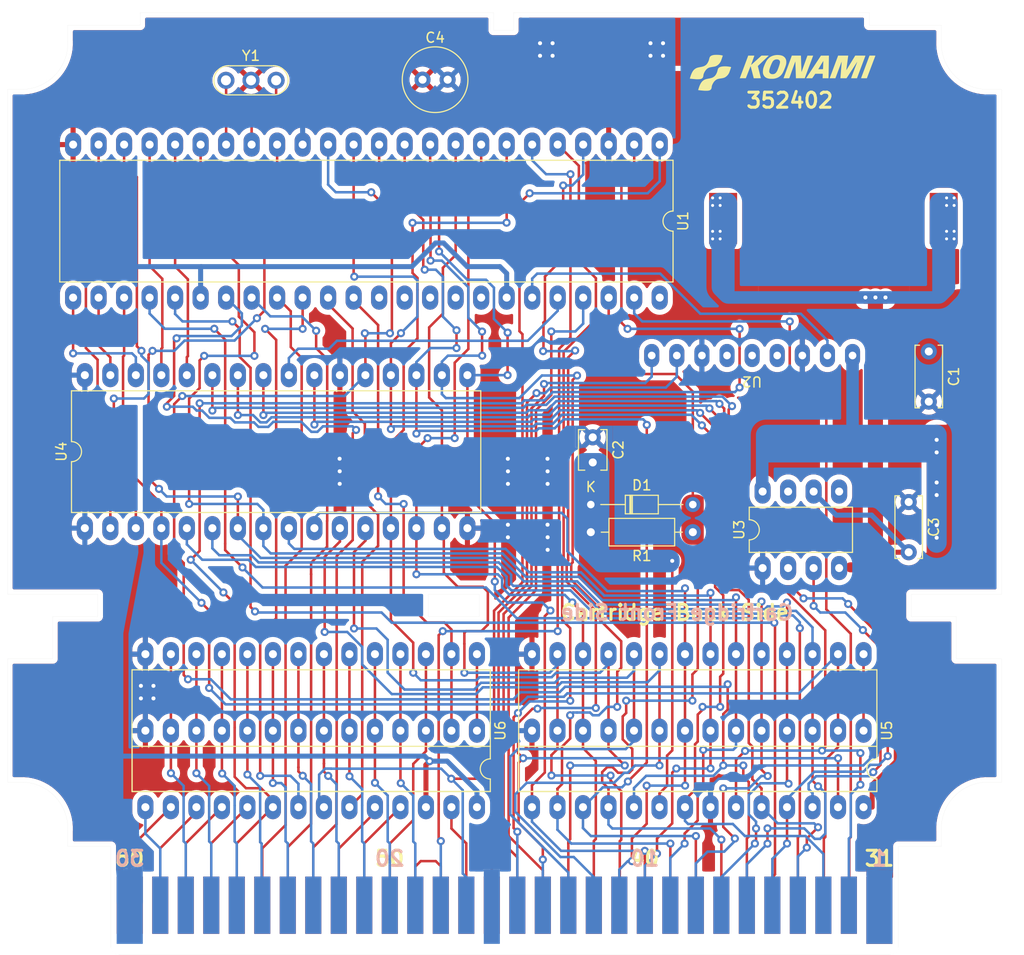
<source format=kicad_pcb>
(kicad_pcb (version 20211014) (generator pcbnew)
  (layers (0 "F.Cu" signal) (31 "B.Cu" signal) (34 "B.Paste" user) (35 "F.Paste" user) (36 "B.SilkS" user "B.Silkscreen") (37 "F.SilkS" user "F.Silkscreen") (38 "B.Mask" user) (39 "F.Mask" user) (44 "Edge.Cuts" user))
  (net 0 "")
  (net 1 "Net-(BT1-Pad1)")
  (net 2 "GND")
  (net 3 "VCC")
  (net 4 "Net-(C2-Pad2)")
  (net 5 "Net-(C3-Pad2)")
  (net 6 "Net-(D1-Pad2)")
  (net 7 "Net-(E1-Pad2)")
  (net 8 "Net-(E1-Pad3)")
  (net 9 "Net-(E1-Pad4)")
  (net 10 "Net-(E1-Pad5)")
  (net 11 "Net-(E1-Pad6)")
  (net 12 "Net-(E1-Pad7)")
  (net 13 "Net-(E1-Pad8)")
  (net 14 "Net-(E1-Pad9)")
  (net 15 "Net-(E1-Pad10)")
  (net 16 "Net-(E1-Pad11)")
  (net 17 "Net-(E1-Pad12)")
  (net 18 "Net-(E1-Pad13)")
  (net 19 "Net-(E1-Pad14)")
  (net 20 "Net-(E1-Pad15)")
  (net 21 "Net-(E1-Pad17)")
  (net 22 "Net-(E1-Pad18)")
  (net 23 "Net-(E1-Pad19)")
  (net 24 "Net-(E1-Pad20)")
  (net 25 "Net-(E1-Pad21)")
  (net 26 "Net-(E1-Pad22)")
  (net 27 "Net-(E1-Pad23)")
  (net 28 "Net-(E1-Pad24)")
  (net 29 "Net-(E1-Pad25)")
  (net 30 "Net-(E1-Pad26)")
  (net 31 "Net-(E1-Pad27)")
  (net 32 "Net-(E1-Pad28)")
  (net 33 "Net-(E1-Pad29)")
  (net 34 "Net-(E1-Pad32)")
  (net 35 "Net-(E1-Pad33)")
  (net 36 "Net-(E1-Pad34)")
  (net 37 "Net-(E1-Pad35)")
  (net 38 "Net-(E1-Pad36)")
  (net 39 "Net-(E1-Pad37)")
  (net 40 "Net-(E1-Pad38)")
  (net 41 "Net-(E1-Pad39)")
  (net 42 "Net-(E1-Pad40)")
  (net 43 "Net-(E1-Pad41)")
  (net 44 "Net-(E1-Pad42)")
  (net 45 "Net-(E1-Pad43)")
  (net 46 "Net-(E1-Pad44)")
  (net 47 "Net-(E1-Pad45)")
  (net 48 "Net-(E1-Pad46)")
  (net 49 "Net-(E1-Pad47)")
  (net 50 "Net-(E1-Pad48)")
  (net 51 "Net-(E1-Pad50)")
  (net 52 "Net-(E1-Pad51)")
  (net 53 "Net-(E1-Pad52)")
  (net 54 "Net-(E1-Pad53)")
  (net 55 "Net-(E1-Pad54)")
  (net 56 "Net-(E1-Pad55)")
  (net 57 "Net-(E1-Pad56)")
  (net 58 "Net-(E1-Pad57)")
  (net 59 "Net-(E1-Pad58)")
  (net 60 "Net-(E1-Pad59)")
  (net 61 "Net-(E1-Pad60)")
  (net 62 "Net-(U1-Pad17)")
  (net 63 "Net-(U1-Pad18)")
  (net 64 "Net-(U1-Pad20)")
  (net 65 "Net-(U1-Pad21)")
  (net 66 "Net-(U1-Pad22)")
  (net 67 "Net-(U1-Pad23)")
  (net 68 "Net-(U1-Pad25)")
  (net 69 "Net-(U1-Pad26)")
  (net 70 "Net-(U1-Pad34)")
  (net 71 "Net-(U1-Pad35)")
  (net 72 "Net-(U1-Pad36)")
  (net 78 "Net-(U1-Pad43)")
  (net 79 "Net-(U1-Pad44)")
  (net 86 "Net-(U5-Pad26)")
  (net 88 "unconnected-(U5-Pad1)")
  (net 89 "unconnected-(U6-Pad1)")
  (footprint "Famicom:BK-6219-TR" (layer "F.Cu") (at 107.25 44.25)
    (fp_text reference "BT1" hide)
    (fp_text value "Battery")
  )
  (footprint "Famicom:DIP-28_W15.24mm_LongPads" (layer "F.Cu") (at 110.250426 87.647164 -90)
    (fp_text reference "U5")
    (fp_text value "MB8464A")
  )
  (footprint "Famicom:R_Axial_DIN0207_L6.3mm_D2.5mm_P10.16mm_Horizontal" (layer "F.Cu") (at 93.248946 75.498733 180)
    (fp_text reference "R1")
    (fp_text value "R")
  )
  (footprint "Famicom:DIP-48_W15.24mm_LongPads" (layer "F.Cu") (at 89.95 36.9 -90)
    (fp_text reference "U1")
    (fp_text value "VRC7")
  )
  (footprint "LOGO" (layer "F.Cu") (at 102.65 29.75)
    (fp_text reference "G***" hide)
    (fp_text value "LOGO" hide)
  )
  (footprint "Capacitor_THT:C_Disc_D3.8mm_W2.6mm_P2.50mm" (layer "F.Cu") (at 83.282487 66.054018 -90)
    (fp_text reference "C2")
    (fp_text value "Ceramic Capacitor")
  )
  (footprint "Capacitor_THT:C_Disc_D6.0mm_W2.5mm_P5.00mm" (layer "F.Cu") (at 116.75 57.5 -90)
    (fp_text reference "C1")
    (fp_text value "Disk Capacitor")
  )
  (footprint "Famicom:D_DO-34_SOD68_P10.16mm_Horizontal" (layer "F.Cu") (at 83.088946 72.748733)
    (fp_text reference "D1")
    (fp_text value "D_Zener")
  )
  (footprint "Famicom:DIP-8_W7.62mm_LongPads" (layer "F.Cu") (at 100.2 79.073733 90)
    (fp_text reference "U3")
    (fp_text value "MM1026")
  )
  (footprint "Capacitor_THT:C_Radial_D6.3mm_H7.0mm_P2.50mm" (layer "F.Cu") (at 68.831674 30.435947 180)
    (fp_text reference "C4")
    (fp_text value "C_Polarized")
  )
  (footprint "Crystal:Resonator-3Pin_W7.0mm_H2.5mm" (layer "F.Cu") (at 46.75 30.5)
    (fp_text reference "Y1")
    (fp_text value "3.68_MHz_ceramic_resonator")
  )
  (footprint "Famicom:DIP-28_W15.24mm_LongPads" (layer "F.Cu") (at 71.750426 87.647164 -90)
    (fp_text reference "U6")
    (fp_text value "MB8464A")
  )
  (footprint "Famicom:Famicom Edge Connector" (layer "F.Cu") (at 35.87 109.8)
    (fp_text reference "E1" hide)
    (fp_text value "Edge_Connector")
  )
  (footprint "Famicom:Audio Mixer VRC7" (layer "F.Cu") (at 112.155 69.905 180)
    (fp_text reference "U2")
    (fp_text value "Audio_Mixer")
  )
  (footprint "Capacitor_THT:C_Disc_D6.0mm_W2.5mm_P5.00mm" (layer "F.Cu") (at 114.748946 72.498733 -90)
    (fp_text reference "C3")
    (fp_text value "Disk Capacitor")
  )
  (footprint "Famicom:DIP-32_W15.24mm_LongPads" (layer "F.Cu") (at 32.7 75.1 90)
    (fp_text reference "U4")
    (fp_text value "27C040")
  )
  (gr_line (start 124 100.4) (end 124 88.1) (layer "Edge.Cuts") (width 0.01))
  (gr_line (start 118 105.2) (end 118 106.8) (layer "Edge.Cuts") (width 0.01))
  (gr_line (start 38.2 25) (end 38.2 23.75) (layer "Edge.Cuts") (width 0.01))
  (gr_line (start 31 106.8) (end 31 105.2) (layer "Edge.Cuts") (width 0.01))
  (gr_line (start 31 25) (end 31 26.6) (layer "Edge.Cuts") (width 0.01))
  (gr_line (start 29.5 83.9) (end 34 83.9) (layer "Edge.Cuts") (width 0.01))
  (gr_arc (start 118 105.2) (mid 119.212078 101.894405) (end 122.4 100.4) (layer "Edge.Cuts") (width 0.01))
  (gr_arc (start 31 26.6) (mid 29.792917 29.910173) (end 26.6 31.4) (layer "Edge.Cuts") (width 0.01))
  (gr_line (start 72 81.7) (end 72 83.9) (layer "Edge.Cuts") (width 0.01))
  (gr_arc (start 122.4 31.4) (mid 119.207084 29.910173) (end 118 26.6) (layer "Edge.Cuts") (width 0.01))
  (gr_line (start 118 106.8) (end 113.7 106.8) (layer "Edge.Cuts") (width 0.01))
  (gr_line (start 118 26.6) (end 118 25) (layer "Edge.Cuts") (width 0.01))
  (gr_line (start 72 83.9) (end 66.9 83.9) (layer "Edge.Cuts") (width 0.01))
  (gr_arc (start 113.7 116.85) (mid 113.48033 117.38033) (end 112.95 117.6) (layer "Edge.Cuts") (width 0.001))
  (gr_line (start 29.5 88.1) (end 29.5 83.9) (layer "Edge.Cuts") (width 0.01))
  (gr_line (start 113.7 116.85) (end 113.7 106.8) (layer "Edge.Cuts") (width 0.01))
  (gr_line (start 73.25 23.75) (end 73.25 23.75) (layer "Edge.Cuts") (width 0.01))
  (gr_line (start 124 31.4) (end 124 81.7) (layer "Edge.Cuts") (width 0.01))
  (gr_line (start 110.8 25) (end 118 25) (layer "Edge.Cuts") (width 0.01))
  (gr_line (start 73.4 25.5) (end 75.4 25.5) (layer "Edge.Cuts") (width 0.01))
  (gr_line (start 26.6 100.4) (end 25 100.4) (layer "Edge.Cuts") (width 0.01))
  (gr_line (start 75.4 23.75) (end 110.8 23.75) (layer "Edge.Cuts") (width 0.01))
  (gr_arc (start 36.05 117.6) (mid 35.51967 117.38033) (end 35.3 116.85) (layer "Edge.Cuts") (width 0.001))
  (gr_line (start 36.05 117.6) (end 112.95 117.6) (layer "Edge.Cuts") (width 0.01))
  (gr_line (start 110.8 25) (end 110.8 23.75) (layer "Edge.Cuts") (width 0.01))
  (gr_arc (start 26.6 100.4) (mid 29.787921 101.894405) (end 31 105.2) (layer "Edge.Cuts") (width 0.01))
  (gr_line (start 124 81.7) (end 115 81.7) (layer "Edge.Cuts") (width 0.01))
  (gr_line (start 31 25) (end 38.2 25) (layer "Edge.Cuts") (width 0.01))
  (gr_line (start 34 83.9) (end 34 81.7) (layer "Edge.Cuts") (width 0.01))
  (gr_line (start 25 31.4) (end 25 81.7) (layer "Edge.Cuts") (width 0.01))
  (gr_line (start 73.4 25.5) (end 73.4 23.75) (layer "Edge.Cuts") (width 0.01))
  (gr_line (start 25 88.1) (end 29.5 88.1) (layer "Edge.Cuts") (width 0.01))
  (gr_line (start 124 31.4) (end 122.4 31.4) (layer "Edge.Cuts") (width 0.01))
  (gr_line (start 66.9 83.9) (end 66.9 81.7) (layer "Edge.Cuts") (width 0.01))
  (gr_line (start 119.5 88.1) (end 124 88.1) (layer "Edge.Cuts") (width 0.01))
  (gr_line (start 115 83.9) (end 119.5 83.9) (layer "Edge.Cuts") (width 0.01))
  (gr_line (start 66.9 81.7) (end 72 81.7) (layer "Edge.Cuts") (width 0.01))
  (gr_line (start 75.4 25.5) (end 75.4 23.75) (layer "Edge.Cuts") (width 0.01))
  (gr_line (start 26.6 31.4) (end 25 31.4) (layer "Edge.Cuts") (width 0.01))
  (gr_line (start 25 100.4) (end 25 88.1) (layer "Edge.Cuts") (width 0.01))
  (gr_line (start 38.2 23.75) (end 73.4 23.75) (layer "Edge.Cuts") (width 0.01))
  (gr_line (start 119.5 83.9) (end 119.5 88.1) (layer "Edge.Cuts") (width 0.01))
  (gr_line (start 115 81.7) (end 115 83.9) (layer "Edge.Cuts") (width 0.01))
  (gr_line (start 34 81.7) (end 25 81.7) (layer "Edge.Cuts") (width 0.01))
  (gr_line (start 35.3 116.85) (end 35.3 106.8) (layer "Edge.Cuts") (width 0.01))
  (gr_line (start 124 100.4) (end 122.4 100.4) (layer "Edge.Cuts") (width 0.01))
  (gr_line (start 35.3 106.8) (end 31 106.8) (layer "Edge.Cuts") (width 0.01))
  (gr_text "20" (at 63.05 108) (layer "B.SilkS") (effects (font (size 1.5 1.5) (thickness 0.3)) (justify mirror)))
  (gr_text "Cartridge Front Side" (at 79.9 83.5) (layer "B.SilkS") (effects (font (size 1.5 1.5) (thickness 0.3)) (justify right mirror)))
  (gr_text "10" (at 88.45 108) (layer "B.SilkS") (effects (font (size 1.5 1.5) (thickness 0.3)) (justify mirror)))
  (gr_text "30" (at 37.15 108) (layer "B.SilkS") (effects (font (size 1.5 1.5) (thickness 0.3)) (justify mirror)))
  (gr_text "1" (at 111.83 108) (layer "B.SilkS") (effects (font (size 1.5 1.5) (thickness 0.3)) (justify mirror)))
  (gr_text "352402" (at 102.9 32.5) (layer "F.SilkS") (effects (font (size 1.5 1.5) (thickness 0.3))))
  (gr_text "50" (at 63.05 108) (layer "F.SilkS") (effects (font (size 1.5 1.5) (thickness 0.3))))
  (gr_text "31" (at 111.83 108) (layer "F.SilkS") (effects (font (size 1.5 1.5) (thickness 0.3))))
  (gr_text "Cartridge Back Side" (at 79.9 83.5) (layer "F.SilkS") (effects (font (size 1.5 1.5) (thickness 0.3)) (justify left)))
  (gr_text "60" (at 37.16 108) (layer "F.SilkS") (effects (font (size 1.5 1.5) (thickness 0.3))))
  (gr_text "40" (at 88.45 108) (layer "F.SilkS") (effects (font (size 1.5 1.5) (thickness 0.3))))
  (via (at 118.519956 45.537391) (size 0.4) (drill 0.3) (layers "F.Cu" "B.Cu") (net 1))
  (via (at 110.434994 52.123455) (size 0.8) (drill 0.4) (layers "F.Cu" "B.Cu") (net 1))
  (via (at 95.219956 42.210391) (size 0.4) (drill 0.3) (layers "F.Cu" "B.Cu") (net 1))
  (via (at 118.519956 42.210391) (size 0.4) (drill 0.3) (layers "F.Cu" "B.Cu") (net 1))
  (via (at 119.269956 45.537391) (size 0.4) (drill 0.3) (layers "F.Cu" "B.Cu") (net 1))
  (via (at 119.269956 46.287391) (size 0.4) (drill 0.3) (layers "F.Cu" "B.Cu") (net 1))
  (via (at 112.434994 52.123455) (size 0.8) (drill 0.4) (layers "F.Cu" "B.Cu") (net 1))
  (via (at 95.219956 46.289391) (size 0.4) (drill 0.3) (layers "F.Cu" "B.Cu") (net 1))
  (via (at 95.969956 42.960391) (size 0.4) (drill 0.3) (layers "F.Cu" "B.Cu") (net 1))
  (via (at 119.269956 42.210391) (size 0.4) (drill 0.3) (layers "F.Cu" "B.Cu") (net 1))
  (via (at 95.969956 46.289391) (size 0.4) (drill 0.3) (layers "F.Cu" "B.Cu") (net 1))
  (via (at 95.969956 42.210391) (size 0.4) (drill 0.3) (layers "F.Cu" "B.Cu") (net 1))
  (via (at 95.969956 45.539391) (size 0.4) (drill 0.3) (layers "F.Cu" "B.Cu") (net 1))
  (via (at 95.219956 42.960391) (size 0.4) (drill 0.3) (layers "F.Cu" "B.Cu") (net 1))
  (via (at 95.219956 45.539391) (size 0.4) (drill 0.3) (layers "F.Cu" "B.Cu") (net 1))
  (via (at 118.519956 46.287391) (size 0.4) (drill 0.3) (layers "F.Cu" "B.Cu") (net 1))
  (via (at 111.434994 52.123455) (size 0.8) (drill 0.4) (layers "F.Cu" "B.Cu") (net 1))
  (via (at 119.269956 42.960391) (size 0.4) (drill 0.3) (layers "F.Cu" "B.Cu") (net 1))
  (via (at 118.519956 42.960391) (size 0.4) (drill 0.3) (layers "F.Cu" "B.Cu") (net 1))
  (via (at 74.836371 70.689506) (size 0.8) (drill 0.4) (layers "F.Cu" "B.Cu") (net 2))
  (via (at 74.832849 76.009937) (size 0.8) (drill 0.4) (layers "F.Cu" "B.Cu") (net 2))
  (via (at 78.790646 76.00638) (size 0.8) (drill 0.4) (layers "F.Cu" "B.Cu") (net 2))
  (via (at 78.790646 77.25638) (size 0.8) (drill 0.4) (layers "F.Cu" "B.Cu") (net 2))
  (via (at 38.282487 90.804018) (size 0.8) (drill 0.4) (layers "F.Cu" "B.Cu") (net 2))
  (via (at 58.081674 69.435947) (size 0.8) (drill 0.4) (layers "F.Cu" "B.Cu") (net 2))
  (via (at 78.780025 74.75638) (size 0.8) (drill 0.4) (layers "F.Cu" "B.Cu") (net 2))
  (via (at 74.832849 74.759937) (size 0.8) (drill 0.4) (layers "F.Cu" "B.Cu") (net 2))
  (via (at 78.786371 70.689506) (size 0.8) (drill 0.4) (layers "F.Cu" "B.Cu") (net 2))
  (via (at 78.77575 68.189506) (size 0.8) (drill 0.4) (layers "F.Cu" "B.Cu") (net 2))
  (via (at 58.081674 70.685947) (size 0.8) (drill 0.4) (layers "F.Cu" "B.Cu") (net 2))
  (via (at 74.82575 68.189506) (size 0.8) (drill 0.4) (layers "F.Cu" "B.Cu") (net 2))
  (via (at 39.532487 90.804018) (size 0.8) (drill 0.4) (layers "F.Cu" "B.Cu") (net 2))
  (via (at 78.786371 69.439506) (size 0.8) (drill 0.4) (layers "F.Cu" "B.Cu") (net 2))
  (via (at 58.071053 68.185947) (size 0.8) (drill 0.4) (layers "F.Cu" "B.Cu") (net 2))
  (via (at 38.282487 92.054018) (size 0.8) (drill 0.4) (layers "F.Cu" "B.Cu") (net 2))
  (via (at 74.836371 69.439506) (size 0.8) (drill 0.4) (layers "F.Cu" "B.Cu") (net 2))
  (via (at 39.532487 92.054018) (size 0.8) (drill 0.4) (layers "F.Cu" "B.Cu") (net 2))
  (segment (start 109.07449 98.732769) (end 110.223119 98.732769) (width 0.25) (layer "B.Cu") (net 2))
  (segment (start 95.824973 100.054018) (end 98.282487 100.054018) (width 0.25) (layer "B.Cu") (net 2))
  (segment (start 95.010426 101.252005) (end 95.011243 101.251188) (width 0.25) (layer "B.Cu") (net 2))
  (segment (start 98.282487 100.054018) (end 98.532487 100.054018) (width 0.25) (layer "B.Cu") (net 2))
  (segment (start 95.011243 101.251188) (end 95.011243 100.867748) (width 0.25) (layer "B.Cu") (net 2))
  (segment (start 111.282487 97.673401) (end 111.282487 97.304018) (width 0.25) (layer "B.Cu") (net 2))
  (segment (start 109.071702 98.735557) (end 109.07449 98.732769) (width 0.25) (layer "B.Cu") (net 2))
  (segment (start 99.850948 98.735557) (end 109.071702 98.735557) (width 0.25) (layer "B.Cu") (net 2))
  (segment (start 95.010426 102.887164) (end 95.010426 101.252005) (width 0.25) (layer "B.Cu") (net 2))
  (segment (start 110.223119 98.732769) (end 111.282487 97.673401) (width 0.25) (layer "B.Cu") (net 2))
  (segment (start 99.782487 98.804018) (end 99.850948 98.735557) (width 0.25) (layer "B.Cu") (net 2))
  (segment (start 98.532487 100.054018) (end 99.782487 98.804018) (width 0.25) (layer "B.Cu") (net 2))
  (segment (start 95.011243 100.867748) (end 95.824973 100.054018) (width 0.25) (layer "B.Cu") (net 2))
  (segment (start 67.032487 98.304018) (end 66.661937 98.674568) (width 0.5) (layer "F.Cu") (net 3))
  (segment (start 66.670426 98.892388) (end 66.670426 102.887164) (width 0.5) (layer "F.Cu") (net 3))
  (segment (start 66.661937 98.883899) (end 66.670426 98.892388) (width 0.5) (layer "F.Cu") (net 3))
  (segment (start 66.661937 98.674568) (end 66.661937 98.883899) (width 0.5) (layer "F.Cu") (net 3))
  (via (at 78.032487 26.804018) (size 0.8) (drill 0.4) (layers "F.Cu" "B.Cu") (net 3))
  (via (at 117.532487 67.554018) (size 0.8) (drill 0.4) (layers "F.Cu" "B.Cu") (net 3))
  (via (at 78.032487 28.054018) (size 0.8) (drill 0.4) (layers "F.Cu" "B.Cu") (net 3))
  (via (at 79.282487 26.804018) (size 0.8) (drill 0.4) (layers "F.Cu" "B.Cu") (net 3))
  (via (at 89.032487 28.054018) (size 0.8) (drill 0.4) (layers "F.Cu" "B.Cu") (net 3))
  (via (at 67.032487 98.304018) (size 0.8) (drill 0.4) (layers "F.Cu" "B.Cu") (net 3))
  (via (at 117.532487 74.804018) (size 0.8) (drill 0.4) (layers "F.Cu" "B.Cu") (net 3))
  (via (at 117.532487 71.804018) (size 0.8) (drill 0.4) (layers "F.Cu" "B.Cu") (net 3))
  (via (at 89.032487 26.804018) (size 0.8) (drill 0.4) (layers "F.Cu" "B.Cu") (net 3))
  (via (at 117.532487 66.304018) (size 0.8) (drill 0.4) (layers "F.Cu" "B.Cu") (net 3))
  (via (at 90.282487 28.054018) (size 0.8) (drill 0.4) (layers "F.Cu" "B.Cu") (net 3))
  (via (at 79.282487 28.054018) (size 0.8) (drill 0.4) (layers "F.Cu" "B.Cu") (net 3))
  (via (at 117.532487 76.054018) (size 0.8) (drill 0.4) (layers "F.Cu" "B.Cu") (net 3))
  (via (at 90.282487 26.804018) (size 0.8) (drill 0.4) (layers "F.Cu" "B.Cu") (net 3))
  (via (at 117.532487 70.554018) (size 0.8) (drill 0.4) (layers "F.Cu" "B.Cu") (net 3))
  (segment (start 68.782487 98.304018) (end 71.750426 101.271957) (width 0.5) (layer "B.Cu") (net 3))
  (segment (start 66.532487 97.804018) (end 35.782487 97.804018) (width 0.5) (layer "B.Cu") (net 3))
  (segment (start 71.750426 101.271957) (end 71.750426 102.887164) (width 0.5) (layer "B.Cu") (net 3))
  (segment (start 68.427681 46.699212) (end 70.782487 49.054018) (width 0.5) (layer "B.Cu") (net 3))
  (segment (start 44.23 49.106505) (end 44.282487 49.054018) (width 0.25) (layer "B.Cu") (net 3))
  (segment (start 74.032487 49.054018) (end 74.71 49.731531) (width 0.5) (layer "B.Cu") (net 3))
  (segment (start 67.032487 98.304018) (end 66.532487 97.804018) (width 0.5) (layer "B.Cu") (net 3))
  (segment (start 44.282487 49.054018) (end 65.272952 49.054018) (width 0.5) (layer "B.Cu") (net 3))
  (segment (start 44.23 52.14) (end 44.23 49.106505) (width 0.5) (layer "B.Cu") (net 3))
  (segment (start 44.282487 49.054018) (end 37.282487 49.054018) (width 0.5) (layer "B.Cu") (net 3))
  (segment (start 67.032487 98.304018) (end 68.782487 98.304018) (width 0.5) (layer "B.Cu") (net 3))
  (segment (start 74.71 49.731531) (end 74.71 52.14) (width 0.5) (layer "B.Cu") (net 3))
  (segment (start 65.272952 49.054018) (end 67.627758 46.699212) (width 0.5) (layer "B.Cu") (net 3))
  (segment (start 70.782487 49.054018) (end 74.032487 49.054018) (width 0.5) (layer "B.Cu") (net 3))
  (segment (start 67.627758 46.699212) (end 68.427681 46.699212) (width 0.5) (layer "B.Cu") (net 3))
  (segment (start 90.68504 100.748733) (end 89.930426 101.503347) (width 0.25) (layer "F.Cu") (net 4))
  (segment (start 89.930426 101.503347) (end 89.930426 102.887164) (width 0.25) (layer "F.Cu") (net 4))
  (segment (start 91.203783 97.22999) (end 90.68504 97.748733) (width 0.25) (layer "F.Cu") (net 4))
  (segment (start 90.68504 97.748733) (end 90.68504 100.748733) (width 0.25) (layer "F.Cu") (net 4))
  (segment (start 91.203783 78.362528) (end 91.203783 97.22999) (width 0.25) (layer "F.Cu") (net 4))
  (segment (start 91.197655 78.3564) (end 91.203783 78.362528) (width 0.25) (layer "F.Cu") (net 4))
  (via (at 91.197655 78.3564) (size 0.8) (drill 0.4) (layers "F.Cu" "B.Cu") (net 4))
  (segment (start 111.572508 100.247163) (end 113.50954 98.310131) (width 0.5) (layer "F.Cu") (net 5))
  (segment (start 111.514568 100.247163) (end 111.572508 100.247163) (width 0.5) (layer "F.Cu") (net 5))
  (segment (start 113.50954 98.310131) (end 113.50954 86.464925) (width 0.5) (layer "F.Cu") (net 5))
  (segment (start 110.153173 80.608558) (end 113.262998 77.498733) (width 0.5) (layer "F.Cu") (net 5))
  (segment (start 110.250426 102.887164) (end 111.110515 102.887164) (width 0.25) (layer "F.Cu") (net 5))
  (segment (start 113.262998 77.498733) (end 114.748946 77.498733) (width 0.5) (layer "F.Cu") (net 5))
  (segment (start 111.110515 100.651216) (end 111.514568 100.247163) (width 0.5) (layer "F.Cu") (net 5))
  (segment (start 113.50954 86.464925) (end 110.153173 83.108558) (width 0.5) (layer "F.Cu") (net 5))
  (segment (start 111.110515 102.887164) (end 111.110515 100.651216) (width 0.5) (layer "F.Cu") (net 5))
  (segment (start 110.153173 83.108558) (end 110.153173 80.608558) (width 0.5) (layer "F.Cu") (net 5))
  (segment (start 111.054231 73.804018) (end 107.532487 73.804018) (width 0.5) (layer "B.Cu") (net 5))
  (segment (start 107.532487 73.804018) (end 105.28 71.551531) (width 0.5) (layer "B.Cu") (net 5))
  (segment (start 114.748946 77.498733) (end 111.054231 73.804018) (width 0.5) (layer "B.Cu") (net 5))
  (segment (start 105.28 71.551531) (end 105.28 71.453733) (width 0.5) (layer "B.Cu") (net 5))
  (segment (start 91.498946 59.748733) (end 88.248946 59.748733) (width 0.25) (layer "F.Cu") (net 6))
  (segment (start 88.248946 59.748733) (end 84.87 56.369787) (width 0.25) (layer "F.Cu") (net 6))
  (segment (start 93.248946 61.498733) (end 93.248946 72.748733) (width 0.25) (layer "F.Cu") (net 6))
  (segment (start 93.248946 61.498733) (end 91.498946 59.748733) (width 0.25) (layer "F.Cu") (net 6))
  (segment (start 84.87 56.369787) (end 84.87 52.14) (width 0.25) (layer "F.Cu") (net 6))
  (segment (start 106.439187 96.928402) (end 106.118856 97.248733) (width 0.25) (layer "F.Cu") (net 7))
  (segment (start 95.903173 62.721663) (end 96.370426 63.188916) (width 0.25) (layer "F.Cu") (net 7))
  (segment (start 109.93504 100.647163) (end 109.93504 97.498733) (width 0.25) (layer "F.Cu") (net 7))
  (segment (start 98.61798 81.397163) (end 102.553278 81.397163) (width 0.25) (layer "F.Cu") (net 7))
  (segment (start 96.370426 63.188916) (end 96.370426 80.160767) (width 0.25) (layer "F.Cu") (net 7))
  (segment (start 96.370426 80.160767) (end 97.025969 80.81631) (width 0.25) (layer "F.Cu") (net 7))
  (segment (start 97.025969 80.81631) (end 98.037127 80.81631) (width 0.25) (layer "F.Cu") (net 7))
  (segment (start 98.037127 80.81631) (end 98.61798 81.397163) (width 0.25) (layer "F.Cu") (net 7))
  (segment (start 106.439187 85.283072) (end 106.439187 96.928402) (width 0.25) (layer "F.Cu") (net 7))
  (segment (start 97.550426 98.188364) (end 97.550426 102.887164) (width 0.25) (layer "F.Cu") (net 7))
  (segment (start 50.48 63.838506) (end 50.48 59.86) (width 0.25) (layer "F.Cu") (net 7))
  (segment (start 102.553278 81.397163) (end 106.439187 85.283072) (width 0.25) (layer "F.Cu") (net 7))
  (segment (start 98.452733 97.286057) (end 97.550426 98.188364) (width 0.25) (layer "F.Cu") (net 7))
  (via (at 106.118856 97.248733) (size 0.8) (drill 0.4) (layers "F.Cu" "B.Cu") (net 7))
  (via (at 98.452733 97.286057) (size 0.8) (drill 0.4) (layers "F.Cu" "B.Cu") (net 7))
  (via (at 50.48 63.838506) (size 0.8) (drill 0.4) (layers "F.Cu" "B.Cu") (net 7))
  (via (at 95.903173 62.721663) (size 0.8) (drill 0.4) (layers "F.Cu" "B.Cu") (net 7))
  (via (at 109.93504 97.498733) (size 0.8) (drill 0.4) (layers "F.Cu" "B.Cu") (net 7))
  (via (at 109.93504 100.647163) (size 0.8) (drill 0.4) (layers "F.Cu" "B.Cu") (net 7))
  (segment (start 109.68504 97.248733) (end 109.93504 97.498733) (width 0.25) (layer "B.Cu") (net 7))
  (segment (start 95.628673 62.447163) (end 95.903173 62.721663) (width 0.25) (layer "B.Cu") (net 7))
  (segment (start 79.657212 62.447163) (end 95.628673 62.447163) (width 0.25) (layer "B.Cu") (net 7))
  (segment (start 106.118856 97.248733) (end 109.68504 97.248733) (width 0.25) (layer "B.Cu") (net 7))
  (segment (start 76.653173 63.608558) (end 76.903173 63.358558) (width 0.25) (layer "B.Cu") (net 7))
  (segment (start 50.48 63.838506) (end 50.709948 63.608558) (width 0.25) (layer "B.Cu") (net 7))
  (segment (start 108.79 106.015871) (end 108.79 109.85) (width 0.25) (layer "B.Cu") (net 7))
  (segment (start 109.93504 100.647163) (end 108.980247 101.601956) (width 0.25) (layer "B.Cu") (net 7))
  (segment (start 76.903173 63.358558) (end 78.745817 63.358558) (width 0.25) (layer "B.Cu") (net 7))
  (segment (start 78.745817 63.358558) (end 79.657212 62.447163) (width 0.25) (layer "B.Cu") (net 7))
  (segment (start 98.452733 97.286057) (end 98.490057 97.248733) (width 0.25) (layer "B.Cu") (net 7))
  (segment (start 98.490057 97.248733) (end 106.118856 97.248733) (width 0.25) (layer "B.Cu") (net 7))
  (segment (start 50.709948 63.608558) (end 76.653173 63.608558) (width 0.25) (layer "B.Cu") (net 7))
  (segment (start 108.980247 105.825624) (end 108.79 106.015871) (width 0.25) (layer "B.Cu") (net 7))
  (segment (start 108.980247 101.601956) (end 108.980247 105.825624) (width 0.25) (layer "B.Cu") (net 7))
  (segment (start 93.470426 96.619047) (end 93.470426 101.147163) (width 0.25) (layer "F.Cu") (net 8))
  (segment (start 93.973446 63.621663) (end 95.470426 65.118643) (width 0.25) (layer "F.Cu") (net 8))
  (segment (start 95.970426 89.897163) (end 95.970426 92.897163) (width 0.25) (layer "F.Cu") (net 8))
  (segment (start 93.739169 96.350304) (end 93.470426 96.619047) (width 0.25) (layer "F.Cu") (net 8))
  (segment (start 94.212438 92.897163) (end 94.212438 93.192637) (width 0.25) (layer "F.Cu") (net 8))
  (segment (start 92.470426 102.147163) (end 92.470426 102.887164) (width 0.25) (layer "F.Cu") (net 8))
  (segment (start 93.470426 101.147163) (end 92.470426 102.147163) (width 0.25) (layer "F.Cu") (net 8))
  (segment (start 95.470426 65.118643) (end 95.470426 80.976006) (width 0.25) (layer "F.Cu") (net 8))
  (segment (start 55.56 64.783058) (end 55.56 59.86) (width 0.25) (layer "F.Cu") (net 8))
  (segment (start 94.212438 93.192637) (end 93.739169 93.665906) (width 0.25) (layer "F.Cu") (net 8))
  (segment (start 93.739169 93.665906) (end 93.739169 96.350304) (width 0.25) (layer "F.Cu") (net 8))
  (segment (start 95.470426 80.976006) (end 96.278738 81.784318) (width 0.25) (layer "F.Cu") (net 8))
  (segment (start 96.278738 81.784318) (end 96.278738 89.588851) (width 0.25) (layer "F.Cu") (net 8))
  (segment (start 96.278738 89.588851) (end 95.970426 89.897163) (width 0.25) (layer "F.Cu") (net 8))
  (via (at 55.56 64.783058) (size 0.8) (drill 0.4) (layers "F.Cu" "B.Cu") (net 8))
  (via (at 93.973446 63.621663) (size 0.8) (drill 0.4) (layers "F.Cu" "B.Cu") (net 8))
  (via (at 95.970426 92.897163) (size 0.8) (drill 0.4) (layers "F.Cu" "B.Cu") (net 8))
  (via (at 94.212438 92.897163) (size 0.8) (drill 0.4) (layers "F.Cu" "B.Cu") (net 8))
  (segment (start 92.777007 104.561265) (end 97.234133 104.561265) (width 0.25) (layer "B.Cu") (net 8))
  (segment (start 92.470426 104.254684) (end 92.777007 104.561265) (width 0.25) (layer "B.Cu") (net 8))
  (segment (start 77.403173 64.258558) (end 79.118609 64.258558) (width 0.25) (layer "B.Cu") (net 8))
  (segment (start 77.153173 64.508558) (end 77.403173 64.258558) (width 0.25) (layer "B.Cu") (net 8))
  (segment (start 79.118609 64.258558) (end 80.018609 63.358558) (width 0.25) (layer "B.Cu") (net 8))
  (segment (start 98.433428 105.76056) (end 104.472172 105.76056) (width 0.25) (layer "B.Cu") (net 8))
  (segment (start 106.25 107.538388) (end 106.25 109.85) (width 0.25) (layer "B.Cu") (net 8))
  (segment (start 55.8345 64.508558) (end 77.153173 64.508558) (width 0.25) (layer "B.Cu") (net 8))
  (segment (start 104.472172 105.76056) (end 106.25 107.538388) (width 0.25) (layer "B.Cu") (net 8))
  (segment (start 94.212438 92.897163) (end 95.970426 92.897163) (width 0.25) (layer "B.Cu") (net 8))
  (segment (start 97.234133 104.561265) (end 98.433428 105.76056) (width 0.25) (layer "B.Cu") (net 8))
  (segment (start 55.56 64.783058) (end 55.8345 64.508558) (width 0.25) (layer "B.Cu") (net 8))
  (segment (start 93.653173 63.358558) (end 93.916278 63.621663) (width 0.25) (layer "B.Cu") (net 8))
  (segment (start 93.916278 63.621663) (end 93.973446 63.621663) (width 0.25) (layer "B.Cu") (net 8))
  (segment (start 92.470426 102.887164) (end 92.470426 104.254684) (width 0.25) (layer "B.Cu") (net 8))
  (segment (start 80.018609 63.358558) (end 93.653173 63.358558) (width 0.25) (layer "B.Cu") (net 8))
  (segment (start 98.818828 96.495565) (end 99.177733 96.85447) (width 0.25) (layer "F.Cu") (net 9))
  (segment (start 99.177733 96.85447) (end 99.177733 99.902368) (width 0.25) (layer "F.Cu") (net 9))
  (segment (start 100.090426 101.017163) (end 100.090426 102.887164) (width 0.25) (layer "F.Cu") (net 9))
  (segment (start 95.920426 80.347163) (end 96.839573 81.26631) (width 0.25) (layer "F.Cu") (net 9))
  (segment (start 94.903173 63.171663) (end 95.920426 64.188916) (width 0.25) (layer "F.Cu") (net 9))
  (segment (start 47.94 63.838506) (end 47.94 59.86) (width 0.25) (layer "F.Cu") (net 9))
  (segment (start 97.850731 81.26631) (end 98.818828 82.234407) (width 0.25) (layer "F.Cu") (net 9))
  (segment (start 96.839573 81.26631) (end 97.850731 81.26631) (width 0.25) (layer "F.Cu") (net 9))
  (segment (start 99.176691 99.90341) (end 99.176691 100.103428) (width 0.25) (layer "F.Cu") (net 9))
  (segment (start 104.602293 106.915986) (end 104.602293 106.004917) (width 0.25) (layer "F.Cu") (net 9))
  (segment (start 98.818828 82.234407) (end 98.818828 96.495565) (width 0.25) (layer "F.Cu") (net 9))
  (segment (start 95.920426 64.188916) (end 95.920426 80.347163) (width 0.25) (layer "F.Cu") (net 9))
  (segment (start 99.177733 99.902368) (end 99.176691 99.90341) (width 0.25) (layer "F.Cu") (net 9))
  (segment (start 104.602293 106.004917) (end 105.719819 104.887391) (width 0.25) (layer "F.Cu") (net 9))
  (segment (start 99.176691 100.103428) (end 100.090426 101.017163) (width 0.25) (layer "F.Cu") (net 9))
  (via (at 105.719819 104.887391) (size 0.8) (drill 0.4) (layers "F.Cu" "B.Cu") (net 9))
  (via (at 47.94 63.838506) (size 0.8) (drill 0.4) (layers "F.Cu" "B.Cu") (net 9))
  (via (at 104.602293 106.915986) (size 0.8) (drill 0.4) (layers "F.Cu" "B.Cu") (net 9))
  (via (at 94.903173 63.171663) (size 0.8) (drill 0.4) (layers "F.Cu" "B.Cu") (net 9))
  (segment (start 104.602293 106.915986) (end 103.71 107.808279) (width 0.25) (layer "B.Cu") (net 9))
  (segment (start 50.179695 64.563506) (end 50.780305 64.563506) (width 0.25) (layer "B.Cu") (net 9))
  (segment (start 49.454695 63.838506) (end 50.179695 64.563506) (width 0.25) (layer "B.Cu") (net 9))
  (segment (start 94.628673 62.897163) (end 94.903173 63.171663) (width 0.25) (layer "B.Cu") (net 9))
  (segment (start 77.089569 63.808558) (end 78.932213 63.808558) (width 0.25) (layer "B.Cu") (net 9))
  (segment (start 50.780305 64.563506) (end 51.285253 64.058558) (width 0.25) (layer "B.Cu") (net 9))
  (segment (start 101.701995 104.498733) (end 100.090426 102.887164) (width 0.25) (layer "B.Cu") (net 9))
  (segment (start 47.94 63.838506) (end 49.454695 63.838506) (width 0.25) (layer "B.Cu") (net 9))
  (segment (start 103.71 107.808279) (end 103.71 109.85) (width 0.25) (layer "B.Cu") (net 9))
  (segment (start 79.843608 62.897163) (end 94.628673 62.897163) (width 0.25) (layer "B.Cu") (net 9))
  (segment (start 51.285253 64.058558) (end 76.839569 64.058558) (width 0.25) (layer "B.Cu") (net 9))
  (segment (start 105.719819 104.887391) (end 105.331161 104.498733) (width 0.25) (layer "B.Cu") (net 9))
  (segment (start 105.331161 104.498733) (end 101.701995 104.498733) (width 0.25) (layer "B.Cu") (net 9))
  (segment (start 78.932213 63.808558) (end 79.843608 62.897163) (width 0.25) (layer "B.Cu") (net 9))
  (segment (start 76.839569 64.058558) (end 77.089569 63.808558) (width 0.25) (layer "B.Cu") (net 9))
  (segment (start 45.4 63.388506) (end 45.4 59.86) (width 0.25) (layer "F.Cu") (net 10))
  (segment (start 102.630426 106.510099) (end 102.630426 102.887164) (width 0.25) (layer "F.Cu") (net 10))
  (segment (start 98.223523 80.36631) (end 98.754376 80.897163) (width 0.25) (layer "F.Cu") (net 10))
  (segment (start 96.820426 79.974371) (end 97.212365 80.36631) (width 0.25) (layer "F.Cu") (net 10))
  (segment (start 103.077876 80.897163) (end 104.274151 82.093438) (width 0.25) (layer "F.Cu") (net 10))
  (segment (start 112.65954 97.804018) (end 112.65954 86.586277) (width 0.25) (layer "F.Cu") (net 10))
  (segment (start 98.754376 80.897163) (end 103.077876 80.897163) (width 0.25) (layer "F.Cu") (net 10))
  (segment (start 102.630887 106.51056) (end 102.630426 106.510099) (width 0.25) (layer "F.Cu") (net 10))
  (segment (start 96.820426 63.279105) (end 96.820426 79.974371) (width 0.25) (layer "F.Cu") (net 10))
  (segment (start 97.153173 62.946358) (end 96.820426 63.279105) (width 0.25) (layer "F.Cu") (net 10))
  (segment (start 112.65954 86.586277) (end 108.720426 82.647163) (width 0.25) (layer "F.Cu") (net 10))
  (segment (start 97.212365 80.36631) (end 98.223523 80.36631) (width 0.25) (layer "F.Cu") (net 10))
  (via (at 104.274151 82.093438) (size 0.8) (drill 0.4) (layers "F.Cu" "B.Cu") (net 10))
  (via (at 97.153173 62.946358) (size 0.8) (drill 0.4) (layers "F.Cu" "B.Cu") (net 10))
  (via (at 102.630887 106.51056) (size 0.8) (drill 0.4) (layers "F.Cu" "B.Cu") (net 10))
  (via (at 108.720426 82.647163) (size 0.8) (drill 0.4) (layers "F.Cu" "B.Cu") (net 10))
  (via (at 112.65954 97.804018) (size 0.8) (drill 0.4) (layers "F.Cu" "B.Cu") (net 10))
  (via (at 45.4 63.388506) (size 0.8) (drill 0.4) (layers "F.Cu" "B.Cu") (net 10))
  (segment (start 110.495426 99.106621) (end 110.248029 99.354018) (width 0.25) (layer "B.Cu") (net 10))
  (segment (start 102.630887 106.579091) (end 101.171801 108.038177) (width 0.25) (layer "B.Cu") (net 10))
  (segment (start 105.346091 99.354018) (end 102.630426 102.069683) (width 0.25) (layer "B.Cu") (net 10))
  (segment (start 45.4 63.388506) (end 45.6745 63.114006) (width 0.25) (layer "B.Cu") (net 10))
  (segment (start 110.920121 98.672163) (end 110.495426 99.096858) (width 0.25) (layer "B.Cu") (net 10))
  (segment (start 79.470816 61.997163) (end 96.203978 61.997163) (width 0.25) (layer "B.Cu") (net 10))
  (segment (start 101.171801 109.848199) (end 101.17 109.85) (width 0.25) (layer "B.Cu") (net 10))
  (segment (start 111.791395 98.672163) (end 110.920121 98.672163) (width 0.25) (layer "B.Cu") (net 10))
  (segment (start 45.6745 63.114006) (end 76.380977 63.114006) (width 0.25) (layer "B.Cu") (net 10))
  (segment (start 76.67282 62.822163) (end 78.645816 62.822163) (width 0.25) (layer "B.Cu") (net 10))
  (segment (start 96.203978 61.997163) (end 97.153173 62.946358) (width 0.25) (layer "B.Cu") (net 10))
  (segment (start 102.630426 102.069683) (end 102.630426 102.887164) (width 0.25) (layer "B.Cu") (net 10))
  (segment (start 112.65954 97.804018) (end 111.791395 98.672163) (width 0.25) (layer "B.Cu") (net 10))
  (segment (start 104.274151 82.093438) (end 108.166701 82.093438) (width 0.25) (layer "B.Cu") (net 10))
  (segment (start 110.495426 99.096858) (end 110.495426 99.106621) (width 0.25) (layer "B.Cu") (net 10))
  (segment (start 76.380977 63.114006) (end 76.67282 62.822163) (width 0.25) (layer "B.Cu") (net 10))
  (segment (start 101.171801 108.038177) (end 101.171801 109.848199) (width 0.25) (layer "B.Cu") (net 10))
  (segment (start 108.166701 82.093438) (end 108.720426 82.647163) (width 0.25) (layer "B.Cu") (net 10))
  (segment (start 78.645816 62.822163) (end 79.470816 61.997163) (width 0.25) (layer "B.Cu") (net 10))
  (segment (start 110.248029 99.354018) (end 105.346091 99.354018) (width 0.25) (layer "B.Cu") (net 10))
  (segment (start 102.630887 106.51056) (end 102.630887 106.579091) (width 0.25) (layer "B.Cu") (net 10))
  (segment (start 105.170426 95.267164) (end 105.170426 87.647164) (width 0.25) (layer "F.Cu") (net 11))
  (segment (start 105.719819 100.80689) (end 105.170426 100.257497) (width 0.25) (layer "F.Cu") (net 11))
  (segment (start 105.170426 100.257497) (end 105.170426 95.267164) (width 0.25) (layer "F.Cu") (net 11))
  (segment (start 100.68504 106.5206) (end 100.68504 104.998733) (width 0.25) (layer "F.Cu") (net 11))
  (via (at 105.719819 100.80689) (size 0.8) (drill 0.4) (layers "F.Cu" "B.Cu") (net 11))
  (via (at 100.68504 106.5206) (size 0.8) (drill 0.4) (layers "F.Cu" "B.Cu") (net 11))
  (via (at 100.68504 104.998733) (size 0.8) (drill 0.4) (layers "F.Cu" "B.Cu") (net 11))
  (segment (start 49.717025 78.966812) (end 48.998946 78.248733) (width 0.25) (layer "B.Cu") (net 11))
  (segment (start 103.526231 83.34081) (end 100.873684 83.34081) (width 0.25) (layer "B.Cu") (net 11))
  (segment (start 74.702176 80.815567) (end 74.702176 79.930111) (width 0.25) (layer "B.Cu") (net 11))
  (segment (start 48.998946 78.248733) (end 44.395598 78.248733) (width 0.25) (layer "B.Cu") (net 11))
  (segment (start 42.864543 76.717678) (end 42.859848 76.717678) (width 0.25) (layer "B.Cu") (net 11))
  (segment (start 105.390891 106.042883) (end 104.346741 104.998733) (width 0.25) (layer "B.Cu") (net 11))
  (segment (start 74.702176 79.930111) (end 73.738877 78.966812) (width 0.25) (layer "B.Cu") (net 11))
  (segment (start 100.598684 83.61581) (end 83.391328 83.61581) (width 0.25) (layer "B.Cu") (net 11))
  (segment (start 83.391328 83.61581) (end 81.074251 81.298733) (width 0.25) (layer "B.Cu") (net 11))
  (segment (start 104.346741 104.998733) (end 100.68504 104.998733) (width 0.25) (layer "B.Cu") (net 11))
  (segment (start 100.68504 106.5206) (end 98.63 108.57564) (width 0.25) (layer "B.Cu") (net 11))
  (segment (start 100.873684 83.34081) (end 100.598684 83.61581) (width 0.25) (layer "B.Cu") (net 11))
  (segment (start 105.170426 87.647164) (end 105.170426 84.985005) (width 0.25) (layer "B.Cu") (net 11))
  (segment (start 42.859848 76.717678) (end 42.86 76.717526) (width 0.25) (layer "B.Cu") (net 11))
  (segment (start 75.185342 81.298733) (end 74.702176 80.815567) (width 0.25) (layer "B.Cu") (net 11))
  (segment (start 105.170426 84.985005) (end 103.526231 83.34081) (width 0.25) (layer "B.Cu") (net 11))
  (segment (start 105.779616 100.80689) (end 106.444819 101.472093) (width 0.25) (layer "B.Cu") (net 11))
  (segment (start 81.074251 81.298733) (end 75.185342 81.298733) (width 0.25) (layer "B.Cu") (net 11))
  (segment (start 105.719819 100.80689) (end 105.779616 100.80689) (width 0.25) (layer "B.Cu") (net 11))
  (segment (start 98.63 108.57564) (end 98.63 109.85) (width 0.25) (layer "B.Cu") (net 11))
  (segment (start 44.395598 78.248733) (end 42.864543 76.717678) (width 0.25) (layer "B.Cu") (net 11))
  (segment (start 42.86 76.717526) (end 42.86 75.1) (width 0.25) (layer "B.Cu") (net 11))
  (segment (start 106.444819 101.472093) (end 106.444819 105.523316) (width 0.25) (layer "B.Cu") (net 11))
  (segment (start 73.738877 78.966812) (end 49.717025 78.966812) (width 0.25) (layer "B.Cu") (net 11))
  (segment (start 106.444819 105.523316) (end 105.925252 106.042883) (width 0.25) (layer "B.Cu") (net 11))
  (segment (start 105.925252 106.042883) (end 105.390891 106.042883) (width 0.25) (layer "B.Cu") (net 11))
  (segment (start 102.630426 100.401957) (end 102.630426 95.267164) (width 0.25) (layer "F.Cu") (net 12))
  (segment (start 102.630468 82.499658) (end 102.630426 82.4997) (width 0.25) (layer "F.Cu") (net 12))
  (segment (start 102.782487 100.554018) (end 102.630426 100.401957) (width 0.25) (layer "F.Cu") (net 12))
  (segment (start 99.546002 105.01056) (end 99.546002 106.393998) (width 0.25) (layer "F.Cu") (net 12))
  (segment (start 102.630426 82.4997) (end 102.630426 87.647164) (width 0.25) (layer "F.Cu") (net 12))
  (segment (start 102.630426 95.267164) (end 102.630426 87.647164) (width 0.25) (layer "F.Cu") (net 12))
  (segment (start 99.546002 106.393998) (end 99.42944 106.51056) (width 0.25) (layer "F.Cu") (net 12))
  (via (at 102.630468 82.499658) (size 0.8) (drill 0.4) (layers "F.Cu" "B.Cu") (net 12))
  (via (at 99.42944 106.51056) (size 0.8) (drill 0.4) (layers "F.Cu" "B.Cu") (net 12))
  (via (at 99.546002 105.01056) (size 0.8) (drill 0.4) (layers "F.Cu" "B.Cu") (net 12))
  (via (at 102.782487 100.554018) (size 0.8) (drill 0.4) (layers "F.Cu" "B.Cu") (net 12))
  (segment (start 45.4 77.107575) (end 45.4 75.1) (width 0.25) (layer "B.Cu") (net 12))
  (segment (start 99.546002 104.33373) (end 99.546002 105.01056) (width 0.25) (layer "B.Cu") (net 12))
  (segment (start 100.687288 82.89081) (end 100.412288 83.16581) (width 0.25) (layer "B.Cu") (net 12))
  (segment (start 99.42944 106.51056) (end 96.09 109.85) (width 0.25) (layer "B.Cu") (net 12))
  (segment (start 75.371738 80.848733) (end 75.152176 80.629171) (width 0.25) (layer "B.Cu") (net 12))
  (segment (start 98.822236 103.609964) (end 99.546002 104.33373) (width 0.25) (layer "B.Cu") (net 12))
  (segment (start 75.152176 79.743715) (end 73.925273 78.516812) (width 0.25) (layer "B.Cu") (net 12))
  (segment (start 102.782487 100.554018) (end 102.734677 100.506208) (width 0.25) (layer "B.Cu") (net 12))
  (segment (start 49.280867 77.798733) (end 46.091158 77.798733) (width 0.25) (layer "B.Cu") (net 12))
  (segment (start 81.548946 80.848733) (end 75.371738 80.848733) (width 0.25) (layer "B.Cu") (net 12))
  (segment (start 73.925273 78.516812) (end 49.998946 78.516812) (width 0.25) (layer "B.Cu") (net 12))
  (segment (start 49.998946 78.516812) (end 49.280867 77.798733) (width 0.25) (layer "B.Cu") (net 12))
  (segment (start 75.152176 80.629171) (end 75.152176 79.743715) (width 0.25) (layer "B.Cu") (net 12))
  (segment (start 46.091158 77.798733) (end 45.4 77.107575) (width 0.25) (layer "B.Cu") (net 12))
  (segment (start 102.239316 82.89081) (end 100.687288 82.89081) (width 0.25) (layer "B.Cu") (net 12))
  (segment (start 99.986958 100.506208) (end 98.822236 101.67093) (width 0.25) (layer "B.Cu") (net 12))
  (segment (start 100.412288 83.16581) (end 83.866023 83.16581) (width 0.25) (layer "B.Cu") (net 12))
  (segment (start 98.822236 101.67093) (end 98.822236 103.609964) (width 0.25) (layer "B.Cu") (net 12))
  (segment (start 83.866023 83.16581) (end 81.548946 80.848733) (width 0.25) (layer "B.Cu") (net 12))
  (segment (start 102.630468 82.499658) (end 102.239316 82.89081) (width 0.25) (layer "B.Cu") (net 12))
  (segment (start 102.734677 100.506208) (end 99.986958 100.506208) (width 0.25) (layer "B.Cu") (net 12))
  (segment (start 47.94 71.946808) (end 47.94 75.1) (width 0.25) (layer "F.Cu") (net 13))
  (segment (start 51.85 38.77096) (end 51.85 36.9) (width 0.25) (layer "F.Cu") (net 13))
  (segment (start 39.047562 57.830406) (end 39.047562 58.13323) (width 0.25) (layer "F.Cu") (net 13))
  (segment (start 39.04672 70.149855) (end 40.086371 71.189506) (width 0.25) (layer "F.Cu") (net 13))
  (segment (start 97.433428 106.01056) (end 96.277176 104.854308) (width 0.25) (layer "F.Cu") (net 13))
  (segment (start 39.438462 57.439506) (end 39.047562 57.830406) (width 0.25) (layer "F.Cu") (net 13))
  (segment (start 100.708928 99.781708) (end 100.090426 99.163206) (width 0.25) (layer "F.Cu") (net 13))
  (segment (start 50.58011 53.445767) (end 50.58011 40.04085) (width 0.25) (layer "F.Cu") (net 13))
  (segment (start 100.090426 82.405391) (end 100.090426 87.647164) (width 0.25) (layer "F.Cu") (net 13))
  (segment (start 100.090426 99.163206) (end 100.090426 95.267164) (width 0.25) (layer "F.Cu") (net 13))
  (segment (start 96.277176 104.854308) (end 96.277176 101.01056) (width 0.25) (layer "F.Cu") (net 13))
  (segment (start 50.58011 40.04085) (end 51.85 38.77096) (width 0.25) (layer "F.Cu") (net 13))
  (segment (start 49.836371 54.189506) (end 50.58011 53.445767) (width 0.25) (layer "F.Cu") (net 13))
  (segment (start 39.04672 58.134072) (end 39.04672 70.149855) (width 0.25) (layer "F.Cu") (net 13))
  (segment (start 100.090426 95.267164) (end 100.090426 87.647164) (width 0.25) (layer "F.Cu") (net 13))
  (segment (start 39.047562 58.13323) (end 39.04672 58.134072) (width 0.25) (layer "F.Cu") (net 13))
  (via (at 100.090426 82.405391) (size 0.8) (drill 0.4) (layers "F.Cu" "B.Cu") (net 13))
  (via (at 97.433428 106.01056) (size 0.8) (drill 0.4) (layers "F.Cu" "B.Cu") (net 13))
  (via (at 39.438462 57.439506) (size 0.8) (drill 0.4) (layers "F.Cu" "B.Cu") (net 13))
  (via (at 40.086371 71.189506) (size 0.8) (drill 0.4) (layers "F.Cu" "B.Cu") (net 13))
  (via (at 49.836371 54.189506) (size 0.8) (drill 0.4) (layers "F.Cu" "B.Cu") (net 13))
  (via (at 96.277176 101.01056) (size 0.8) (drill 0.4) (layers "F.Cu" "B.Cu") (net 13))
  (via (at 47.94 71.946808) (size 0.8) (drill 0.4) (layers "F.Cu" "B.Cu") (net 13))
  (via (at 100.708928 99.781708) (size 0.8) (drill 0.4) (layers "F.Cu" "B.Cu") (net 13))
  (segment (start 100.075062 99.781708) (end 98.84621 101.01056) (width 0.25) (layer "B.Cu") (net 13))
  (segment (start 74.111669 78.066812) (end 50.213677 78.066812) (width 0.25) (layer "B.Cu") (net 13))
  (segment (start 96.378927 107.315061) (end 97.433428 106.26056) (width 0.25) (layer "B.Cu") (net 13))
  (segment (start 93.548275 108.482568) (end 94.715782 107.315061) (width 0.25) (layer "B.Cu") (net 13))
  (segment (start 42.633814 56.417368) (end 47.608509 56.417368) (width 0.25) (layer "B.Cu") (net 13))
  (segment (start 99.780007 82.71581) (end 84.052419 82.71581) (width 0.25) (layer "B.Cu") (net 13))
  (segment (start 96.079511 107.315061) (end 96.378927 107.315061) (width 0.25) (layer "B.Cu") (net 13))
  (segment (start 93.55 109.85) (end 93.548275 109.848275) (width 0.25) (layer "B.Cu") (net 13))
  (segment (start 40.843673 71.946808) (end 40.086371 71.189506) (width 0.25) (layer "B.Cu") (net 13))
  (segment (start 98.84621 101.01056) (end 96.277176 101.01056) (width 0.25) (layer "B.Cu") (net 13))
  (segment (start 39.438462 57.439506) (end 41.611676 57.439506) (width 0.25) (layer "B.Cu") (net 13))
  (segment (start 76.44359 80.398733) (end 74.111669 78.066812) (width 0.25) (layer "B.Cu") (net 13))
  (segment (start 81.735342 80.398733) (end 76.44359 80.398733) (width 0.25) (layer "B.Cu") (net 13))
  (segment (start 94.715782 107.315061) (end 96.079511 107.315061) (width 0.25) (layer "B.Cu") (net 13))
  (segment (start 50.213677 78.066812) (end 47.94 75.793135) (width 0.25) (layer "B.Cu") (net 13))
  (segment (start 100.090426 82.405391) (end 99.780007 82.71581) (width 0.25) (layer "B.Cu") (net 13))
  (segment (start 47.608509 56.417368) (end 49.836371 54.189506) (width 0.25) (layer "B.Cu") (net 13))
  (segment (start 47.94 75.793135) (end 47.94 75.1) (width 0.25) (layer "B.Cu") (net 13))
  (segment (start 41.611676 57.439506) (end 42.633814 56.417368) (width 0.25) (layer "B.Cu") (net 13))
  (segment (start 97.433428 106.26056) (end 97.433428 106.01056) (width 0.25) (layer "B.Cu") (net 13))
  (segment (start 84.052419 82.71581) (end 81.735342 80.398733) (width 0.25) (layer "B.Cu") (net 13))
  (segment (start 93.548275 109.848275) (end 93.548275 108.482568) (width 0.25) (layer "B.Cu") (net 13))
  (segment (start 100.708928 99.781708) (end 100.075062 99.781708) (width 0.25) (layer "B.Cu") (net 13))
  (segment (start 47.94 71.946808) (end 40.843673 71.946808) (width 0.25) (layer "B.Cu") (net 13))
  (segment (start 43.086371 62.189506) (end 44.12863 61.147247) (width 0.25) (layer "F.Cu") (net 14))
  (segment (start 48.034088 48.897479) (end 44.23 45.093391) (width 0.25) (layer "F.Cu") (net 14))
  (segment (start 44.23 45.093391) (end 44.23 36.9) (width 0.25) (layer "F.Cu") (net 14))
  (segment (start 93.732482 101.635107) (end 93.732482 104.211506) (width 0.25) (layer "F.Cu") (net 14))
  (segment (start 93.732482 104.211506) (end 92.433428 105.51056) (width 0.25) (layer "F.Cu") (net 14))
  (segment (start 97.550426 95.267164) (end 97.550426 87.647164) (width 0.25) (layer "F.Cu") (net 14))
  (segment (start 44.12863 58.397247) (end 44.586371 57.939506) (width 0.25) (layer "F.Cu") (net 14))
  (segment (start 97.550426 81.99131) (end 97.550426 87.647164) (width 0.25) (layer "F.Cu") (net 14))
  (segment (start 49.586371 55.586158) (end 48.034088 54.033875) (width 0.25) (layer "F.Cu") (net 14))
  (segment (start 48.034088 54.033875) (end 48.034088 48.897479) (width 0.25) (layer "F.Cu") (net 14))
  (segment (start 49.586371 57.939506) (end 49.586371 55.586158) (width 0.25) (layer "F.Cu") (net 14))
  (segment (start 94.285926 101.081663) (end 93.732482 101.635107) (width 0.25) (layer "F.Cu") (net 14))
  (segment (start 44.12863 61.147247) (end 44.12863 58.397247) (width 0.25) (layer "F.Cu") (net 14))
  (segment (start 43.086371 72.689506) (end 43.086371 62.189506) (width 0.25) (layer "F.Cu") (net 14))
  (segment (start 92.433428 105.51056) (end 92.433428 106.51056) (width 0.25) (layer "F.Cu") (net 14))
  (segment (start 94.285926 97.173742) (end 94.285926 101.081663) (width 0.25) (layer "F.Cu") (net 14))
  (via (at 49.586371 57.939506) (size 0.8) (drill 0.4) (layers "F.Cu" "B.Cu") (net 14))
  (via (at 92.433428 106.51056) (size 0.8) (drill 0.4) (layers "F.Cu" "B.Cu") (net 14))
  (via (at 43.086371 72.689506) (size 0.8) (drill 0.4) (layers "F.Cu" "B.Cu") (net 14))
  (via (at 94.285926 97.173742) (size 0.8) (drill 0.4) (layers "F.Cu" "B.Cu") (net 14))
  (via (at 97.550426 81.99131) (size 0.8) (drill 0.4) (layers "F.Cu" "B.Cu") (net 14))
  (via (at 44.586371 57.939506) (size 0.8) (drill 0.4) (layers "F.Cu" "B.Cu") (net 14))
  (segment (start 97.550426 81.99131) (end 97.275926 82.26581) (width 0.25) (layer "B.Cu") (net 14))
  (segment (start 94.285926 97.173742) (end 97.27425 97.173742) (width 0.25) (layer "B.Cu") (net 14))
  (segment (start 92.433428 106.51056) (end 91.006109 107.937879) (width 0.25) (layer "B.Cu") (net 14))
  (segment (start 81.921738 79.948733) (end 76.629986 79.948733) (width 0.25) (layer "B.Cu") (net 14))
  (segment (start 50.48 73.286369) (end 50.48 75.1) (width 0.25) (layer "B.Cu") (net 14))
  (segment (start 43.086371 72.689506) (end 49.883137 72.689506) (width 0.25) (layer "B.Cu") (net 14))
  (segment (start 84.238815 82.26581) (end 81.921738 79.948733) (width 0.25) (layer "B.Cu") (net 14))
  (segment (start 91.006109 109.846109) (end 91.01 109.85) (width 0.25) (layer "B.Cu") (net 14))
  (segment (start 97.275926 82.26581) (end 84.238815 82.26581) (width 0.25) (layer "B.Cu") (net 14))
  (segment (start 74.298065 77.616812) (end 51.211968 77.616812) (width 0.25) (layer "B.Cu") (net 14))
  (segment (start 51.211968 77.616812) (end 50.48 76.884844) (width 0.25) (layer "B.Cu") (net 14))
  (segment (start 49.586371 57.939506) (end 44.586371 57.939506) (width 0.25) (layer "B.Cu") (net 14))
  (segment (start 49.883137 72.689506) (end 50.48 73.286369) (width 0.25) (layer "B.Cu") (net 14))
  (segment (start 97.27425 97.173742) (end 97.553683 96.894309) (width 0.25) (layer "B.Cu") (net 14))
  (segment (start 91.006109 107.937879) (end 91.006109 109.846109) (width 0.25) (layer "B.Cu") (net 14))
  (segment (start 97.553683 96.894309) (end 97.550426 96.891052) (width 0.25) (layer "B.Cu") (net 14))
  (segment (start 50.48 76.884844) (end 50.48 75.1) (width 0.25) (layer "B.Cu") (net 14))
  (segment (start 97.550426 96.891052) (end 97.550426 95.267164) (width 0.25) (layer "B.Cu") (net 14))
  (segment (start 76.629986 79.948733) (end 74.298065 77.616812) (width 0.25) (layer "B.Cu") (net 14))
  (segment (start 89.683428 106.01056) (end 89.683428 107.51056) (width 0.25) (layer "F.Cu") (net 15))
  (segment (start 95.010803 99.035649) (end 95.010426 99.035272) (width 0.25) (layer "F.Cu") (net 15))
  (segment (start 91.198318 99.444812) (end 91.198318 104.49567) (width 0.25) (layer "F.Cu") (net 15))
  (segment (start 95.010425 81.54131) (end 95.010426 87.647164) (width 0.25) (layer "F.Cu") (net 15))
  (segment (start 91.6053 99.03783) (end 91.198318 99.444812) (width 0.25) (layer "F.Cu") (net 15))
  (segment (start 95.010426 95.267164) (end 95.010426 87.647164) (width 0.25) (layer "F.Cu") (net 15))
  (segment (start 95.010426 99.035272) (end 95.010426 95.267164) (width 0.25) (layer "F.Cu") (net 15))
  (segment (start 91.198318 104.49567) (end 89.683428 106.01056) (width 0.25) (layer "F.Cu") (net 15))
  (via (at 95.010425 81.54131) (size 0.8) (drill 0.4) (layers "F.Cu" "B.Cu") (net 15))
  (via (at 89.683428 107.51056) (size 0.8) (drill 0.4) (layers "F.Cu" "B.Cu") (net 15))
  (via (at 95.010803 99.035649) (size 0.8) (drill 0.4) (layers "F.Cu" "B.Cu") (net 15))
  (via (at 91.6053 99.03783) (size 0.8) (drill 0.4) (layers "F.Cu" "B.Cu") (net 15))
  (segment (start 88.47195 108.722038) (end 88.47195 109.84805) (width 0.25) (layer "B.Cu") (net 15))
  (segment (start 89.683428 107.51056) (end 88.47195 108.722038) (width 0.25) (layer "B.Cu") (net 15))
  (segment (start 91.6053 99.03783) (end 95.008622 99.03783) (width 0.25) (layer "B.Cu") (net 15))
  (segment (start 94.735925 81.81581) (end 84.425211 81.81581) (width 0.25) (layer "B.Cu") (net 15))
  (segment (start 53.02 76.625155) (end 53.02 75.1) (width 0.25) (layer "B.Cu") (net 15))
  (segment (start 95.008622 99.03783) (end 95.010803 99.035649) (width 0.25) (layer "B.Cu") (net 15))
  (segment (start 76.935039 79.498732) (end 74.603119 77.166812) (width 0.25) (layer "B.Cu") (net 15))
  (segment (start 95.010425 81.54131) (end 94.735925 81.81581) (width 0.25) (layer "B.Cu") (net 15))
  (segment (start 88.47195 109.84805) (end 88.47 109.85) (width 0.25) (layer "B.Cu") (net 15))
  (segment (start 82.108134 79.498733) (end 76.935039 79.498732) (width 0.25) (layer "B.Cu") (net 15))
  (segment (start 74.603119 77.166812) (end 53.561657 77.166812) (width 0.25) (layer "B.Cu") (net 15))
  (segment (start 84.425211 81.81581) (end 82.108134 79.498733) (width 0.25) (layer "B.Cu") (net 15))
  (segment (start 53.561657 77.166812) (end 53.02 76.625155) (width 0.25) (layer "B.Cu") (net 15))
  (segment (start 92.480281 100.740938) (end 92.470426 100.731083) (width 0.25) (layer "F.Cu") (net 16))
  (segment (start 92.470426 100.731083) (end 92.470426 95.267164) (width 0.25) (layer "F.Cu") (net 16))
  (segment (start 88.653995 100.740938) (end 88.654165 100.741108) (width 0.25) (layer "F.Cu") (net 16))
  (segment (start 92.470426 95.267164) (end 92.470426 87.647164) (width 0.25) (layer "F.Cu") (net 16))
  (segment (start 88.654165 100.741108) (end 88.654165 104.539823) (width 0.25) (layer "F.Cu") (net 16))
  (segment (start 92.470426 81.09131) (end 92.470426 87.647164) (width 0.25) (layer "F.Cu") (net 16))
  (segment (start 88.654165 104.539823) (end 87.183428 106.01056) (width 0.25) (layer "F.Cu") (net 16))
  (segment (start 87.183428 106.01056) (end 87.183428 108.26056) (width 0.25) (layer "F.Cu") (net 16))
  (via (at 92.470426 81.09131) (size 0.8) (drill 0.4) (layers "F.Cu" "B.Cu") (net 16))
  (via (at 88.653995 100.740938) (size 0.8) (drill 0.4) (layers "F.Cu" "B.Cu") (net 16))
  (via (at 92.480281 100.740938) (size 0.8) (drill 0.4) (layers "F.Cu" "B.Cu") (net 16))
  (via (at 87.183428 108.26056) (size 0.8) (drill 0.4) (layers "F.Cu" "B.Cu") (net 16))
  (segment (start 85.93 109.85) (end 85.926887 109.846887) (width 0.25) (layer "B.Cu") (net 16))
  (segment (start 92.470426 81.09131) (end 92.195926 81.36581) (width 0.25) (layer "B.Cu") (net 16))
  (segment (start 86.772087 108.26056) (end 87.183428 108.26056) (width 0.25) (layer "B.Cu") (net 16))
  (segment (start 85.926887 109.846887) (end 85.926887 109.10576) (width 0.25) (layer "B.Cu") (net 16))
  (segment (start 56.086371 73.575) (end 55.56 74.101371) (width 0.25) (layer "B.Cu") (net 16))
  (segment (start 55.56 74.101371) (end 55.56 75.1) (width 0.25) (layer "B.Cu") (net 16))
  (segment (start 80.185138 73.575) (end 56.086371 73.575) (width 0.25) (layer "B.Cu") (net 16))
  (segment (start 84.725948 81.36581) (end 80.760425 77.400287) (width 0.25) (layer "B.Cu") (net 16))
  (segment (start 80.760425 74.150287) (end 80.185138 73.575) (width 0.25) (layer "B.Cu") (net 16))
  (segment (start 88.653995 100.740938) (end 92.480281 100.740938) (width 0.25) (layer "B.Cu") (net 16))
  (segment (start 80.760425 77.400287) (end 80.760425 74.150287) (width 0.25) (layer "B.Cu") (net 16))
  (segment (start 92.195926 81.36581) (end 84.725948 81.36581) (width 0.25) (layer "B.Cu") (net 16))
  (segment (start 85.926887 109.10576) (end 86.772087 108.26056) (width 0.25) (layer "B.Cu") (net 16))
  (segment (start 89.930426 95.267164) (end 89.930426 87.647164) (width 0.25) (layer "F.Cu") (net 17))
  (segment (start 56.586371 85.439506) (end 56.586371 77.953592) (width 0.25) (layer "F.Cu") (net 17))
  (segment (start 89.930426 98.735057) (end 89.930426 95.267164) (width 0.25) (layer "F.Cu") (net 17))
  (segment (start 58.1 76.439049) (end 58.1 75.1) (width 0.25) (layer "F.Cu") (net 17))
  (segment (start 56.586371 77.953592) (end 58.100457 76.439506) (width 0.25) (layer "F.Cu") (net 17))
  (segment (start 58.100457 76.439506) (end 58.1 76.439049) (width 0.25) (layer "F.Cu") (net 17))
  (via (at 89.930426 98.735057) (size 0.8) (drill 0.4) (layers "F.Cu" "B.Cu") (net 17))
  (via (at 56.586371 85.439506) (size 0.8) (drill 0.4) (layers "F.Cu" "B.Cu") (net 17))
  (segment (start 86.770731 99.460057) (end 86.407532 99.460057) (width 0.25) (layer "B.Cu") (net 17))
  (segment (start 86.407532 99.460057) (end 85.408942 100.458647) (width 0.25) (layer "B.Cu") (net 17))
  (segment (start 89.937431 89.250012) (end 89.930426 89.243007) (width 0.25) (layer "B.Cu") (net 17))
  (segment (start 76.71354 100.458647) (end 75.570057 101.60213) (width 0.25) (layer "B.Cu") (net 17))
  (segment (start 79.685342 90.948733) (end 80.185342 90.448733) (width 0.25) (layer "B.Cu") (net 17))
  (segment (start 71.660342 91.623733) (end 72.335342 90.948733) (width 0.25) (layer "B.Cu") (net 17))
  (segment (start 80.185342 90.448733) (end 88.73871 90.448733) (width 0.25) (layer "B.Cu") (net 17))
  (segment (start 80.070057 107.85213) (end 81.39213 107.85213) (width 0.25) (layer "B.Cu") (net 17))
  (segment (start 60.317589 87.170724) (end 60.317589 86.923337) (width 0.25) (layer "B.Cu") (net 17))
  (segment (start 63.268687 91.623733) (end 71.660342 91.623733) (width 0.25) (layer "B.Cu") (net 17))
  (segment (start 81.39213 107.85213) (end 83.39 109.85) (width 0.25) (layer "B.Cu") (net 17))
  (segment (start 60.317589 86.923337) (end 58.833758 85.439506) (width 0.25) (layer "B.Cu") (net 17))
  (segment (start 89.930426 98.735057) (end 89.928162 98.737321) (width 0.25) (layer "B.Cu") (net 17))
  (segment (start 89.928162 98.737321) (end 87.493467 98.737321) (width 0.25) (layer "B.Cu") (net 17))
  (segment (start 87.493467 98.737321) (end 86.770731 99.460057) (width 0.25) (layer "B.Cu") (net 17))
  (segment (start 88.73871 90.448733) (end 89.937431 89.250012) (width 0.25) (layer "B.Cu") (net 17))
  (segment (start 58.833758 85.439506) (end 56.586371 85.439506) (width 0.25) (layer "B.Cu") (net 17))
  (segment (start 75.570057 101.60213) (end 75.570057 103.35213) (width 0.25) (layer "B.Cu") (net 17))
  (segment (start 63.268687 91.623733) (end 60.317589 88.672635) (width 0.25) (layer "B.Cu") (net 17))
  (segment (start 75.570057 103.35213) (end 80.070057 107.85213) (width 0.25) (layer "B.Cu") (net 17))
  (segment (start 72.335342 90.948733) (end 79.685342 90.948733) (width 0.25) (layer "B.Cu") (net 17))
  (segment (start 89.930426 89.243007) (end 89.930426 87.647164) (width 0.25) (layer "B.Cu") (net 17))
  (segment (start 60.317589 88.672635) (end 60.317589 87.170724) (width 0.25) (layer "B.Cu") (net 17))
  (segment (start 85.408942 100.458647) (end 76.71354 100.458647) (width 0.25) (layer "B.Cu") (net 17))
  (segment (start 59.505197 77.483804) (end 60.644695 76.344306) (width 0.25) (layer "F.Cu") (net 18))
  (segment (start 87.390426 95.267164) (end 87.390426 87.647164) (width 0.25) (layer "F.Cu") (net 18))
  (segment (start 60.644695 76.344306) (end 60.64 76.339611) (width 0.25) (layer "F.Cu") (net 18))
  (segment (start 59.509072 85.090222) (end 59.505197 85.086347) (width 0.25) (layer "F.Cu") (net 18))
  (segment (start 59.505197 85.086347) (end 59.505197 77.483804) (width 0.25) (layer "F.Cu") (net 18))
  (segment (start 60.64 76.339611) (end 60.64 75.1) (width 0.25) (layer "F.Cu") (net 18))
  (via (at 59.509072 85.090222) (size 0.8) (drill 0.4) (layers "F.Cu" "B.Cu") (net 18))
  (segment (start 80.85 109.85) (end 80.85 109.388731) (width 0.25) (layer "B.Cu") (net 18))
  (segment (start 79.498946 90.498733) (end 79.998946 89.998733) (width 0.25) (layer "B.Cu") (net 18))
  (segment (start 87.390426 96.281761) (end 87.390426 95.267164) (width 0.25) (layer "B.Cu") (net 18))
  (segment (start 62.85672 89.493355) (end 64.537098 91.173733) (width 0.25) (layer "B.Cu") (net 18))
  (segment (start 71.473946 91.173733) (end 72.148946 90.498733) (width 0.25) (layer "B.Cu") (net 18))
  (segment (start 75.820057 97.10213) (end 86.570057 97.10213) (width 0.25) (layer "B.Cu") (net 18))
  (segment (start 59.509072 85.090222) (end 61.737087 85.090222) (width 0.25) (layer "B.Cu") (net 18))
  (segment (start 75.070057 97.85213) (end 75.820057 97.10213) (width 0.25) (layer "B.Cu") (net 18))
  (segment (start 62.85672 86.209855) (end 62.85672 89.493355) (width 0.25) (layer "B.Cu") (net 18))
  (segment (start 61.737087 85.090222) (end 62.85672 86.209855) (width 0.25) (layer "B.Cu") (net 18))
  (segment (start 87.393344 89.302886) (end 87.390426 89.299968) (width 0.25) (layer "B.Cu") (net 18))
  (segment (start 72.148946 90.498733) (end 79.498946 90.498733) (width 0.25) (layer "B.Cu") (net 18))
  (segment (start 86.697497 89.998733) (end 87.393344 89.302886) (width 0.25) (layer "B.Cu") (net 18))
  (segment (start 87.390426 89.299968) (end 87.390426 87.647164) (width 0.25) (layer "B.Cu") (net 18))
  (segment (start 75.070057 103.608788) (end 75.070057 97.85213) (width 0.25) (layer "B.Cu") (net 18))
  (segment (start 86.570057 97.10213) (end 87.390426 96.281761) (width 0.25) (layer "B.Cu") (net 18))
  (segment (start 79.998946 89.998733) (end 86.697497 89.998733) (width 0.25) (layer "B.Cu") (net 18))
  (segment (start 64.537098 91.173733) (end 71.473946 91.173733) (width 0.25) (layer "B.Cu") (net 18))
  (segment (start 80.85 109.388731) (end 75.070057 103.608788) (width 0.25) (layer "B.Cu") (net 18))
  (segment (start 78.522084 50.036724) (end 78.522084 54.471316) (width 0.25) (layer "F.Cu") (net 19))
  (segment (start 107.710426 98.013351) (end 107.710426 102.887164) (width 0.25) (layer "F.Cu") (net 19))
  (segment (start 80.336462 40.969862) (end 80.336462 48.222346) (width 0.25) (layer "F.Cu") (net 19))
  (segment (start 80.832487 58.103366) (end 80.832487 78.318062) (width 0.25) (layer "F.Cu") (net 19))
  (segment (start 80.832487 78.318062) (end 80.689782 78.460767) (width 0.25) (layer "F.Cu") (net 19))
  (segment (start 75.89999 98.461141) (end 76.350574 98.010557) (width 0.25) (layer "F.Cu") (net 19))
  (segment (start 78.522084 54.471316) (end 78.375 54.6184) (width 0.25) (layer "F.Cu") (net 19))
  (segment (start 75.89999 104.438721) (end 75.89999 98.461141) (width 0.25) (layer "F.Cu") (net 19))
  (segment (start 80.689782 78.460767) (end 80.689782 80.439569) (width 0.25) (layer "F.Cu") (net 19))
  (segment (start 83.588946 83.338733) (end 83.588946 93.009105) (width 0.25) (layer "F.Cu") (net 19))
  (segment (start 78.375 54.6184) (end 78.378189 54.615211) (width 0.25) (layer "F.Cu") (net 19))
  (segment (start 75.84999 94.517599) (end 75.84999 97.509973) (width 0.25) (layer "F.Cu") (net 19))
  (segment (start 81.527468 57.408385) (end 80.832487 58.103366) (width 0.25) (layer "F.Cu") (net 19))
  (segment (start 78.31 106.848731) (end 75.89999 104.438721) (width 0.25) (layer "F.Cu") (net 19))
  (segment (start 78.31 108.101265) (end 78.31 106.848731) (width 0.25) (layer "F.Cu") (net 19))
  (segment (start 107.71322 98.010557) (end 107.710426 98.013351) (width 0.25) (layer "F.Cu") (net 19))
  (segment (start 78.338946 57.469862) (end 78.375 57.433808) (width 0.25) (layer "F.Cu") (net 19))
  (segment (start 77.782325 93.080581) (end 77.287008 93.080581) (width 0.25) (layer "F.Cu") (net 19))
  (segment (start 78.375 57.433808) (end 78.375 54.6184) (width 0.25) (layer "F.Cu") (net 19))
  (segment (start 80.336462 48.222346) (end 78.522084 50.036724) (width 0.25) (layer "F.Cu") (net 19))
  (segment (start 77.287008 93.080581) (end 75.84999 94.517599) (width 0.25) (layer "F.Cu") (net 19))
  (segment (start 75.84999 97.509973) (end 76.350574 98.010557) (width 0.25) (layer "F.Cu") (net 19))
  (segment (start 80.689782 80.439569) (end 83.588946 83.338733) (width 0.25) (layer "F.Cu") (net 19))
  (via (at 76.350574 98.010557) (size 0.8) (drill 0.4) (layers "F.Cu" "B.Cu") (net 19))
  (via (at 78.338946 57.469862) (size 0.8) (drill 0.4) (layers "F.Cu" "B.Cu") (net 19))
  (via (at 77.782325 93.080581) (size 0.8) (drill 0.4) (layers "F.Cu" "B.Cu") (net 19))
  (via (at 80.336462 40.969862) (size 0.8) (drill 0.4) (layers "F.Cu" "B.Cu") (net 19))
  (via (at 107.71322 98.010557) (size 0.8) (drill 0.4) (layers "F.Cu" "B.Cu") (net 19))
  (via (at 81.527468 57.408385) (size 0.8) (drill 0.4) (layers "F.Cu" "B.Cu") (net 19))
  (via (at 83.588946 93.009105) (size 0.8) (drill 0.4) (layers "F.Cu" "B.Cu") (net 19))
  (via (at 78.31 108.101265) (size 0.8) (drill 0.4) (layers "F.Cu" "B.Cu") (net 19))
  (segment (start 81.465991 57.469862) (end 81.527468 57.408385) (width 0.25) (layer "B.Cu") (net 19))
  (segment (start 83.587494 93.010557) (end 83.588946 93.009105) (width 0.25) (layer "B.Cu") (net 19))
  (segment (start 77.782325 93.080581) (end 77.852349 93.010557) (width 0.25) (layer "B.Cu") (net 19))
  (segment (start 81.240835 40.969862) (end 82.332405 39.878292) (width 0.25) (layer "B.Cu") (net 19))
  (segment (start 78.338946 57.469862) (end 81.465991 57.469862) (width 0.25) (layer "B.Cu") (net 19))
  (segment (start 80.336462 40.969862) (end 81.240835 40.969862) (width 0.25) (layer "B.Cu") (net 19))
  (segment (start 82.33 39.875887) (end 82.33 36.9) (width 0.25) (layer "B.Cu") (net 19))
  (segment (start 78.31 108.101265) (end 78.31 109.85) (width 0.25) (layer "B.Cu") (net 19))
  (segment (start 82.332405 39.878292) (end 82.33 39.875887) (width 0.25) (layer "B.Cu") (net 19))
  (segment (start 76.350574 98.010557) (end 107.71322 98.010557) (width 0.25) (layer "B.Cu") (net 19))
  (segment (start 77.852349 93.010557) (end 83.587494 93.010557) (width 0.25) (layer "B.Cu") (net 19))
  (segment (start 81.0384 92.286057) (end 81.0384 91.122855) (width 0.25) (layer "F.Cu") (net 20))
  (segment (start 75.39999 93.943001) (end 75.39999 104.964026) (width 0.25) (layer "F.Cu") (net 20))
  (segment (start 80.239782 84.261265) (end 80.239782 78.274371) (width 0.25) (layer "F.Cu") (net 20))
  (segment (start 81.0384 91.122855) (end 81.039525 91.12173) (width 0.25) (layer "F.Cu") (net 20))
  (segment (start 75.833127 93.509864) (end 75.39999 93.943001) (width 0.25) (layer "F.Cu") (net 20))
  (segment (start 83.596209 54.315046) (end 83.596209 50.207484) (width 0.25) (layer "F.Cu") (net 20))
  (segment (start 80.382487 57.528768) (end 83.596209 54.315046) (width 0.25) (layer "F.Cu") (net 20))
  (segment (start 81.039525 85.061008) (end 80.239782 84.261265) (width 0.25) (layer "F.Cu") (net 20))
  (segment (start 81.89999 48.511265) (end 81.89999 39.00999) (width 0.25) (layer "F.Cu") (net 20))
  (segment (start 80.239782 78.274371) (end 80.382487 78.131666) (width 0.25) (layer "F.Cu") (net 20))
  (segment (start 81.89999 39.00999) (end 79.79 36.9) (width 0.25) (layer "F.Cu") (net 20))
  (segment (start 83.596209 50.207484) (end 81.89999 48.511265) (width 0.25) (layer "F.Cu") (net 20))
  (segment (start 81.039525 91.12173) (end 81.039525 85.061008) (width 0.25) (layer "F.Cu") (net 20))
  (segment (start 75.39999 104.964026) (end 75.769176 105.333212) (width 0.25) (layer "F.Cu") (net 20))
  (segment (start 80.382487 78.131666) (end 80.382487 57.528768) (width 0.25) (layer "F.Cu") (net 20))
  (via (at 75.833127 93.509864) (size 0.8) (drill 0.4) (layers "F.Cu" "B.Cu") (net 20))
  (via (at 81.0384 92.286057) (size 0.8) (drill 0.4) (layers "F.Cu" "B.Cu") (net 20))
  (via (at 75.769176 105.333212) (size 0.8) (drill 0.4) (layers "F.Cu" "B.Cu") (net 20))
  (segment (start 76.98691 92.356081) (end 80.968376 92.356081) (width 0.25) (layer "B.Cu") (net 20))
  (segment (start 80.968376 92.356081) (end 81.0384 92.286057) (width 0.25) (layer "B.Cu") (net 20))
  (segment (start 75.77 109.85) (end 75.77 105.334036) (width 0.25) (layer "B.Cu") (net 20))
  (segment (start 75.77 105.334036) (end 75.769176 105.333212) (width 0.25) (layer "B.Cu") (net 20))
  (segment (start 75.833127 93.509864) (end 76.98691 92.356081) (width 0.25) (layer "B.Cu") (net 20))
  (segment (start 72.693037 100.054642) (end 69.193367 100.054642) (width 0.25) (layer "F.Cu") (net 21))
  (segment (start 76.282487 55.782274) (end 76.282487 80.493942) (width 0.25) (layer "F.Cu") (net 21))
  (segment (start 76.998946 41.748733) (end 75.984888 42.762791) (width 0.25) (layer "F.Cu") (net 21))
  (segment (start 73.454087 83.322342) (end 73.454087 99.293592) (width 0.25) (layer "F.Cu") (net 21))
  (segment (start 75.984888 42.762791) (end 75.984888 55.484675) (width 0.25) (layer "F.Cu") (net 21))
  (segment (start 75.984888 55.484675) (end 76.282487 55.782274) (width 0.25) (layer "F.Cu") (net 21))
  (segment (start 76.282487 80.493942) (end 73.454087 83.322342) (width 0.25) (layer "F.Cu") (net 21))
  (segment (start 73.454087 99.293592) (end 72.693037 100.054642) (width 0.25) (layer "F.Cu") (net 21))
  (segment (start 69.193367 100.054642) (end 69.193202 100.054477) (width 0.25) (layer "F.Cu") (net 21))
  (via (at 76.998946 41.748733) (size 0.8) (drill 0.4) (layers "F.Cu" "B.Cu") (net 21))
  (via (at 69.193202 100.054477) (size 0.8) (drill 0.4) (layers "F.Cu" "B.Cu") (net 21))
  (segment (start 88.748946 41.748733) (end 89.95 40.547679) (width 0.25) (layer "B.Cu") (net 21))
  (segment (start 70.335426 109.495426) (end 70.335426 101.196701) (width 0.25) (layer "B.Cu") (net 21))
  (segment (start 56.032487 99.646216) (end 56.032487 102.409225) (width 0.25) (layer "B.Cu") (net 21))
  (segment (start 68.192743 99.054018) (end 57.242647 99.054018) (width 0.25) (layer "B.Cu") (net 21))
  (segment (start 70.69 109.85) (end 70.335426 109.495426) (width 0.25) (layer "B.Cu") (net 21))
  (segment (start 76.998946 41.748733) (end 88.748946 41.748733) (width 0.25) (layer "B.Cu") (net 21))
  (segment (start 57.242647 99.054018) (end 57.233971 99.045342) (width 0.25) (layer "B.Cu") (net 21))
  (segment (start 70.335426 101.196701) (end 69.193202 100.054477) (width 0.25) (layer "B.Cu") (net 21))
  (segment (start 56.633361 99.045342) (end 56.032487 99.646216) (width 0.25) (layer "B.Cu") (net 21))
  (segment (start 89.95 40.547679) (end 89.95 36.9) (width 0.25) (layer "B.Cu") (net 21))
  (segment (start 56.032487 102.409225) (end 56.510426 102.887164) (width 0.25) (layer "B.Cu") (net 21))
  (segment (start 69.193202 100.054477) (end 68.192743 99.054018) (width 0.25) (layer "B.Cu") (net 21))
  (segment (start 57.233971 99.045342) (end 56.633361 99.045342) (width 0.25) (layer "B.Cu") (net 21))
  (segment (start 79.932487 77.94527) (end 79.789782 78.087975) (width 0.25) (layer "F.Cu") (net 22))
  (segment (start 81.060962 39.850293) (end 81.060962 56.100293) (width 0.25) (layer "F.Cu") (net 22))
  (segment (start 79.932487 57.228768) (end 79.932487 77.94527) (width 0.25) (layer "F.Cu") (net 22))
  (segment (start 79.789782 78.087975) (end 79.789782 85.358391) (width 0.25) (layer "F.Cu") (net 22))
  (segment (start 67.938505 102.606833) (end 67.938505 85.761993) (width 0.25) (layer "F.Cu") (net 22))
  (segment (start 81.060962 56.100293) (end 79.932487 57.228768) (width 0.25) (layer "F.Cu") (net 22))
  (segment (start 68.342107 85.358391) (end 68.345223 85.358391) (width 0.25) (layer "F.Cu") (net 22))
  (segment (start 68.14999 106.261265) (end 67.938505 106.04978) (width 0.25) (layer "F.Cu") (net 22))
  (segment (start 67.938505 85.761993) (end 67.939233 85.761265) (width 0.25) (layer "F.Cu") (net 22))
  (segment (start 67.938505 106.04978) (end 67.938505 102.606833) (width 0.25) (layer "F.Cu") (net 22))
  (segment (start 67.939233 85.761265) (end 68.342107 85.358391) (width 0.25) (layer "F.Cu") (net 22))
  (via (at 79.789782 85.358391) (size 0.8) (drill 0.4) (layers "F.Cu" "B.Cu") (net 22))
  (via (at 68.14999 106.261265) (size 0.8) (drill 0.4) (layers "F.Cu" "B.Cu") (net 22))
  (via (at 68.345223 85.358391) (size 0.8) (drill 0.4) (layers "F.Cu" "B.Cu") (net 22))
  (via (at 81.060962 39.850293) (size 0.8) (drill 0.4) (layers "F.Cu" "B.Cu") (net 22))
  (segment (start 68.15 109.85) (end 68.15 106.261275) (width 0.25) (layer "B.Cu") (net 22))
  (segment (start 78.638077 39.850842) (end 77.249026 38.461791) (width 0.25) (layer "B.Cu") (net 22))
  (segment (start 81.060413 39.850842) (end 78.638077 39.850842) (width 0.25) (layer "B.Cu") (net 22))
  (segment (start 81.060962 39.850293) (end 81.060413 39.850842) (width 0.25) (layer "B.Cu") (net 22))
  (segment (start 77.249026 38.461791) (end 77.25 38.460817) (width 0.25) (layer "B.Cu") (net 22))
  (segment (start 68.345223 85.358391) (end 79.789782 85.358391) (width 0.25) (layer "B.Cu") (net 22))
  (segment (start 77.25 38.460817) (end 77.25 36.9) (width 0.25) (layer "B.Cu") (net 22))
  (segment (start 68.15 106.261275) (end 68.14999 106.261265) (width 0.25) (layer "B.Cu") (net 22))
  (segment (start 64.130426 95.267164) (end 64.130426 87.647164) (width 0.25) (layer "F.Cu") (net 23))
  (segment (start 64.130426 100.462627) (end 64.130426 95.267164) (width 0.25) (layer "F.Cu") (net 23))
  (segment (start 64.164527 100.496728) (end 64.130426 100.462627) (width 0.25) (layer "F.Cu") (net 23))
  (via (at 64.164527 100.496728) (size 0.8) (drill 0.4) (layers "F.Cu" "B.Cu") (net 23))
  (segment (start 65.61 106.511973) (end 65.609292 106.511265) (width 0.25) (layer "B.Cu") (net 23))
  (segment (start 65.404351 106.306324) (end 65.404351 102.825239) (width 0.25) (layer "B.Cu") (net 23))
  (segment (start 65.61 109.85) (end 65.61 106.511973) (width 0.25) (layer "B.Cu") (net 23))
  (segment (start 65.404351 102.825239) (end 65.404351 101.736553) (width 0.25) (layer "B.Cu") (net 23))
  (segment (start 65.609292 106.511265) (end 65.404351 106.306324) (width 0.25) (layer "B.Cu") (net 23))
  (segment (start 65.404351 101.736553) (end 64.164527 100.496728) (width 0.25) (layer "B.Cu") (net 23))
  (segment (start 61.590426 100.455124) (end 61.590426 95.267164) (width 0.25) (layer "F.Cu") (net 24))
  (segment (start 61.590426 95.267164) (end 61.590426 87.647164) (width 0.25) (layer "F.Cu") (net 24))
  (segment (start 61.593307 100.458005) (end 61.590426 100.455124) (width 0.25) (layer "F.Cu") (net 24))
  (via (at 61.593307 100.458005) (size 0.8) (drill 0.4) (layers "F.Cu" "B.Cu") (net 24))
  (segment (start 62.862196 102.721074) (end 62.862196 101.726894) (width 0.25) (layer "B.Cu") (net 24))
  (segment (start 62.862196 101.726894) (end 61.593307 100.458005) (width 0.25) (layer "B.Cu") (net 24))
  (segment (start 63.07 109.85) (end 63.07 106.505496) (width 0.25) (layer "B.Cu") (net 24))
  (segment (start 62.862196 106.294698) (end 62.862196 102.721074) (width 0.25) (layer "B.Cu") (net 24))
  (segment (start 63.07 106.505496) (end 63.071497 106.503999) (width 0.25) (layer "B.Cu") (net 24))
  (segment (start 63.071497 106.503999) (end 62.862196 106.294698) (width 0.25) (layer "B.Cu") (net 24))
  (segment (start 59.050426 99.808145) (end 59.050426 95.267164) (width 0.25) (layer "F.Cu") (net 25))
  (segment (start 59.055884 99.813603) (end 59.050426 99.808145) (width 0.25) (layer "F.Cu") (net 25))
  (segment (start 59.050426 95.267164) (end 59.050426 87.647164) (width 0.25) (layer "F.Cu") (net 25))
  (via (at 59.055884 99.813603) (size 0.8) (drill 0.4) (layers "F.Cu" "B.Cu") (net 25))
  (segment (start 60.53 109.85) (end 60.526444 109.846444) (width 0.25) (layer "B.Cu") (net 25))
  (segment (start 60.318596 101.076315) (end 59.055884 99.813603) (width 0.25) (layer "B.Cu") (net 25))
  (segment (start 60.526444 109.846444) (end 60.526444 106.509084) (width 0.25) (layer "B.Cu") (net 25))
  (segment (start 60.526444 106.509084) (end 60.318596 106.301236) (width 0.25) (layer "B.Cu") (net 25))
  (segment (start 60.318596 102.70145) (end 60.318596 101.076315) (width 0.25) (layer "B.Cu") (net 25))
  (segment (start 60.318596 106.301236) (end 60.318596 102.70145) (width 0.25) (layer "B.Cu") (net 25))
  (segment (start 56.509 98.546148) (end 56.510426 98.544722) (width 0.25) (layer "F.Cu") (net 26))
  (segment (start 56.933666 99.770342) (end 56.509 99.345676) (width 0.25) (layer "F.Cu") (net 26))
  (segment (start 56.510426 95.267164) (end 56.510426 87.647164) (width 0.25) (layer "F.Cu") (net 26))
  (segment (start 56.510426 98.544722) (end 56.510426 95.267164) (width 0.25) (layer "F.Cu") (net 26))
  (segment (start 56.509 99.345676) (end 56.509 98.546148) (width 0.25) (layer "F.Cu") (net 26))
  (via (at 56.933666 99.770342) (size 0.8) (drill 0.4) (layers "F.Cu" "B.Cu") (net 26))
  (segment (start 56.933666 99.770342) (end 57.756095 100.592771) (width 0.25) (layer "B.Cu") (net 26))
  (segment (start 57.758275 100.61955) (end 57.758275 106.275805) (width 0.25) (layer "B.Cu") (net 26))
  (segment (start 57.990104 106.507634) (end 57.990104 109.849896) (width 0.25) (layer "B.Cu") (net 26))
  (segment (start 57.756095 100.61737) (end 57.758275 100.61955) (width 0.25) (layer "B.Cu") (net 26))
  (segment (start 57.756095 100.592771) (end 57.756095 100.61737) (width 0.25) (layer "B.Cu") (net 26))
  (segment (start 57.758275 106.275805) (end 57.990104 106.507634) (width 0.25) (layer "B.Cu") (net 26))
  (segment (start 57.990104 109.849896) (end 57.99 109.85) (width 0.25) (layer "B.Cu") (net 26))
  (segment (start 53.969761 98.918974) (end 53.970426 98.918309) (width 0.25) (layer "F.Cu") (net 27))
  (segment (start 53.970426 98.918309) (end 53.970426 95.267164) (width 0.25) (layer "F.Cu") (net 27))
  (segment (start 53.970426 95.267164) (end 53.970426 87.647164) (width 0.25) (layer "F.Cu") (net 27))
  (segment (start 53.969761 99.331036) (end 53.969761 98.918974) (width 0.25) (layer "F.Cu") (net 27))
  (segment (start 54.39999 99.761265) (end 53.969761 99.331036) (width 0.25) (layer "F.Cu") (net 27))
  (via (at 54.39999 99.761265) (size 0.8) (drill 0.4) (layers "F.Cu" "B.Cu") (net 27))
  (segment (start 55.232108 100.593383) (end 54.39999 99.761265) (width 0.25) (layer "B.Cu") (net 27))
  (segment (start 55.232676 101.561969) (end 55.232108 101.561401) (width 0.25) (layer "B.Cu") (net 27))
  (segment (start 55.232108 101.561401) (end 55.232108 100.593383) (width 0.25) (layer "B.Cu") (net 27))
  (segment (start 55.232676 106.294536) (end 55.232676 101.561969) (width 0.25) (layer "B.Cu") (net 27))
  (segment (start 55.45 106.51186) (end 55.232676 106.294536) (width 0.25) (layer "B.Cu") (net 27))
  (segment (start 55.45 109.85) (end 55.45 106.51186) (width 0.25) (layer "B.Cu") (net 27))
  (segment (start 51.426152 100.485765) (end 51.430426 100.481491) (width 0.25) (layer "F.Cu") (net 28))
  (segment (start 51.430426 100.481491) (end 51.430426 95.267164) (width 0.25) (layer "F.Cu") (net 28))
  (segment (start 51.430426 95.267164) (end 51.430426 87.647164) (width 0.25) (layer "F.Cu") (net 28))
  (via (at 51.426152 100.485765) (size 0.8) (drill 0.4) (layers "F.Cu" "B.Cu") (net 28))
  (segment (start 52.690688 106.278711) (end 52.913071 106.501093) (width 0.25) (layer "B.Cu") (net 28))
  (segment (start 52.91 106.504164) (end 52.91 109.85) (width 0.25) (layer "B.Cu") (net 28))
  (segment (start 51.426152 100.485765) (end 52.267624 100.485765) (width 0.25) (layer "B.Cu") (net 28))
  (segment (start 52.913071 106.501093) (end 52.91 106.504164) (width 0.25) (layer "B.Cu") (net 28))
  (segment (start 52.690688 100.908829) (end 52.690688 106.278711) (width 0.25) (layer "B.Cu") (net 28))
  (segment (start 52.267624 100.485765) (end 52.690688 100.908829) (width 0.25) (layer "B.Cu") (net 28))
  (segment (start 48.890426 95.267164) (end 48.890426 87.647164) (width 0.25) (layer "F.Cu") (net 29))
  (segment (start 48.890426 99.640213) (end 48.890426 95.267164) (width 0.25) (layer "F.Cu") (net 29))
  (via (at 48.890426 99.640213) (size 0.8) (drill 0.4) (layers "F.Cu" "B.Cu") (net 29))
  (segment (start 50.30551 106.514166) (end 50.305426 106.51425) (width 0.25) (layer "B.Cu") (net 29))
  (segment (start 50.157255 100.907042) (end 50.157255 106.36591) (width 0.25) (layer "B.Cu") (net 29))
  (segment (start 48.890426 99.640213) (end 50.157255 100.907042) (width 0.25) (layer "B.Cu") (net 29))
  (segment (start 50.305426 109.785426) (end 50.37 109.85) (width 0.25) (layer "B.Cu") (net 29))
  (segment (start 50.157255 106.36591) (end 50.30551 106.514166) (width 0.25) (layer "B.Cu") (net 29))
  (segment (start 50.305426 106.51425) (end 50.305426 109.785426) (width 0.25) (layer "B.Cu") (net 29))
  (segment (start 46.350426 99.507485) (end 46.350426 95.267164) (width 0.25) (layer "F.Cu") (net 30))
  (segment (start 46.377098 99.534157) (end 46.350426 99.507485) (width 0.25) (layer "F.Cu") (net 30))
  (segment (start 46.350426 95.267164) (end 46.350426 87.647164) (width 0.25) (layer "F.Cu") (net 30))
  (via (at 46.377098 99.534157) (size 0.8) (drill 0.4) (layers "F.Cu" "B.Cu") (net 30))
  (segment (start 47.619466 100.776525) (end 46.377098 99.534157) (width 0.25) (layer "B.Cu") (net 30))
  (segment (start 47.83 109.85) (end 47.83 106.509587) (width 0.25) (layer "B.Cu") (net 30))
  (segment (start 47.619466 102.723493) (end 47.619466 100.776525) (width 0.25) (layer "B.Cu") (net 30))
  (segment (start 47.83 106.509587) (end 47.828768 106.508355) (width 0.25) (layer "B.Cu") (net 30))
  (segment (start 47.619466 106.299053) (end 47.619466 102.723493) (width 0.25) (layer "B.Cu") (net 30))
  (segment (start 47.828768 106.508355) (end 47.619466 106.299053) (width 0.25) (layer "B.Cu") (net 30))
  (segment (start 43.810426 99.502537) (end 43.810426 95.267164) (width 0.25) (layer "F.Cu") (net 31))
  (segment (start 43.810055 99.502908) (end 43.810426 99.502537) (width 0.25) (layer "F.Cu") (net 31))
  (segment (start 43.810426 95.267164) (end 43.810426 87.647164) (width 0.25) (layer "F.Cu") (net 31))
  (via (at 43.810055 99.502908) (size 0.8) (drill 0.4) (layers "F.Cu" "B.Cu") (net 31))
  (segment (start 45.289524 106.505453) (end 45.080222 106.296151) (width 0.25) (layer "B.Cu") (net 31))
  (segment (start 45.080222 102.768556) (end 45.080222 100.773075) (width 0.25) (layer "B.Cu") (net 31))
  (segment (start 45.080222 106.296151) (end 45.080222 102.768556) (width 0.25) (layer "B.Cu") (net 31))
  (segment (start 45.29 109.85) (end 45.29 106.505929) (width 0.25) (layer "B.Cu") (net 31))
  (segment (start 45.29 106.505929) (end 45.289524 106.505453) (width 0.25) (layer "B.Cu") (net 31))
  (segment (start 45.080222 100.773075) (end 43.810055 99.502908) (width 0.25) (layer "B.Cu") (net 31))
  (segment (start 41.270426 99.49942) (end 41.270426 95.267164) (width 0.25) (layer "F.Cu") (net 32))
  (segment (start 41.273541 99.502535) (end 41.270426 99.49942) (width 0.25) (layer "F.Cu") (net 32))
  (segment (start 41.270426 95.267164) (end 41.270426 87.647164) (width 0.25) (layer "F.Cu") (net 32))
  (via (at 41.273541 99.502535) (size 0.8) (drill 0.4) (layers "F.Cu" "B.Cu") (net 32))
  (segment (start 42.75 109.85) (end 42.75 106.499192) (width 0.25) (layer "B.Cu") (net 32))
  (segment (start 42.753185 106.496007) (end 42.536618 106.27944) (width 0.25) (layer "B.Cu") (net 32))
  (segment (start 42.536618 106.27944) (end 42.536618 100.765612) (width 0.25) (layer "B.Cu") (net 32))
  (segment (start 42.75 106.499192) (end 42.753185 106.496007) (width 0.25) (layer "B.Cu") (net 32))
  (segment (start 42.536618 100.765612) (end 41.273541 99.502535) (width 0.25) (layer "B.Cu") (net 32))
  (segment (start 40.21 107.00358) (end 40.211036 107.002544) (width 0.25) (layer "B.Cu") (net 33))
  (segment (start 40.211036 107.002544) (end 38.728486 105.519994) (width 0.25) (layer "B.Cu") (net 33))
  (segment (start 38.730426 105.518054) (end 38.730426 102.887164) (width 0.25) (layer "B.Cu") (net 33))
  (segment (start 38.728486 105.519994) (end 38.730426 105.518054) (width 0.25) (layer "B.Cu") (net 33))
  (segment (start 40.21 109.85) (end 40.21 107.00358) (width 0.25) (layer "B.Cu") (net 33))
  (segment (start 108.835426 109.804574) (end 108.835426 106.011875) (width 0.25) (layer "F.Cu") (net 34))
  (segment (start 108.978477 85.618825) (end 106.543884 83.184232) (width 0.25) (layer "F.Cu") (net 34))
  (segment (start 103.64999 60.511265) (end 102.89999 59.761265) (width 0.25) (layer "F.Cu") (net 34))
  (segment (start 106.543884 83.184232) (end 106.543884 80.794702) (width 0.25) (layer "F.Cu") (net 34))
  (segment (start 106.543884 63.405159) (end 103.64999 60.511265) (width 0.25) (layer "F.Cu") (net 34))
  (segment (start 102.89999 56.669695) (end 102.89999 54.511265) (width 0.25) (layer "F.Cu") (net 34))
  (segment (start 102.89999 59.761265) (end 102.89999 56.669695) (width 0.25) (layer "F.Cu") (net 34))
  (segment (start 108.97993 102.30271) (end 108.97993 85.620278) (width 0.25) (layer "F.Cu") (net 34))
  (segment (start 108.836036 106.011265) (end 108.97993 105.867371) (width 0.25) (layer "F.Cu") (net 34))
  (segment (start 108.79 109.85) (end 108.835426 109.804574) (width 0.25) (layer "F.Cu") (net 34))
  (segment (start 108.97993 105.867371) (end 108.97993 102.30271) (width 0.25) (layer "F.Cu") (net 34))
  (segment (start 108.97993 85.620278) (end 108.978477 85.618825) (width 0.25) (layer "F.Cu") (net 34))
  (segment (start 108.835426 106.011875) (end 108.836036 106.011265) (width 0.25) (layer "F.Cu") (net 34))
  (segment (start 106.543884 80.794702) (end 106.543884 63.405159) (width 0.25) (layer "F.Cu") (net 34))
  (via (at 102.89999 54.511265) (size 0.8) (drill 0.4) (layers "F.Cu" "B.Cu") (net 34))
  (segment (start 87.407985 53.708939) (end 87.41 53.706924) (width 0.25) (layer "B.Cu") (net 34))
  (segment (start 87.41 53.706924) (end 87.41 52.14) (width 0.25) (layer "B.Cu") (net 34))
  (segment (start 88.210311 54.511265) (end 87.407985 53.708939) (width 0.25) (layer "B.Cu") (net 34))
  (segment (start 102.89999 54.511265) (end 88.210311 54.511265) (width 0.25) (layer "B.Cu") (net 34))
  (segment (start 40.32 72.673135) (end 40.32 75.1) (width 0.25) (layer "F.Cu") (net 35))
  (segment (start 106.444319 105.859735) (end 106.444319 98.17327) (width 0.25) (layer "F.Cu") (net 35))
  (segment (start 36.505915 68.85905) (end 40.32 72.673135) (width 0.25) (layer "F.Cu") (net 35))
  (segment (start 107.710426 95.267164) (end 107.710426 87.647164) (width 0.25) (layer "F.Cu") (net 35))
  (segment (start 106.444319 98.17327) (end 107.710426 96.907163) (width 0.25) (layer "F.Cu") (net 35))
  (segment (start 36.61 52.14) (end 36.61 57.908124) (width 0.25) (layer "F.Cu") (net 35))
  (segment (start 45.080952 83.299427) (end 44.316776 82.535251) (width 0.25) (layer "F.Cu") (net 35))
  (segment (start 106.295426 109.804574) (end 106.295426 106.008628) (width 0.25) (layer "F.Cu") (net 35))
  (segment (start 45.080952 91.009084) (end 45.080952 83.299427) (width 0.25) (layer "F.Cu") (net 35))
  (segment (start 36.61 57.908124) (end 36.505915 58.012209) (width 0.25) (layer "F.Cu") (net 35))
  (segment (start 45.077803 91.012233) (end 45.080952 91.009084) (width 0.25) (layer "F.Cu") (net 35))
  (segment (start 106.25 109.85) (end 106.295426 109.804574) (width 0.25) (layer "F.Cu") (net 35))
  (segment (start 107.710426 96.907163) (end 107.710426 95.267164) (width 0.25) (layer "F.Cu") (net 35))
  (segment (start 36.505915 58.012209) (end 36.505915 68.85905) (width 0.25) (layer "F.Cu") (net 35))
  (segment (start 106.295426 106.008628) (end 106.444319 105.859735) (width 0.25) (layer "F.Cu") (net 35))
  (via (at 45.077803 91.012233) (size 0.8) (drill 0.4) (layers "F.Cu" "B.Cu") (net 35))
  (via (at 44.316776 82.535251) (size 0.8) (drill 0.4) (layers "F.Cu" "B.Cu") (net 35))
  (segment (start 80.401989 91.897163) (end 80.744561 91.554591) (width 0.25) (layer "B.Cu") (net 35))
  (segment (start 40.32 78.546647) (end 40.32 75.1) (width 0.25) (layer "B.Cu") (net 35))
  (segment (start 46.712733 92.647163) (end 76.059432 92.647163) (width 0.25) (layer "B.Cu") (net 35))
  (segment (start 76.059432 92.647163) (end 76.809432 91.897163) (width 0.25) (layer "B.Cu") (net 35))
  (segment (start 44.316776 82.535251) (end 44.308604 82.535251) (width 0.25) (layer "B.Cu") (net 35))
  (segment (start 76.809432 91.897163) (end 80.401989 91.897163) (width 0.25) (layer "B.Cu") (net 35))
  (segment (start 45.077803 91.012233) (end 46.712733 92.647163) (width 0.25) (layer "B.Cu") (net 35))
  (segment (start 80.744561 91.554591) (end 103.802999 91.554591) (width 0.25) (layer "B.Cu") (net 35))
  (segment (start 44.308604 82.535251) (end 40.32 78.546647) (width 0.25) (layer "B.Cu") (net 35))
  (segment (start 103.802999 91.554591) (end 107.710426 87.647164) (width 0.25) (layer "B.Cu") (net 35))
  (segment (start 46.67441 76.641964) (end 46.67441 77.285685) (width 0.25) (layer "F.Cu") (net 36))
  (segment (start 103.71 106.007324) (end 103.71 109.85) (width 0.25) (layer "F.Cu") (net 36))
  (segment (start 103.708855 105.901528) (end 103.708855 106.006179) (width 0.25) (layer "F.Cu") (net 36))
  (segment (start 46.67441 77.285685) (end 48.39999 79.011265) (width 0.25) (layer "F.Cu") (net 36))
  (segment (start 45.588943 55.242368) (end 45.588943 55.246982) (width 0.25) (layer "F.Cu") (net 36))
  (segment (start 45.588943 55.246982) (end 46.675585 56.333624) (width 0.25) (layer "F.Cu") (net 36))
  (segment (start 103.905075 85.056851) (end 103.905075 105.705308) (width 0.25) (layer "F.Cu") (net 36))
  (segment (start 103.708855 106.006179) (end 103.71 106.007324) (width 0.25) (layer "F.Cu") (net 36))
  (segment (start 46.675585 56.333624) (end 46.675585 76.640789) (width 0.25) (layer "F.Cu") (net 36))
  (segment (start 45.588943 55.242368) (end 45.591124 55.244549) (width 0.25) (layer "F.Cu") (net 36))
  (segment (start 46.675585 76.640789) (end 46.67441 76.641964) (width 0.25) (layer "F.Cu") (net 36))
  (segment (start 103.905075 105.705308) (end 103.708855 105.901528) (width 0.25) (layer "F.Cu") (net 36))
  (via (at 103.905075 85.056851) (size 0.8) (drill 0.4) (layers "F.Cu" "B.Cu") (net 36))
  (via (at 45.588943 55.242368) (size 0.8) (drill 0.4) (layers "F.Cu" "B.Cu") (net 36))
  (via (at 48.39999 79.011265) (size 0.8) (drill 0.4) (layers "F.Cu" "B.Cu") (net 36))
  (segment (start 101.06008 83.79081) (end 100.78508 84.06581) (width 0.25) (layer "B.Cu") (net 36))
  (segment (start 103.226231 83.79081) (end 101.06008 83.79081) (width 0.25) (layer "B.Cu") (net 36))
  (segment (start 50.39999 81.011265) (end 48.39999 79.011265) (width 0.25) (layer "B.Cu") (net 36))
  (segment (start 40.660564 55.242368) (end 39.149307 53.731111) (width 0.25) (layer "B.Cu") (net 36))
  (segment (start 45.588943 55.242368) (end 40.660564 55.242368) (width 0.25) (layer "B.Cu") (net 36))
  (segment (start 103.905075 85.056851) (end 103.905075 84.469654) (width 0.25) (layer "B.Cu") (net 36))
  (segment (start 103.905075 84.469654) (end 103.226231 83.79081) (width 0.25) (layer "B.Cu") (net 36))
  (segment (start 75.704535 84.06581) (end 72.64999 81.011265) (width 0.25) (layer "B.Cu") (net 36))
  (segment (start 39.149307 53.731111) (end 39.15 53.730418) (width 0.25) (layer "B.Cu") (net 36))
  (segment (start 72.64999 81.011265) (end 50.39999 81.011265) (width 0.25) (layer "B.Cu") (net 36))
  (segment (start 39.15 53.730418) (end 39.15 52.14) (width 0.25) (layer "B.Cu") (net 36))
  (segment (start 100.78508 84.06581) (end 75.704535 84.06581) (width 0.25) (layer "B.Cu") (net 36))
  (segment (start 49.202549 59.131559) (end 49.202549 82.952336) (width 0.25) (layer "F.Cu") (net 37))
  (segment (start 48.120557 55.231832) (end 48.120557 58.049567) (width 0.25) (layer "F.Cu") (net 37))
  (segment (start 49.202549 82.952336) (end 49.645445 83.395232) (width 0.25) (layer "F.Cu") (net 37))
  (segment (start 48.120557 58.049567) (end 49.202549 59.131559) (width 0.25) (layer "F.Cu") (net 37))
  (segment (start 47.39999 54.511265) (end 48.120557 55.231832) (width 0.25) (layer "F.Cu") (net 37))
  (segment (start 101.17 109.85) (end 101.433428 109.586572) (width 0.25) (layer "F.Cu") (net 37))
  (segment (start 101.433428 109.586572) (end 101.433428 84.588853) (width 0.25) (layer "F.Cu") (net 37))
  (via (at 47.39999 54.511265) (size 0.8) (drill 0.4) (layers "F.Cu" "B.Cu") (net 37))
  (via (at 101.360385 84.51581) (size 0.8) (drill 0.4) (layers "F.Cu" "B.Cu") (net 37))
  (via (at 49.645445 83.395232) (size 0.8) (drill 0.4) (layers "F.Cu" "B.Cu") (net 37))
  (segment (start 42.431968 54.511265) (end 41.686328 53.765625) (width 0.25) (layer "B.Cu") (net 37))
  (segment (start 41.69 53.761953) (end 41.69 52.14) (width 0.25) (layer "B.Cu") (net 37))
  (segment (start 62.248946 83.498733) (end 63.266023 84.51581) (width 0.25) (layer "B.Cu") (net 37))
  (segment (start 47.39999 54.511265) (end 42.431968 54.511265) (width 0.25) (layer "B.Cu") (net 37))
  (segment (start 63.266023 84.51581) (end 101.360385 84.51581) (width 0.25) (layer "B.Cu") (net 37))
  (segment (start 49.645445 83.395232) (end 49.748946 83.498733) (width 0.25) (layer "B.Cu") (net 37))
  (segment (start 41.686328 53.765625) (end 41.69 53.761953) (width 0.25) (layer "B.Cu") (net 37))
  (segment (start 49.748946 83.498733) (end 62.248946 83.498733) (width 0.25) (layer "B.Cu") (net 37))
  (segment (start 60.64 55.743135) (end 60.64 59.86) (width 0.25) (layer "F.Cu") (net 38))
  (segment (start 98.821502 105.820131) (end 98.630368 106.011265) (width 0.25) (layer "F.Cu") (net 38))
  (segment (start 98.630368 106.011265) (end 98.630368 109.811532) (width 0.25) (layer "F.Cu") (net 38))
  (segment (start 96.279779 93.613115) (end 96.720426 93.172468) (width 0.25) (layer "F.Cu") (net 38))
  (segment (start 96.279779 98.735057) (end 96.279779 93.613115) (width 0.25) (layer "F.Cu") (net 38))
  (segment (start 42.544707 89.721444) (end 42.970426 90.147163) (width 0.25) (layer "F.Cu") (net 38))
  (segment (start 41.593452 62.746024) (end 41.593452 77.618544) (width 0.25) (layer "F.Cu") (net 38))
  (segment (start 42.39997 61.939506) (end 41.593452 62.746024) (width 0.25) (layer "F.Cu") (net 38))
  (segment (start 63.086371 55.689506) (end 63.27735 55.498527) (width 0.25) (layer "F.Cu") (net 38))
  (segment (start 98.274926 99.838059) (end 98.821502 100.384635) (width 0.25) (layer "F.Cu") (net 38))
  (segment (start 60.586371 55.689506) (end 60.64 55.743135) (width 0.25) (layer "F.Cu") (net 38))
  (segment (start 41.593452 77.618544) (end 42.544707 78.569799) (width 0.25) (layer "F.Cu") (net 38))
  (segment (start 63.27735 43.704087) (end 61.220426 41.647163) (width 0.25) (layer "F.Cu") (net 38))
  (segment (start 98.821502 100.384635) (end 98.821502 105.820131) (width 0.25) (layer "F.Cu") (net 38))
  (segment (start 98.63 109.8119) (end 98.63 109.85) (width 0.25) (layer "F.Cu") (net 38))
  (segment (start 98.630368 109.811532) (end 98.63 109.8119) (width 0.25) (layer "F.Cu") (net 38))
  (segment (start 96.720426 93.172468) (end 96.720426 90.647163) (width 0.25) (layer "F.Cu") (net 38))
  (segment (start 63.27735 55.498527) (end 63.27735 43.704087) (width 0.25) (layer "F.Cu") (net 38))
  (segment (start 98.274926 98.735057) (end 98.274926 99.838059) (width 0.25) (layer "F.Cu") (net 38))
  (segment (start 42.544707 78.569799) (end 42.544707 89.721444) (width 0.25) (layer "F.Cu") (net 38))
  (via (at 42.970426 90.147163) (size 0.8) (drill 0.4) (layers "F.Cu" "B.Cu") (net 38))
  (via (at 60.586371 55.689506) (size 0.8) (drill 0.4) (layers "F.Cu" "B.Cu") (net 38))
  (via (at 96.720426 90.647163) (size 0.8) (drill 0.4) (layers "F.Cu" "B.Cu") (net 38))
  (via (at 98.274926 98.735057) (size 0.8) (drill 0.4) (layers "F.Cu" "B.Cu") (net 38))
  (via (at 96.279779 98.735057) (size 0.8) (drill 0.4) (layers "F.Cu" "B.Cu") (net 38))
  (via (at 42.39997 61.939506) (size 0.8) (drill 0.4) (layers "F.Cu" "B.Cu") (net 38))
  (via (at 61.220426 41.647163) (size 0.8) (drill 0.4) (layers "F.Cu" "B.Cu") (net 38))
  (via (at 63.086371 55.689506) (size 0.8) (drill 0.4) (layers "F.Cu" "B.Cu") (net 38))
  (segment (start 96.468856 90.898733) (end 80.518856 90.898733) (width 0.25) (layer "B.Cu") (net 38))
  (segment (start 87.390426 100.979202) (end 87.390426 102.887164) (width 0.25) (layer "B.Cu") (net 38))
  (segment (start 72.818856 92.147163) (end 47.238038 92.147163) (width 0.25) (layer "B.Cu") (net 38))
  (segment (start 76.071996 91.447163) (end 75.371996 92.147163) (width 0.25) (layer "B.Cu") (net 38))
  (segment (start 56.922506 40.877837) (end 56.93 40.870343) (width 0.25) (layer "B.Cu") (net 38))
  (segment (start 58.560494 61.939506) (end 60.64 59.86) (width 0.25) (layer "B.Cu") (net 38))
  (segment (start 80.518856 90.898733) (end 79.970426 91.447163) (width 0.25) (layer "B.Cu") (net 38))
  (segment (start 96.279779 98.735057) (end 96.279779 98.791978) (width 0.25) (layer "B.Cu") (net 38))
  (segment (start 47.238038 92.147163) (end 45.238038 90.147163) (width 0.25) (layer "B.Cu") (net 38))
  (segment (start 79.970426 91.447163) (end 76.071996 91.447163) (width 0.25) (layer "B.Cu") (net 38))
  (segment (start 57.691832 41.647163) (end 56.922506 40.877837) (width 0.25) (layer "B.Cu") (net 38))
  (segment (start 88.606798 99.76283) (end 87.390426 100.979202) (width 0.25) (layer "B.Cu") (net 38))
  (segment (start 61.220426 41.647163) (end 57.691832 41.647163) (width 0.25) (layer "B.Cu") (net 38))
  (segment (start 56.93 40.870343) (end 56.93 36.9) (width 0.25) (layer "B.Cu") (net 38))
  (segment (start 63.086371 55.689506) (end 60.586371 55.689506) (width 0.25) (layer "B.Cu") (net 38))
  (segment (start 42.39997 61.939506) (end 58.560494 61.939506) (width 0.25) (layer "B.Cu") (net 38))
  (segment (start 96.720426 90.647163) (end 96.468856 90.898733) (width 0.25) (layer "B.Cu") (net 38))
  (segment (start 95.308927 99.76283) (end 88.606798 99.76283) (width 0.25) (layer "B.Cu") (net 38))
  (segment (start 96.279779 98.791978) (end 95.308927 99.76283) (width 0.25) (layer "B.Cu") (net 38))
  (segment (start 75.371996 92.147163) (end 72.818856 92.147163) (width 0.25) (layer "B.Cu") (net 38))
  (segment (start 45.238038 90.147163) (end 42.970426 90.147163) (width 0.25) (layer "B.Cu") (net 38))
  (segment (start 98.274926 98.735057) (end 96.279779 98.735057) (width 0.25) (layer "B.Cu") (net 38))
  (segment (start 93.742293 89.125296) (end 93.742293 78.875296) (width 0.25) (layer "F.Cu") (net 39))
  (segment (start 87.220426 97.088154) (end 86.265426 96.133154) (width 0.25) (layer "F.Cu") (net 39))
  (segment (start 85.245731 98.897163) (end 85.808625 99.460057) (width 0.25) (layer "F.Cu") (net 39))
  (segment (start 85.808625 99.460057) (end 86.907532 99.460057) (width 0.25) (layer "F.Cu") (net 39))
  (segment (start 86.265426 93.852163) (end 86.611959 93.50563) (width 0.25) (layer "F.Cu") (net 39))
  (segment (start 94.970426 65.675811) (end 94.153173 64.858558) (width 0.25) (layer "F.Cu") (net 39))
  (segment (start 86.611959 93.50563) (end 86.611959 92.279591) (width 0.25) (layer "F.Cu") (net 39))
  (segment (start 84.720426 98.897163) (end 85.245731 98.897163) (width 0.25) (layer "F.Cu") (net 39))
  (segment (start 59.532487 50.054018) (end 59.47 49.991531) (width 0.25) (layer "F.Cu") (net 39))
  (segment (start 93.208285 92.279591) (end 93.208285 89.659304) (width 0.25) (layer "F.Cu") (net 39))
  (segment (start 63.18 65.233058) (end 63.18 59.86) (width 0.25) (layer "F.Cu") (net 39))
  (segment (start 87.220426 99.147163) (end 87.220426 97.088154) (width 0.25) (layer "F.Cu") (net 39))
  (segment (start 84.850426 102.887164) (end 84.850426 101.027163) (width 0.25) (layer "F.Cu") (net 39))
  (segment (start 96.09 107.2719) (end 96.09 109.85) (width 0.25) (layer "F.Cu") (net 39))
  (segment (start 93.742293 78.875296) (end 94.970426 77.647163) (width 0.25) (layer "F.Cu") (net 39))
  (segment (start 64.182054 55.678884) (end 63.18 56.680938) (width 0.25) (layer "F.Cu") (net 39))
  (segment (start 84.220426 99.397163) (end 84.720426 98.897163) (width 0.25) (layer "F.Cu") (net 39))
  (segment (start 84.220426 100.397163) (end 84.220426 99.397163) (width 0.25) (layer "F.Cu") (net 39))
  (segment (start 96.091124 106.11812) (end 96.091124 107.270776) (width 0.25) (layer "F.Cu") (net 39))
  (segment (start 63.18 56.680938) (end 63.18 59.86) (width 0.25) (layer "F.Cu") (net 39))
  (segment (start 94.970426 77.647163) (end 94.970426 65.675811) (width 0.25) (layer "F.Cu") (net 39))
  (segment (start 96.091124 107.270776) (end 96.09 107.2719) (width 0.25) (layer "F.Cu") (net 39))
  (segment (start 86.265426 96.133154) (end 86.265426 93.852163) (width 0.25) (layer "F.Cu") (net 39))
  (segment (start 86.907532 99.460057) (end 87.220426 99.147163) (width 0.25) (layer "F.Cu") (net 39))
  (segment (start 84.850426 101.027163) (end 84.220426 100.397163) (width 0.25) (layer "F.Cu") (net 39))
  (segment (start 93.208285 89.659304) (end 93.742293 89.125296) (width 0.25) (layer "F.Cu") (net 39))
  (segment (start 59.47 49.991531) (end 59.47 36.9) (width 0.25) (layer "F.Cu") (net 39))
  (via (at 59.532487 50.054018) (size 0.8) (drill 0.4) (layers "F.Cu" "B.Cu") (net 39))
  (via (at 86.611959 92.279591) (size 0.8) (drill 0.4) (layers "F.Cu" "B.Cu") (net 39))
  (via (at 96.091124 106.11812) (size 0.8) (drill 0.4) (layers "F.Cu" "B.Cu") (net 39))
  (via (at 63.18 65.233058) (size 0.8) (drill 0.4) (layers "F.Cu" "B.Cu") (net 39))
  (via (at 94.153173 64.858558) (size 0.8) (drill 0.4) (layers "F.Cu" "B.Cu") (net 39))
  (via (at 93.208285 92.279591) (size 0.8) (drill 0.4) (layers "F.Cu" "B.Cu") (net 39))
  (via (at 64.182054 55.678884) (size 0.8) (drill 0.4) (layers "F.Cu" "B.Cu") (net 39))
  (segment (start 77.403173 64.958558) (end 77.653173 64.708558) (width 0.25) (layer "B.Cu") (net 39))
  (segment (start 64.182054 55.678884) (end 65.819869 54.041069) (width 0.25) (layer "B.Cu") (net 39))
  (segment (start 93.103173 63.808558) (end 94.153173 64.858558) (width 0.25) (layer "B.Cu") (net 39))
  (segment (start 86.611959 92.279591) (end 93.208285 92.279591) (width 0.25) (layer "B.Cu") (net 39))
  (segment (start 63.18 65.233058) (end 63.4545 64.958558) (width 0.25) (layer "B.Cu") (net 39))
  (segment (start 85.235804 105.011265) (end 84.850426 104.625887) (width 0.25) (layer "B.Cu") (net 39))
  (segment (start 84.850426 104.625887) (end 84.850426 102.887164) (width 0.25) (layer "B.Cu") (net 39))
  (segment (start 65.432025 50.054018) (end 59.532487 50.054018) (width 0.25) (layer "B.Cu") (net 39))
  (segment (start 65.819869 50.441862) (end 65.432025 50.054018) (width 0.25) (layer "B.Cu") (net 39))
  (segment (start 94.984269 105.011265) (end 85.235804 105.011265) (width 0.25) (layer "B.Cu") (net 39))
  (segment (start 80.205005 63.808558) (end 93.103173 63.808558) (width 0.25) (layer "B.Cu") (net 39))
  (segment (start 79.305005 64.708558) (end 80.205005 63.808558) (width 0.25) (layer "B.Cu") (net 39))
  (segment (start 65.819869 54.041069) (end 65.819869 50.441862) (width 0.25) (layer "B.Cu") (net 39))
  (segment (start 77.653173 64.708558) (end 79.305005 64.708558) (width 0.25) (layer "B.Cu") (net 39))
  (segment (start 96.091124 106.11812) (end 94.984269 105.011265) (width 0.25) (layer "B.Cu") (net 39))
  (segment (start 63.4545 64.958558) (end 77.403173 64.958558) (width 0.25) (layer "B.Cu") (net 39))
  (segment (start 86.781847 100.326697) (end 88.664196 98.444348) (width 0.25) (layer "F.Cu") (net 40))
  (segment (start 88.664196 98.444348) (end 88.664196 94.693329) (width 0.25) (layer "F.Cu") (net 40))
  (segment (start 93.55406 105.761265) (end 93.550038 105.765287) (width 0.25) (layer "F.Cu") (net 40))
  (segment (start 65.72 65.683058) (end 65.72 59.86) (width 0.25) (layer "F.Cu") (net 40))
  (segment (start 66.403173 49.21467) (end 66.403173 44.400572) (width 0.25) (layer "F.Cu") (net 40))
  (segment (start 69.713832 57.164006) (end 69.715152 57.162686) (width 0.25) (layer "F.Cu") (net 40))
  (segment (start 66.547061 49.358558) (end 66.403173 49.21467) (width 0.25) (layer "F.Cu") (net 40))
  (segment (start 93.550038 105.765287) (end 93.550038 109.849962) (width 0.25) (layer "F.Cu") (net 40))
  (segment (start 66.403173 44.400572) (end 62.01 40.007399) (width 0.25) (layer "F.Cu") (net 40))
  (segment (start 69.715152 57.162686) (end 69.715152 55.390187) (width 0.25) (layer "F.Cu") (net 40))
  (segment (start 93.550038 109.849962) (end 93.55 109.85) (width 0.25) (layer "F.Cu") (net 40))
  (segment (start 62.01 40.007399) (end 62.01 36.9) (width 0.25) (layer "F.Cu") (net 40))
  (segment (start 88.664196 94.693329) (end 88.664196 64.813297) (width 0.25) (layer "F.Cu") (net 40))
  (via (at 69.713832 57.164006) (size 0.8) (drill 0.4) (layers "F.Cu" "B.Cu") (net 40))
  (via (at 66.547061 49.358558) (size 0.8) (drill 0.4) (layers "F.Cu" "B.Cu") (net 40))
  (via (at 65.72 65.683058) (size 0.8) (drill 0.4) (layers "F.Cu" "B.Cu") (net 40))
  (via (at 69.715152 55.390187) (size 0.8) (drill 0.4) (layers "F.Cu" "B.Cu") (net 40))
  (via (at 93.55406 105.761265) (size 0.8) (drill 0.4) (layers "F.Cu" "B.Cu") (net 40))
  (via (at 86.781847 100.326697) (size 0.8) (drill 0.4) (layers "F.Cu" "B.Cu") (net 40))
  (via (at 88.664196 64.813297) (size 0.8) (drill 0.4) (layers "F.Cu" "B.Cu") (net 40))
  (segment (start 77.903173 65.158558) (end 79.491401 65.158558) (width 0.25) (layer "B.Cu") (net 40))
  (segment (start 83.101374 105.761265) (end 82.306683 104.966574) (width 0.25) (layer "B.Cu") (net 40))
  (segment (start 68.359438 50.064823) (end 68.359438 54.034473) (width 0.25) (layer "B.Cu") (net 40))
  (segment (start 79.491401 65.158558) (end 80.391401 64.258558) (width 0.25) (layer "B.Cu") (net 40))
  (segment (start 77.653173 65.408558) (end 77.903173 65.158558) (width 0.25) (layer "B.Cu") (net 40))
  (segment (start 68.359438 54.034473) (end 69.715152 55.390187) (width 0.25) (layer "B.Cu") (net 40))
  (segment (start 69.713832 57.164006) (end 67.111871 57.164006) (width 0.25) (layer "B.Cu") (net 40))
  (segment (start 84.260427 100.937164) (end 84.288943 100.908647) (width 0.25) (layer "B.Cu") (net 40))
  (segment (start 82.306683 104.966574) (end 82.310426 104.962831) (width 0.25) (layer "B.Cu") (net 40))
  (segment (start 84.288944 100.908647) (end 86.199897 100.908647) (width 0.25) (layer "B.Cu") (net 40))
  (segment (start 67.111871 57.164006) (end 65.72 58.555877) (width 0.25) (layer "B.Cu") (net 40))
  (segment (start 88.303173 64.258558) (end 88.664196 64.619581) (width 0.25) (layer "B.Cu") (net 40))
  (segment (start 84.260427 100.937164) (end 84.288944 100.908647) (width 0.25) (layer "B.Cu") (net 40))
  (segment (start 86.199897 100.908647) (end 86.781847 100.326697) (width 0.25) (layer "B.Cu") (net 40))
  (segment (start 65.72 65.683058) (end 65.9945 65.408558) (width 0.25) (layer "B.Cu") (net 40))
  (segment (start 66.547061 49.358558) (end 67.653173 49.358558) (width 0.25) (layer "B.Cu") (net 40))
  (segment (start 80.391401 64.258558) (end 88.303173 64.258558) (width 0.25) (layer "B.Cu") (net 40))
  (segment (start 93.55406 105.761265) (end 83.101374 105.761265) (width 0.25) (layer "B.Cu") (net 40))
  (segment (start 67.653173 49.358558) (end 68.359438 50.064823) (width 0.25) (layer "B.Cu") (net 40))
  (segment (start 65.9945 65.408558) (end 77.653173 65.408558) (width 0.25) (layer "B.Cu") (net 40))
  (segment (start 82.310426 102.887164) (end 84.260427 100.937164) (width 0.25) (layer "B.Cu") (net 40))
  (segment (start 82.310426 104.962831) (end 82.310426 102.887164) (width 0.25) (layer "B.Cu") (net 40))
  (segment (start 65.72 58.555877) (end 65.72 59.86) (width 0.25) (layer "B.Cu") (net 40))
  (segment (start 88.664196 64.619581) (end 88.664196 64.813297) (width 0.25) (layer "B.Cu") (net 40))
  (segment (start 81.031341 93.735057) (end 81.033684 93.7374) (width 0.25) (layer "F.Cu") (net 41))
  (segment (start 80.220426 100.593648) (end 79.762957 101.051117) (width 0.25) (layer "F.Cu") (net 41))
  (segment (start 79.770426 101.058586) (end 79.770426 102.887164) (width 0.25) (layer "F.Cu") (net 41))
  (segment (start 85.720426 92.897163) (end 85.720426 89.397163) (width 0.25) (layer "F.Cu") (net 41))
  (segment (start 81.139782 78.647163) (end 81.282487 78.504458) (width 0.25) (layer "F.Cu") (net 41))
  (segment (start 64.542801 40.062708) (end 64.55 40.055509) (width 0.25) (layer "F.Cu") (net 41))
  (segment (start 81.033684 96.048905) (end 80.220426 96.862163) (width 0.25) (layer "F.Cu") (net 41))
  (segment (start 85.720426 89.397163) (end 86.118029 88.99956) (width 0.25) (layer "F.Cu") (net 41))
  (segment (start 84.038946 83.152337) (end 81.139782 80.253173) (width 0.25) (layer "F.Cu") (net 41))
  (segment (start 72.26 57.911491) (end 72.26 55.51802) (width 0.25) (layer "F.Cu") (net 41))
  (segment (start 81.139782 80.253173) (end 81.139782 78.647163) (width 0.25) (layer "F.Cu") (net 41))
  (segment (start 64.55 40.055509) (end 64.55 36.9) (width 0.25) (layer "F.Cu") (net 41))
  (segment (start 81.282487 60.335102) (end 81.720426 59.897163) (width 0.25) (layer "F.Cu") (net 41))
  (segment (start 79.762957 101.051117) (end 79.770426 101.058586) (width 0.25) (layer "F.Cu") (net 41))
  (segment (start 67.127673 48.455666) (end 67.127673 42.64758) (width 0.25) (layer "F.Cu") (net 41))
  (segment (start 84.038946 84.289965) (end 84.038946 83.152337) (width 0.25) (layer "F.Cu") (net 41))
  (segment (start 80.220426 96.862163) (end 80.220426 100.593648) (width 0.25) (layer "F.Cu") (net 41))
  (segment (start 67.127673 42.64758) (end 64.542801 40.062708) (width 0.25) (layer "F.Cu") (net 41))
  (segment (start 81.033684 93.7374) (end 81.033684 96.048905) (width 0.25) (layer "F.Cu") (net 41))
  (segment (start 81.282487 78.504458) (end 81.282487 60.335102) (width 0.25) (layer "F.Cu") (net 41))
  (segment (start 91.01 106.511265) (end 91.01 109.85) (width 0.25) (layer "F.Cu") (net 41))
  (segment (start 86.118029 88.99956) (end 86.118029 86.369048) (width 0.25) (layer "F.Cu") (net 41))
  (segment (start 72.270142 57.921633) (end 72.26 57.911491) (width 0.25) (layer "F.Cu") (net 41))
  (segment (start 86.118029 86.369048) (end 84.038946 84.289965) (width 0.25) (layer "F.Cu") (net 41))
  (via (at 72.26 55.51802) (size 0.8) (drill 0.4) (layers "F.Cu" "B.Cu") (net 41))
  (via (at 85.720426 92.897163) (size 0.8) (drill 0.4) (layers "F.Cu" "B.Cu") (net 41))
  (via (at 72.270142 57.921633) (size 0.8) (drill 0.4) (layers "F.Cu" "B.Cu") (net 41))
  (via (at 67.127673 48.455666) (size 0.8) (drill 0.4) (layers "F.Cu" "B.Cu") (net 41))
  (via (at 91.01 106.511265) (size 0.8) (drill 0.4) (layers "F.Cu" "B.Cu") (net 41))
  (via (at 81.720426 59.897163) (size 0.8) (drill 0.4) (layers "F.Cu" "B.Cu") (net 41))
  (via (at 81.031341 93.735057) (size 0.8) (drill 0.4) (layers "F.Cu" "B.Cu") (net 41))
  (segment (start 68.653935 62.147163) (end 68.256637 61.749865) (width 0.25) (layer "B.Cu") (net 41))
  (segment (start 81.720426 93.460557) (end 83.015093 93.460557) (width 0.25) (layer "B.Cu") (net 41))
  (segment (start 70.889115 51.0945) (end 70.889115 54.147135) (width 0.25) (layer "B.Cu") (net 41))
  (segment (start 68.256637 61.749865) (end 68.26 61.746502) (width 0.25) (layer "B.Cu") (net 41))
  (segment (start 79.765636 105.133361) (end 79.770426 105.128571) (width 0.25) (layer "B.Cu") (net 41))
  (segment (start 68.854244 57.921633) (end 68.26 58.515877) (width 0.25) (layer "B.Cu") (net 41))
  (segment (start 84.726193 92.897163) (end 85.720426 92.897163) (width 0.25) (layer "B.Cu") (net 41))
  (segment (start 70.889115 54.147135) (end 72.26 55.51802) (width 0.25) (layer "B.Cu") (net 41))
  (segment (start 67.127673 48.455666) (end 68.250281 48.455666) (width 0.25) (layer "B.Cu") (net 41))
  (segment (start 83.288641 93.734105) (end 83.720426 93.734105) (width 0.25) (layer "B.Cu") (net 41))
  (segment (start 81.720426 59.897163) (end 78.220426 59.897163) (width 0.25) (layer "B.Cu") (net 41))
  (segment (start 83.720426 93.734105) (end 83.889251 93.734105) (width 0.25) (layer "B.Cu") (net 41))
  (segment (start 78.220426 59.897163) (end 75.970426 62.147163) (width 0.25) (layer "B.Cu") (net 41))
  (segment (start 83.211063 93.656527) (end 83.288641 93.734105) (width 0.25) (layer "B.Cu") (net 41))
  (segment (start 68.26 58.515877) (end 68.26 59.86) (width 0.25) (layer "B.Cu") (net 41))
  (segment (start 75.970426 62.147163) (end 68.653935 62.147163) (width 0.25) (layer "B.Cu") (net 41))
  (segment (start 83.015093 93.460557) (end 83.211063 93.656527) (width 0.25) (layer "B.Cu") (net 41))
  (segment (start 84.313946 93.30941) (end 84.726193 92.897163) (width 0.25) (layer "B.Cu") (net 41))
  (segment (start 68.250281 48.455666) (end 70.889115 51.0945) (width 0.25) (layer "B.Cu") (net 41))
  (segment (start 83.889251 93.734105) (end 84.313946 93.30941) (width 0.25) (layer "B.Cu") (net 41))
  (segment (start 79.770426 105.128571) (end 79.770426 102.887164) (width 0.25) (layer "B.Cu") (net 41))
  (segment (start 68.26 61.746502) (end 68.26 59.86) (width 0.25) (layer "B.Cu") (net 41))
  (segment (start 91.01 106.511265) (end 81.14354 106.511265) (width 0.25) (layer "B.Cu") (net 41))
  (segment (start 72.270142 57.921633) (end 68.854244 57.921633) (width 0.25) (layer "B.Cu") (net 41))
  (segment (start 81.305841 93.460557) (end 81.720426 93.460557) (width 0.25) (layer "B.Cu") (net 41))
  (segment (start 81.031341 93.735057) (end 81.305841 93.460557) (width 0.25) (layer "B.Cu") (net 41))
  (segment (start 81.14354 106.511265) (end 79.765636 105.133361) (width 0.25) (layer "B.Cu") (net 41))
  (segment (start 73.527176 74.595678) (end 70.8 71.868502) (width 0.25) (layer "F.Cu") (net 42))
  (segment (start 67.073132 40.063595) (end 67.09 40.046727) (width 0.25) (layer "F.Cu") (net 42))
  (segment (start 74.801995 55.632892) (end 74.80748 55.627407) (width 0.25) (layer "F.Cu") (net 42))
  (segment (start 70.8 71.868502) (end 70.8 59.86) (width 0.25) (layer "F.Cu") (net 42))
  (segment (start 77.227036 101.379373) (end 77.230426 101.382763) (width 0.25) (layer "F.Cu") (net 42))
  (segment (start 67.97984 40.970303) (end 67.073132 40.063595) (width 0.25) (layer "F.Cu") (net 42))
  (segment (start 77.230426 101.382763) (end 77.230426 102.887164) (width 0.25) (layer "F.Cu") (net 42))
  (segment (start 77.227036 100.716952) (end 77.227036 101.379373) (width 0.25) (layer "F.Cu") (net 42))
  (segment (start 67.97984 47.549212) (end 67.97984 40.970303) (width 0.25) (layer "F.Cu") (net 42))
  (segment (start 73.527176 80.416812) (end 73.527176 74.595678) (width 0.25) (layer "F.Cu") (net 42))
  (segment (start 79.065282 83.304018) (end 78.506825 83.862475) (width 0.25) (layer "F.Cu") (net 42))
  (segment (start 67.09 40.046727) (end 67.09 36.9) (width 0.25) (layer "F.Cu") (net 42))
  (segment (start 74.8 55.634887) (end 74.80748 55.627407) (width 0.25) (layer "F.Cu") (net 42))
  (segment (start 78.506825 99.437163) (end 77.227036 100.716952) (width 0.25) (layer "F.Cu") (net 42))
  (segment (start 88.469519 107.235765) (end 88.47 107.236246) (width 0.25) (layer "F.Cu") (net 42))
  (segment (start 74.801995 59.86) (end 74.801995 55.632892) (width 0.25) (layer "F.Cu") (net 42))
  (segment (start 78.506825 83.862475) (end 78.506825 99.437163) (width 0.25) (layer "F.Cu") (net 42))
  (segment (start 88.47 107.236246) (end 88.47 109.85) (width 0.25) (layer "F.Cu") (net 42))
  (via (at 74.801995 59.86) (size 0.8) (drill 0.4) (layers "F.Cu" "B.Cu") (net 42))
  (via (at 74.80748 55.627407) (size 0.8) (drill 0.4) (layers "F.Cu" "B.Cu") (net 42))
  (via (at 88.469519 107.235765) (size 0.8) (drill 0.4) (layers "F.Cu" "B.Cu") (net 42))
  (via (at 73.527176 80.416812) (size 0.8) (drill 0.4) (layers "F.Cu" "B.Cu") (net 42))
  (via (at 67.97984 47.549212) (size 0.8) (drill 0.4) (layers "F.Cu" "B.Cu") (net 42))
  (via (at 79.065282 83.304018) (size 0.8) (drill 0.4) (layers "F.Cu" "B.Cu") (net 42))
  (segment (start 80.12449 107.235765) (end 77.230426 104.341701) (width 0.25) (layer "B.Cu") (net 42))
  (segment (start 79.065282 83.304018) (end 78.271824 82.51056) (width 0.25) (layer "B.Cu") (net 42))
  (segment (start 72.653173 50.358558) (end 73.441179 51.146564) (width 0.25) (layer "B.Cu") (net 42))
  (segment (start 78.271824 82.51056) (end 74.785681 82.51056) (width 0.25) (layer "B.Cu") (net 42))
  (segment (start 68.436677 48.005666) (end 70.789569 50.358558) (width 0.25) (layer "B.Cu") (net 42))
  (segment (start 88.469519 107.235765) (end 80.12449 107.235765) (width 0.25) (layer "B.Cu") (net 42))
  (segment (start 70.8 59.86) (end 74.801995 59.86) (width 0.25) (layer "B.Cu") (net 42))
  (segment (start 74.785681 82.51056) (end 73.527176 81.252055) (width 0.25) (layer "B.Cu") (net 42))
  (segment (start 73.441179 54.261106) (end 74.80748 55.627407) (width 0.25) (layer "B.Cu") (net 42))
  (segment (start 73.527176 81.252055) (end 73.527176 80.416812) (width 0.25) (layer "B.Cu") (net 42))
  (segment (start 70.789569 50.358558) (end 72.653173 50.358558) (width 0.25) (layer "B.Cu") (net 42))
  (segment (start 77.230426 104.341701) (end 77.230426 102.887164) (width 0.25) (layer "B.Cu") (net 42))
  (segment (start 67.97984 47.549212) (end 68.436294 48.005666) (width 0.25) (layer "B.Cu") (net 42))
  (segment (start 73.441179 51.146564) (end 73.441179 54.261106) (width 0.25) (layer "B.Cu") (net 42))
  (segment (start 68.436294 48.005666) (end 68.436677 48.005666) (width 0.25) (layer "B.Cu") (net 42))
  (segment (start 72.336371 80.939506) (end 69.836371 80.939506) (width 0.25) (layer "F.Cu") (net 43))
  (segment (start 72.189839 85.358158) (end 72.836371 84.711626) (width 0.25) (layer "F.Cu") (net 43))
  (segment (start 70.495911 85.533876) (end 70.671629 85.358158) (width 0.25) (layer "F.Cu") (net 43))
  (segment (start 69.836371 80.939506) (end 68.448963 79.552098) (width 0.25) (layer "F.Cu") (net 43))
  (segment (start 86.122372 101.299109) (end 86.122372 106.12391) (width 0.25) (layer "F.Cu") (net 43))
  (segment (start 72.836371 84.711626) (end 72.836371 81.439506) (width 0.25) (layer "F.Cu") (net 43))
  (segment (start 68.448963 79.552098) (end 68.448963 74.78006) (width 0.25) (layer "F.Cu") (net 43))
  (segment (start 79.167659 97.69993) (end 79.770426 97.097163) (width 0.25) (layer "F.Cu") (net 43))
  (segment (start 85.05691 100.233647) (end 86.122372 101.299109) (width 0.25) (layer "F.Cu") (net 43))
  (segment (start 85.975426 109.804574) (end 85.93 109.85) (width 0.25) (layer "F.Cu") (net 43))
  (segment (start 70.498946 86.615186) (end 70.495911 86.612151) (width 0.25) (layer "F.Cu") (net 43))
  (segment (start 70.671629 85.358158) (end 72.189839 85.358158) (width 0.25) (layer "F.Cu") (net 43))
  (segment (start 72.836371 81.439506) (end 72.336371 80.939506) (width 0.25) (layer "F.Cu") (net 43))
  (segment (start 85.05691 99.733647) (end 85.05691 100.233647) (width 0.25) (layer "F.Cu") (net 43))
  (segment (start 85.975426 106.270856) (end 85.975426 109.804574) (width 0.25) (layer "F.Cu") (net 43))
  (segment (start 79.770426 97.097163) (end 79.770426 95.267164) (width 0.25) (layer "F.Cu") (net 43))
  (segment (start 68.26 63.363135) (end 66.988582 62.091717) (width 0.25) (layer "F.Cu") (net 43))
  (segment (start 66.988582 55.1041) (end 68.3575 53.735182) (width 0.25) (layer "F.Cu") (net 43))
  (segment (start 86.122372 106.12391) (end 85.975426 106.270856) (width 0.25) (layer "F.Cu") (net 43))
  (segment (start 66.988582 62.091717) (end 66.988582 55.1041) (width 0.25) (layer "F.Cu") (net 43))
  (segment (start 70.498946 89.498733) (end 70.498946 86.615186) (width 0.25) (layer "F.Cu") (net 43))
  (segment (start 70.495911 86.612151) (end 70.495911 85.533876) (width 0.25) (layer "F.Cu") (net 43))
  (segment (start 68.26 75.1) (end 68.26 63.363135) (width 0.25) (layer "F.Cu") (net 43))
  (segment (start 68.3575 53.735182) (end 68.3575 49.168377) (width 0.25) (layer "F.Cu") (net 43))
  (segment (start 68.3575 49.168377) (end 69.63 47.895877) (width 0.25) (layer "F.Cu") (net 43))
  (segment (start 79.770426 95.267164) (end 79.770426 87.647164) (width 0.25) (layer "F.Cu") (net 43))
  (segment (start 79.167659 99.734147) (end 79.167659 97.69993) (width 0.25) (layer "F.Cu") (net 43))
  (segment (start 69.63 47.895877) (end 69.63 36.9) (width 0.25) (layer "F.Cu") (net 43))
  (via (at 85.05691 99.733647) (size 0.8) (drill 0.4) (layers "F.Cu" "B.Cu") (net 43))
  (via (at 79.167659 99.734147) (size 0.8) (drill 0.4) (layers "F.Cu" "B.Cu") (net 43))
  (via (at 70.498946 89.498733) (size 0.8) (drill 0.4) (layers "F.Cu" "B.Cu") (net 43))
  (segment (start 79.770426 88.727253) (end 79.770426 87.647164) (width 0.25) (layer "B.Cu") (net 43))
  (segment (start 70.498946 89.498733) (end 78.998946 89.498733) (width 0.25) (layer "B.Cu") (net 43))
  (segment (start 85.05691 99.733647) (end 79.168159 99.733647) (width 0.25) (layer "B.Cu") (net 43))
  (segment (start 79.168159 99.733647) (end 79.167659 99.734147) (width 0.25) (layer "B.Cu") (net 43))
  (segment (start 78.998946 89.498733) (end 79.770426 88.727253) (width 0.25) (layer "B.Cu") (net 43))
  (segment (start 70.894206 40.356507) (end 72.17 39.080713) (width 0.25) (layer "F.Cu") (net 44))
  (segment (start 82.310426 97.003872) (end 82.310426 95.267164) (width 0.25) (layer "F.Cu") (net 44))
  (segment (start 83.588214 106.058504) (end 83.588214 98.28166) (width 0.25) (layer "F.Cu") (net 44))
  (segment (start 72.17 39.080713) (end 72.17 36.9) (width 0.25) (layer "F.Cu") (net 44))
  (segment (start 65.72 79.691312) (end 65.72 75.1) (width 0.25) (layer "F.Cu") (net 44))
  (segment (start 70.894206 57.264142) (end 70.894206 40.356507) (width 0.25) (layer "F.Cu") (net 44))
  (segment (start 83.588214 98.28166) (end 82.310426 97.003872) (width 0.25) (layer "F.Cu") (net 44))
  (segment (start 69.533753 66.133058) (end 69.533753 58.624595) (width 0.25) (layer "F.Cu") (net 44))
  (segment (start 65.72 67.249429) (end 65.72 75.1) (width 0.25) (layer "F.Cu") (net 44))
  (segment (start 83.39 109.85) (end 83.39 106.256718) (width 0.25) (layer "F.Cu") (net 44))
  (segment (start 66.836371 66.133058) (end 65.72 67.249429) (width 0.25) (layer "F.Cu") (net 44))
  (segment (start 83.39 106.256718) (end 83.588214 106.058504) (width 0.25) (layer "F.Cu") (net 44))
  (segment (start 82.310426 83.560213) (end 82.310426 87.647164) (width 0.25) (layer "F.Cu") (net 44))
  (segment (start 69.533753 58.624595) (end 70.894206 57.264142) (width 0.25) (layer "F.Cu") (net 44))
  (segment (start 81.248946 82.498733) (end 82.310426 83.560213) (width 0.25) (layer "F.Cu") (net 44))
  (segment (start 82.310426 87.647164) (end 82.310426 95.267164) (width 0.25) (layer "F.Cu") (net 44))
  (via (at 69.533753 66.133058) (size 0.8) (drill 0.4) (layers "F.Cu" "B.Cu") (net 44))
  (via (at 65.72 79.691312) (size 0.8) (drill 0.4) (layers "F.Cu" "B.Cu") (net 44))
  (via (at 66.836371 66.133058) (size 0.8) (drill 0.4) (layers "F.Cu" "B.Cu") (net 44))
  (via (at 81.248946 82.498733) (size 0.8) (drill 0.4) (layers "F.Cu" "B.Cu") (net 44))
  (segment (start 74.252176 80.116507) (end 74.252176 81.001963) (width 0.25) (layer "B.Cu") (net 44))
  (segment (start 74.998946 81.748733) (end 80.498946 81.748733) (width 0.25) (layer "B.Cu") (net 44))
  (segment (start 65.7205 79.691812) (end 73.827481 79.691812) (width 0.25) (layer "B.Cu") (net 44))
  (segment (start 74.252176 81.001963) (end 74.998946 81.748733) (width 0.25) (layer "B.Cu") (net 44))
  (segment (start 66.836371 66.133058) (end 69.533753 66.133058) (width 0.25) (layer "B.Cu") (net 44))
  (segment (start 80.498946 81.748733) (end 81.248946 82.498733) (width 0.25) (layer "B.Cu") (net 44))
  (segment (start 73.827481 79.691812) (end 74.252176 80.116507) (width 0.25) (layer "B.Cu") (net 44))
  (segment (start 65.72 79.691312) (end 65.7205 79.691812) (width 0.25) (layer "B.Cu") (net 44))
  (segment (start 65.403246 86.506381) (end 63.18 84.283135) (width 0.25) (layer "F.Cu") (net 45))
  (segment (start 81.037343 98.737872) (end 81.037343 106.0665) (width 0.25) (layer "F.Cu") (net 45))
  (segment (start 63.18 84.283135) (end 63.18 75.1) (width 0.25) (layer "F.Cu") (net 45))
  (segment (start 65.403246 89.49675) (end 65.403246 86.506381) (width 0.25) (layer "F.Cu") (net 45))
  (segment (start 63.18 75.1) (end 63.18 66.58179) (width 0.25) (layer "F.Cu") (net 45))
  (segment (start 63.331675 66.430115) (end 64.449985 65.311805) (width 0.25) (layer "F.Cu") (net 45))
  (segment (start 65.82698 50.180115) (end 65.336371 49.689506) (width 0.25) (layer "F.Cu") (net 45))
  (segment (start 64.449985 57.575892) (end 64.836371 57.189506) (width 0.25) (layer "F.Cu") (net 45))
  (segment (start 80.847664 106.511264) (end 80.85 106.5136) (width 0.25) (layer "F.Cu") (net 45))
  (segment (start 65.336371 49.689506) (end 65.336371 44.689506) (width 0.25) (layer "F.Cu") (net 45))
  (segment (start 86.470426 98.735057) (end 84.850426 97.115057) (width 0.25) (layer "F.Cu") (net 45))
  (segment (start 65.82698 51.358403) (end 65.82698 50.180115) (width 0.25) (layer "F.Cu") (net 45))
  (segment (start 65.405229 89.498733) (end 65.403246 89.49675) (width 0.25) (layer "F.Cu") (net 45))
  (segment (start 80.847664 106.256179) (end 80.847664 106.511264) (width 0.25) (layer "F.Cu") (net 45))
  (segment (start 81.037343 106.0665) (end 80.847664 106.256179) (width 0.25) (layer "F.Cu") (net 45))
  (segment (start 74.699871 44.675595) (end 74.71 44.665466) (width 0.25) (layer "F.Cu") (net 45))
  (segment (start 84.850426 97.115057) (end 84.850426 95.267164) (width 0.25) (layer "F.Cu") (net 45))
  (segment (start 65.82698 56.198897) (end 65.82698 51.358403) (width 0.25) (layer "F.Cu") (net 45))
  (segment (start 80.85 106.5136) (end 80.85 109.85) (width 0.25) (layer "F.Cu") (net 45))
  (segment (start 64.449985 59.088445) (end 64.449985 57.575892) (width 0.25) (layer "F.Cu") (net 45))
  (segment (start 64.836371 57.189506) (end 65.82698 56.198897) (width 0.25) (layer "F.Cu") (net 45))
  (segment (start 74.71 44.665466) (end 74.71 36.9) (width 0.25) (layer "F.Cu") (net 45))
  (segment (start 84.850426 95.267164) (end 84.850426 87.647164) (width 0.25) (layer "F.Cu") (net 45))
  (segment (start 64.449985 65.311805) (end 64.449985 59.088445) (width 0.25) (layer "F.Cu") (net 45))
  (segment (start 63.18 66.58179) (end 63.331675 66.430115) (width 0.25) (layer "F.Cu") (net 45))
  (via (at 86.470426 98.735057) (size 0.8) (drill 0.4) (layers "F.Cu" "B.Cu") (net 45))
  (via (at 74.699871 44.675595) (size 0.8) (drill 0.4) (layers "F.Cu" "B.Cu") (net 45))
  (via (at 81.034528 98.735057) (size 0.8) (drill 0.4) (layers "F.Cu" "B.Cu") (net 45))
  (via (at 65.405229 89.498733) (size 0.8) (drill 0.4) (layers "F.Cu" "B.Cu") (net 45))
  (via (at 65.336371 44.689506) (size 0.8) (drill 0.4) (layers "F.Cu" "B.Cu") (net 45))
  (segment (start 79.635342 89.498733) (end 83.998946 89.498733) (width 0.25) (layer "B.Cu") (net 45))
  (segment (start 74.68596 44.689506) (end 74.699871 44.675595) (width 0.25) (layer "B.Cu") (net 45))
  (segment (start 81.036557 98.733028) (end 86.468397 98.733028) (width 0.25) (layer "B.Cu") (net 45))
  (segment (start 66.155229 90.248733) (end 71.698946 90.248733) (width 0.25) (layer "B.Cu") (net 45))
  (segment (start 71.998946 89.948733) (end 79.185342 89.948733) (width 0.25) (layer "B.Cu") (net 45))
  (segment (start 83.998946 89.498733) (end 84.850426 88.647253) (width 0.25) (layer "B.Cu") (net 45))
  (segment (start 79.185342 89.948733) (end 79.635342 89.498733) (width 0.25) (layer "B.Cu") (net 45))
  (segment (start 84.850426 88.647253) (end 84.850426 87.647164) (width 0.25) (layer "B.Cu") (net 45))
  (segment (start 65.336371 44.689506) (end 74.68596 44.689506) (width 0.25) (layer "B.Cu") (net 45))
  (segment (start 65.405229 89.498733) (end 66.155229 90.248733) (width 0.25) (layer "B.Cu") (net 45))
  (segment (start 86.468397 98.733028) (end 86.470426 98.735057) (width 0.25) (layer "B.Cu") (net 45))
  (segment (start 81.034528 98.735057) (end 81.036557 98.733028) (width 0.25) (layer "B.Cu") (net 45))
  (segment (start 71.698946 90.248733) (end 71.998946 89.948733) (width 0.25) (layer "B.Cu") (net 45))
  (segment (start 78.31 109.164651) (end 74.904087 105.758738) (width 0.25) (layer "F.Cu") (net 46))
  (segment (start 77.632487 81.280338) (end 77.632487 63.355964) (width 0.25) (layer "F.Cu") (net 46))
  (segment (start 78.31 109.85) (end 78.31 109.164651) (width 0.25) (layer "F.Cu") (net 46))
  (segment (start 74.904087 105.758738) (end 74.904087 84.008738) (width 0.25) (layer "F.Cu") (net 46))
  (segment (start 74.904087 84.008738) (end 77.632487 81.280338) (width 0.25) (layer "F.Cu") (net 46))
  (segment (start 77.632487 63.355964) (end 79.154087 61.834364) (width 0.25) (layer "F.Cu") (net 46))
  (segment (start 79.154087 61.834364) (end 79.154087 55.508738) (width 0.25) (layer "F.Cu") (net 46))
  (via (at 79.154087 55.508738) (size 0.8) (drill 0.4) (layers "F.Cu" "B.Cu") (net 46))
  (segment (start 82.33 54.720122) (end 82.33 52.14) (width 0.25) (layer "B.Cu") (net 46))
  (segment (start 82.332847 54.722969) (end 82.33 54.720122) (width 0.25) (layer "B.Cu") (net 46))
  (segment (start 79.154087 55.508738) (end 81.547078 55.508738) (width 0.25) (layer "B.Cu") (net 46))
  (segment (start 81.547078 55.508738) (end 82.332847 54.722969) (width 0.25) (layer "B.Cu") (net 46))
  (segment (start 78.429587 61.922468) (end 77.182487 63.169568) (width 0.25) (layer "F.Cu") (net 47))
  (segment (start 75.77 107.874651) (end 75.77 109.85) (width 0.25) (layer "F.Cu") (net 47))
  (segment (start 74.404087 83.645134) (end 74.404087 106.508738) (width 0.25) (layer "F.Cu") (net 47))
  (segment (start 78.429587 60.740295) (end 78.429587 61.922468) (width 0.25) (layer "F.Cu") (net 47))
  (segment (start 77.182487 80.866734) (end 74.404087 83.645134) (width 0.25) (layer "F.Cu") (net 47))
  (segment (start 74.404087 106.508738) (end 75.77 107.874651) (width 0.25) (layer "F.Cu") (net 47))
  (segment (start 77.182487 63.169568) (end 77.182487 80.866734) (width 0.25) (layer "F.Cu") (net 47))
  (via (at 78.429587 60.740295) (size 0.8) (drill 0.4) (layers "F.Cu" "B.Cu") (net 47))
  (segment (start 78.522719 60.647163) (end 88.515662 60.647163) (width 0.25) (layer "B.Cu") (net 47))
  (segment (start 78.429587 60.740295) (end 78.522719 60.647163) (width 0.25) (layer "B.Cu") (net 47))
  (segment (start 88.515662 60.647163) (end 89.155 60.007825) (width 0.25) (layer "B.Cu") (net 47))
  (segment (start 89.155 60.007825) (end 89.155 57.905) (width 0.25) (layer "B.Cu") (net 47))
  (segment (start 76.732487 62.594263) (end 76.732487 80.680338) (width 0.25) (layer "F.Cu") (net 48))
  (segment (start 73.904087 105.758738) (end 73.23 106.432825) (width 0.25) (layer "F.Cu") (net 48))
  (segment (start 76.732487 80.680338) (end 73.904087 83.508738) (width 0.25) (layer "F.Cu") (net 48))
  (segment (start 77.679587 61.647163) (end 76.732487 62.594263) (width 0.25) (layer "F.Cu") (net 48))
  (segment (start 73.904087 83.508738) (end 73.904087 105.758738) (width 0.25) (layer "F.Cu") (net 48))
  (segment (start 73.23 106.432825) (end 73.23 109.85) (width 0.25) (layer "F.Cu") (net 48))
  (via (at 77.679587 61.647163) (size 0.8) (drill 0.4) (layers "F.Cu" "B.Cu") (net 48))
  (segment (start 78.548024 61.647163) (end 79.098024 61.097163) (width 0.25) (layer "B.Cu") (net 48))
  (segment (start 90.565662 61.097163) (end 91.655 60.007825) (width 0.25) (layer "B.Cu") (net 48))
  (segment (start 79.098024 61.097163) (end 90.565662 61.097163) (width 0.25) (layer "B.Cu") (net 48))
  (segment (start 91.655 60.007825) (end 91.655 57.905) (width 0.25) (layer "B.Cu") (net 48))
  (segment (start 77.679587 61.647163) (end 78.548024 61.647163) (width 0.25) (layer "B.Cu") (net 48))
  (segment (start 70.69 109.85) (end 70.68679 109.84679) (width 0.25) (layer "F.Cu") (net 49))
  (segment (start 70.68679 109.84679) (end 70.68679 106.487663) (width 0.25) (layer "F.Cu") (net 49))
  (segment (start 69.210426 105.011299) (end 69.210426 102.887164) (width 0.25) (layer "F.Cu") (net 49))
  (segment (start 70.68679 106.487663) (end 69.210426 105.011299) (width 0.25) (layer "F.Cu") (net 49))
  (segment (start 65.61 108.802825) (end 66.154087 108.258738) (width 0.25) (layer "F.Cu") (net 50))
  (segment (start 65.61 109.85) (end 65.61 108.802825) (width 0.25) (layer "F.Cu") (net 50))
  (segment (start 68.148262 109.848262) (end 68.148262 108.760192) (width 0.25) (layer "F.Cu") (net 50))
  (segment (start 67.646808 108.258738) (end 66.154087 108.258738) (width 0.25) (layer "F.Cu") (net 50))
  (segment (start 68.148262 108.760192) (end 67.646808 108.258738) (width 0.25) (layer "F.Cu") (net 50))
  (segment (start 68.15 109.85) (end 68.148262 109.848262) (width 0.25) (layer "F.Cu") (net 50))
  (segment (start 66.670426 97.31069) (end 66.670426 95.267164) (width 0.25) (layer "F.Cu") (net 51))
  (segment (start 65.404087 98.580685) (end 66.672254 97.312518) (width 0.25) (layer "F.Cu") (net 51))
  (segment (start 65.404087 104.177344) (end 65.404087 98.580685) (width 0.25) (layer "F.Cu") (net 51))
  (segment (start 66.672254 97.312518) (end 66.670426 97.31069) (width 0.25) (layer "F.Cu") (net 51))
  (segment (start 63.072693 106.508738) (end 65.404087 104.177344) (width 0.25) (layer "F.Cu") (net 51))
  (segment (start 63.071238 109.848762) (end 63.071238 106.508738) (width 0.25) (layer "F.Cu") (net 51))
  (segment (start 66.670426 95.267164) (end 66.670426 87.647164) (width 0.25) (layer "F.Cu") (net 51))
  (segment (start 63.071238 106.508738) (end 63.072693 106.508738) (width 0.25) (layer "F.Cu") (net 51))
  (segment (start 63.07 109.85) (end 63.071238 109.848762) (width 0.25) (layer "F.Cu") (net 51))
  (segment (start 60.53 106.995112) (end 60.529089 106.994201) (width 0.25) (layer "F.Cu") (net 52))
  (segment (start 60.529089 106.488501) (end 64.130426 102.887164) (width 0.25) (layer "F.Cu") (net 52))
  (segment (start 60.53 109.85) (end 60.53 106.995112) (width 0.25) (layer "F.Cu") (net 52))
  (segment (start 60.529089 106.994201) (end 60.529089 106.488501) (width 0.25) (layer "F.Cu") (net 52))
  (segment (start 57.99 109.85) (end 57.99 107.014393) (width 0.25) (layer "F.Cu") (net 53))
  (segment (start 57.99 107.014393) (end 61.590426 103.413967) (width 0.25) (layer "F.Cu") (net 53))
  (segment (start 61.590426 103.413967) (end 61.590426 102.887164) (width 0.25) (layer "F.Cu") (net 53))
  (segment (start 59.378559 76.284178) (end 57.779801 77.882936) (width 0.25) (layer "F.Cu") (net 54))
  (segment (start 41.591066 60.930115) (end 41.589857 60.928906) (width 0.25) (layer "F.Cu") (net 54))
  (segment (start 59.378559 65.647318) (end 59.378559 76.284178) (width 0.25) (layer "F.Cu") (net 54))
  (segment (start 41.735 56.290877) (end 41.836371 56.189506) (width 0.25) (layer "F.Cu") (net 54))
  (segment (start 57.779801 77.882936) (end 57.779801 101.306003) (width 0.25) (layer "F.Cu") (net 54))
  (segment (start 41.735 56.294082) (end 41.735 56.290877) (width 0.25) (layer "F.Cu") (net 54))
  (segment (start 40.868952 63.004302) (end 40.868952 62.656925) (width 0.25) (layer "F.Cu") (net 54))
  (segment (start 57.779801 101.306003) (end 57.758737 101.327067) (width 0.25) (layer "F.Cu") (net 54))
  (segment (start 41.591066 61.934811) (end 41.591066 60.930115) (width 0.25) (layer "F.Cu") (net 54))
  (segment (start 40.868952 62.656925) (end 41.591066 61.934811) (width 0.25) (layer "F.Cu") (net 54))
  (segment (start 55.45 106.893053) (end 55.45 109.85) (width 0.25) (layer "F.Cu") (net 54))
  (segment (start 41.589857 60.928906) (end 41.589857 56.439225) (width 0.25) (layer "F.Cu") (net 54))
  (segment (start 59.711371 65.314506) (end 59.378559 65.647318) (width 0.25) (layer "F.Cu") (net 54))
  (segment (start 57.758737 101.327067) (end 57.758737 104.584316) (width 0.25) (layer "F.Cu") (net 54))
  (segment (start 57.758737 104.584316) (end 55.45 106.893053) (width 0.25) (layer "F.Cu") (net 54))
  (segment (start 41.589857 56.439225) (end 41.735 56.294082) (width 0.25) (layer "F.Cu") (net 54))
  (via (at 59.711371 65.314506) (size 0.8) (drill 0.4) (layers "F.Cu" "B.Cu") (net 54))
  (via (at 40.868952 63.004302) (size 0.8) (drill 0.4) (layers "F.Cu" "B.Cu") (net 54))
  (via (at 41.836371 56.189506) (size 0.8) (drill 0.4) (layers "F.Cu" "B.Cu") (net 54))
  (segment (start 54.260195 64.508558) (end 51.471649 64.508558) (width 0.25) (layer "B.Cu") (net 54))
  (segment (start 42.058509 55.967368) (end 41.836371 56.189506) (width 0.25) (layer "B.Cu") (net 54))
  (segment (start 47.308509 55.967368) (end 42.058509 55.967368) (width 0.25) (layer "B.Cu") (net 54))
  (segment (start 43.834252 63.389006) (end 43.448141 63.002895) (width 0.25) (layer "B.Cu") (net 54))
  (segment (start 45.101916 64.115727) (end 44.375195 63.389006) (width 0.25) (layer "B.Cu") (net 54))
  (segment (start 55.259695 65.508058) (end 54.260195 64.508558) (width 0.25) (layer "B.Cu") (net 54))
  (segment (start 47.191916 64.115727) (end 45.101916 64.115727) (width 0.25) (layer "B.Cu") (net 54))
  (segment (start 55.860305 65.508058) (end 55.259695 65.508058) (width 0.25) (layer "B.Cu") (net 54))
  (segment (start 50.966701 65.013506) (end 49.993299 65.013506) (width 0.25) (layer "B.Cu") (net 54))
  (segment (start 40.870359 63.002895) (end 40.868952 63.004302) (width 0.25) (layer "B.Cu") (net 54))
  (segment (start 51.471649 64.508558) (end 50.966701 65.013506) (width 0.25) (layer "B.Cu") (net 54))
  (segment (start 47.642262 64.566073) (end 47.191916 64.115727) (width 0.25) (layer "B.Cu") (net 54))
  (segment (start 59.711371 65.314506) (end 59.355423 64.958558) (width 0.25) (layer "B.Cu") (net 54))
  (segment (start 43.448141 63.002895) (end 40.870359 63.002895) (width 0.25) (layer "B.Cu") (net 54))
  (segment (start 56.409805 64.958558) (end 55.860305 65.508058) (width 0.25) (layer "B.Cu") (net 54))
  (segment (start 44.375195 63.389006) (end 43.834252 63.389006) (width 0.25) (layer "B.Cu") (net 54))
  (segment (start 46.77 52.14) (end 48.336371 53.706371) (width 0.25) (layer "B.Cu") (net 54))
  (segment (start 48.336371 53.706371) (end 48.336371 54.939506) (width 0.25) (layer "B.Cu") (net 54))
  (segment (start 49.993299 65.013506) (end 49.545866 64.566073) (width 0.25) (layer "B.Cu") (net 54))
  (segment (start 59.355423 64.958558) (end 56.409805 64.958558) (width 0.25) (layer "B.Cu") (net 54))
  (segment (start 49.545866 64.566073) (end 47.642262 64.566073) (width 0.25) (layer "B.Cu") (net 54))
  (segment (start 48.336371 54.939506) (end 47.308509 55.967368) (width 0.25) (layer "B.Cu") (net 54))
  (segment (start 55.230722 78.545155) (end 56.82698 76.948897) (width 0.25) (layer "F.Cu") (net 55))
  (segment (start 55.735484 57.169476) (end 55.735484 55.440869) (width 0.25) (layer "F.Cu") (net 55))
  (segment (start 55.230722 79.685632) (end 55.230722 78.545155) (width 0.25) (layer "F.Cu") (net 55))
  (segment (start 52.91 109.85) (end 52.91 106.864388) (width 0.25) (layer "F.Cu") (net 55))
  (segment (start 55.234025 104.540363) (end 55.234025 79.688935) (width 0.25) (layer "F.Cu") (net 55))
  (segment (start 52.91 106.864388) (end 55.234025 104.540363) (width 0.25) (layer "F.Cu") (net 55))
  (segment (start 56.82698 76.948897) (end 56.82698 74.37599) (width 0.25) (layer "F.Cu") (net 55))
  (segment (start 56.82698 74.37599) (end 56.836371 74.366599) (width 0.25) (layer "F.Cu") (net 55))
  (segment (start 55.234025 79.688935) (end 55.230722 79.685632) (width 0.25) (layer "F.Cu") (net 55))
  (segment (start 56.836371 58.270363) (end 55.735484 57.169476) (width 0.25) (layer "F.Cu") (net 55))
  (segment (start 56.836371 74.366599) (end 56.836371 58.270363) (width 0.25) (layer "F.Cu") (net 55))
  (via (at 55.735484 55.440869) (size 0.8) (drill 0.4) (layers "F.Cu" "B.Cu") (net 55))
  (segment (start 54.303353 54.008738) (end 51.178738 54.008738) (width 0.25) (layer "B.Cu") (net 55))
  (segment (start 55.735484 55.440869) (end 54.303353 54.008738) (width 0.25) (layer "B.Cu") (net 55))
  (segment (start 51.178738 54.008738) (end 49.31 52.14) (width 0.25) (layer "B.Cu") (net 55))
  (segment (start 53.207867 57.064418) (end 54.293398 58.149949) (width 0.25) (layer "F.Cu") (net 56))
  (segment (start 50.37 106.9854) (end 52.6897 104.6657) (width 0.25) (layer "F.Cu") (net 56))
  (segment (start 51.85 52.14) (end 53.207867 53.497867) (width 0.25) (layer "F.Cu") (net 56))
  (segment (start 54.293398 77.232479) (end 52.6897 78.836177) (width 0.25) (layer "F.Cu") (net 56))
  (segment (start 54.293398 58.149949) (end 54.293398 77.232479) (width 0.25) (layer "F.Cu") (net 56))
  (segment (start 50.37 109.85) (end 50.37 106.9854) (width 0.25) (layer "F.Cu") (net 56))
  (segment (start 52.6897 104.6657) (end 52.6897 78.836177) (width 0.25) (layer "F.Cu") (net 56))
  (segment (start 53.207867 53.497867) (end 53.207867 57.064418) (width 0.25) (layer "F.Cu") (net 56))
  (segment (start 44.131016 77.366663) (end 43.248946 78.248733) (width 0.25) (layer "F.Cu") (net 57))
  (segment (start 51.430426 102.887164) (end 51.430426 102.180213) (width 0.25) (layer "F.Cu") (net 57))
  (segment (start 87.41 39.478253) (end 87.41 36.9) (width 0.25) (layer "F.Cu") (net 57))
  (segment (start 97.907092 57.232836) (end 97.907092 55.248733) (width 0.25) (layer "F.Cu") (net 57))
  (segment (start 47.620777 94.964548) (end 47.620777 82.620564) (width 0.25) (layer "F.Cu") (net 57))
  (segment (start 86.748946 55.248733) (end 86.136396 54.636183) (width 0.25) (layer "F.Cu") (net 57))
  (segment (start 47.620777 82.620564) (end 46.498946 81.498733) (width 0.25) (layer "F.Cu") (net 57))
  (segment (start 97.905104 61.081841) (end 97.905104 57.234824) (width 0.25) (layer "F.Cu") (net 57))
  (segment (start 97.905104 57.234824) (end 97.907092 57.232836) (width 0.25) (layer "F.Cu") (net 57))
  (segment (start 48.748946 100.998733) (end 47.620777 99.870564) (width 0.25) (layer "F.Cu") (net 57))
  (segment (start 86.136396 40.751857) (end 87.41 39.478253) (width 0.25) (layer "F.Cu") (net 57))
  (segment (start 44.131016 62.667547) (end 44.131016 77.366663) (width 0.25) (layer "F.Cu") (net 57))
  (segment (start 47.620777 99.870564) (end 47.620777 94.964548) (width 0.25) (layer "F.Cu") (net 57))
  (segment (start 47.829959 106.508737) (end 47.829959 106.487631) (width 0.25) (layer "F.Cu") (net 57))
  (segment (start 44.134557 62.664006) (end 44.131016 62.667547) (width 0.25) (layer "F.Cu") (net 57))
  (segment (start 47.83 109.85) (end 47.83 106.508778) (width 0.25) (layer "F.Cu") (net 57))
  (segment (start 47.83 106.508778) (end 47.829959 106.508737) (width 0.25) (layer "F.Cu") (net 57))
  (segment (start 50.248946 100.998733) (end 48.748946 100.998733) (width 0.25) (layer "F.Cu") (net 57))
  (segment (start 86.136396 54.636183) (end 86.136396 40.751857) (width 0.25) (layer "F.Cu") (net 57))
  (segment (start 47.829959 106.487631) (end 51.430426 102.887164) (width 0.25) (layer "F.Cu") (net 57))
  (segment (start 51.430426 102.180213) (end 50.248946 100.998733) (width 0.25) (layer "F.Cu") (net 57))
  (via (at 97.907092 55.248733) (size 0.8) (drill 0.4) (layers "F.Cu" "B.Cu") (net 57))
  (via (at 43.248946 78.248733) (size 0.8) (drill 0.4) (layers "F.Cu" "B.Cu") (net 57))
  (via (at 86.748946 55.248733) (size 0.8) (drill 0.4) (layers "F.Cu" "B.Cu") (net 57))
  (via (at 44.134557 62.664006) (size 0.8) (drill 0.4) (layers "F.Cu" "B.Cu") (net 57))
  (via (at 97.905104 61.081841) (size 0.8) (drill 0.4) (layers "F.Cu" "B.Cu") (net 57))
  (via (at 46.498946 81.498733) (size 0.8) (drill 0.4) (layers "F.Cu" "B.Cu") (net 57))
  (segment (start 97.907092 55.248733) (end 86.748946 55.248733) (width 0.25) (layer "B.Cu") (net 57))
  (segment (start 76.486424 62.372163) (end 78.45942 62.372163) (width 0.25) (layer "B.Cu") (net 57))
  (segment (start 97.439782 61.547163) (end 97.905104 61.081841) (width 0.25) (layer "B.Cu") (net 57))
  (segment (start 44.134557 62.664006) (end 76.194581 62.664006) (width 0.25) (layer "B.Cu") (net 57))
  (segment (start 78.45942 62.372163) (end 79.28442 61.547163) (width 0.25) (layer "B.Cu") (net 57))
  (segment (start 46.498946 81.498733) (end 43.248946 78.248733) (width 0.25) (layer "B.Cu") (net 57))
  (segment (start 76.194581 62.664006) (end 76.486424 62.372163) (width 0.25) (layer "B.Cu") (net 57))
  (segment (start 79.28442 61.547163) (end 97.439782 61.547163) (width 0.25) (layer "B.Cu") (net 57))
  (segment (start 45.288895 106.488695) (end 48.890426 102.887164) (width 0.25) (layer "F.Cu") (net 58))
  (segment (start 45.29 109.85) (end 45.288895 109.848895) (width 0.25) (layer "F.Cu") (net 58))
  (segment (start 45.288895 109.848895) (end 45.288895 106.488695) (width 0.25) (layer "F.Cu") (net 58))
  (segment (start 42.752196 106.485394) (end 46.350426 102.887164) (width 0.25) (layer "F.Cu") (net 59))
  (segment (start 42.752196 109.847804) (end 42.752196 106.485394) (width 0.25) (layer "F.Cu") (net 59))
  (segment (start 42.75 109.85) (end 42.752196 109.847804) (width 0.25) (layer "F.Cu") (net 59))
  (segment (start 40.21 106.97461) (end 43.810426 103.374184) (width 0.25) (layer "F.Cu") (net 60))
  (segment (start 40.21 109.85) (end 40.21 106.97461) (width 0.25) (layer "F.Cu") (net 60))
  (segment (start 43.810426 103.374184) (end 43.810426 102.887164) (width 0.25) (layer "F.Cu") (net 60))
  (segment (start 37.159145 106.998445) (end 41.270426 102.887164) (width 0.25) (layer "F.Cu") (net 61))
  (segment (start 37.159145 109.839145) (end 37.159145 106.998445) (width 0.25) (layer "F.Cu") (net 61))
  (segment (start 37.17 109.85) (end 37.159145 109.839145) (width 0.25) (layer "F.Cu") (net 61))
  (segment (start 51.75 32.247679) (end 49.31 34.687679) (width 0.25) (layer "F.Cu") (net 62))
  (segment (start 51.75 30.5) (end 51.75 32.247679) (width 0.25) (layer "F.Cu") (net 62))
  (segment (start 49.31 34.687679) (end 49.31 36.9) (width 0.25) (layer "F.Cu") (net 62))
  (segment (start 46.77 30.52) (end 46.75 30.5) (width 0.25) (layer "F.Cu") (net 63))
  (segment (start 46.77 36.9) (end 46.77 30.52) (width 0.25) (layer "F.Cu") (net 63))
  (segment (start 42.86 58.068748) (end 42.86 59.86) (width 0.25) (layer "F.Cu") (net 64))
  (segment (start 42.962952 57.965796) (end 42.86 58.068748) (width 0.25) (layer "F.Cu") (net 64))
  (segment (start 42.961192 50.314327) (end 42.961192 57.964036) (width 0.25) (layer "F.Cu") (net 64))
  (segment (start 42.961192 57.964036) (end 42.962952 57.965796) (width 0.25) (layer "F.Cu") (net 64))
  (segment (start 41.69 49.043135) (end 42.961192 50.314327) (width 0.25) (layer "F.Cu") (net 64))
  (segment (start 41.69 36.9) (end 41.69 49.043135) (width 0.25) (layer "F.Cu") (net 64))
  (segment (start 40.415932 57.131759) (end 40.417333 57.13316) (width 0.25) (layer "F.Cu") (net 65))
  (segment (start 39.15 36.9) (end 39.15 49.003135) (width 0.25) (layer "F.Cu") (net 65))
  (segment (start 40.32 57.230493) (end 40.32 59.86) (width 0.25) (layer "F.Cu") (net 65))
  (segment (start 40.415932 50.269067) (end 40.415932 57.131759) (width 0.25) (layer "F.Cu") (net 65))
  (segment (start 39.15 49.003135) (end 40.415932 50.269067) (width 0.25) (layer "F.Cu") (net 65))
  (segment (start 40.417333 57.13316) (end 40.32 57.230493) (width 0.25) (layer "F.Cu") (net 65))
  (segment (start 35.586371 68.689506) (end 37.78 70.883135) (width 0.25) (layer "F.Cu") (net 66))
  (segment (start 36.61 38.859787) (end 36.61 36.9) (width 0.25) (layer "F.Cu") (net 66))
  (segment (start 35.586371 62.189506) (end 35.586371 68.689506) (width 0.25) (layer "F.Cu") (net 66))
  (segment (start 37.8818 56.984935) (end 37.8818 40.131587) (width 0.25) (layer "F.Cu") (net 66))
  (segment (start 37.8818 40.131587) (end 36.61 38.859787) (width 0.25) (layer "F.Cu") (net 66))
  (segment (start 37.78 70.883135) (end 37.78 75.1) (width 0.25) (layer "F.Cu") (net 66))
  (segment (start 38.336371 57.439506) (end 37.8818 56.984935) (width 0.25) (layer "F.Cu") (net 66))
  (via (at 38.336371 57.439506) (size 0.8) (drill 0.4) (layers "F.Cu" "B.Cu") (net 66))
  (via (at 35.586371 62.189506) (size 0.8) (drill 0.4) (layers "F.Cu" "B.Cu") (net 66))
  (segment (start 38.336371 57.439506) (end 38.336371 57.939506) (width 0.25) (layer "B.Cu") (net 66))
  (segment (start 38.336371 57.939506) (end 39.043883 58.647018) (width 0.25) (layer "B.Cu") (net 66))
  (segment (start 39.043883 61.731994) (end 38.586371 62.189506) (width 0.25) (layer "B.Cu") (net 66))
  (segment (start 39.043883 58.647018) (end 39.043883 61.731994) (width 0.25) (layer "B.Cu") (net 66))
  (segment (start 38.586371 62.189506) (end 35.586371 62.189506) (width 0.25) (layer "B.Cu") (net 66))
  (segment (start 33.968574 58.324596) (end 33.968574 71.970413) (width 0.25) (layer "F.Cu") (net 67))
  (segment (start 33.968574 71.970413) (end 35.24 73.241839) (width 0.25) (layer "F.Cu") (net 67))
  (segment (start 35.24 73.241839) (end 35.24 75.1) (width 0.25) (layer "F.Cu") (net 67))
  (segment (start 32.804394 57.160416) (end 33.968574 58.324596) (width 0.25) (layer "F.Cu") (net 67))
  (segment (start 32.804394 39.943285) (end 32.804394 57.160416) (width 0.25) (layer "F.Cu") (net 67))
  (segment (start 34.07 36.9) (end 34.07 38.677679) (width 0.25) (layer "F.Cu") (net 67))
  (segment (start 34.07 38.677679) (end 32.804394 39.943285) (width 0.25) (layer "F.Cu") (net 67))
  (segment (start 31.53 57.686244) (end 31.53 52.14) (width 0.25) (layer "F.Cu") (net 68))
  (segment (start 31.533262 57.689506) (end 31.53 57.686244) (width 0.25) (layer "F.Cu") (net 68))
  (via (at 31.533262 57.689506) (size 0.8) (drill 0.4) (layers "F.Cu" "B.Cu") (net 68))
  (segment (start 37.78 58.071465) (end 37.78 59.86) (width 0.25) (layer "B.Cu") (net 68))
  (segment (start 37.398041 57.689506) (end 37.78 58.071465) (width 0.25) (layer "B.Cu") (net 68))
  (segment (start 31.533262 57.689506) (end 37.398041 57.689506) (width 0.25) (layer "B.Cu") (net 68))
  (segment (start 34.07 56.923135) (end 34.07 52.14) (width 0.25) (layer "F.Cu") (net 69))
  (segment (start 35.24 59.86) (end 35.24 58.093135) (width 0.25) (layer "F.Cu") (net 69))
  (segment (start 35.24 58.093135) (end 34.07 56.923135) (width 0.25) (layer "F.Cu") (net 69))
  (segment (start 50.161357 85.674403) (end 51.754982 84.080778) (width 0.25) (layer "F.Cu") (net 70))
  (segment (start 51.754982 56.349628) (end 50.654087 55.248733) (width 0.25) (layer "F.Cu") (net 70))
  (segment (start 51.754982 84.080778) (end 51.754982 56.349628) (width 0.25) (layer "F.Cu") (net 70))
  (segment (start 54.39 52.14) (end 54.39 55.248733) (width 0.25) (layer "F.Cu") (net 70))
  (segment (start 50.161357 99.772632) (end 50.161357 85.674403) (width 0.25) (layer "F.Cu") (net 70))
  (via (at 50.161357 99.772632) (size 0.8) (drill 0.4) (layers "F.Cu" "B.Cu") (net 70))
  (via (at 50.654087 55.248733) (size 0.8) (drill 0.4) (layers "F.Cu" "B.Cu") (net 70))
  (via (at 54.39 55.248733) (size 0.8) (drill 0.4) (layers "F.Cu" "B.Cu") (net 70))
  (segment (start 53.97239 100.557432) (end 53.970426 100.559396) (width 0.25) (layer "B.Cu") (net 70))
  (segment (start 54.39 55.248733) (end 50.654087 55.248733) (width 0.25) (layer "B.Cu") (net 70))
  (segment (start 50.161357 99.772632) (end 50.172724 99.761265) (width 0.25) (layer "B.Cu") (net 70))
  (segment (start 53.970426 100.559396) (end 53.970426 102.887164) (width 0.25) (layer "B.Cu") (net 70))
  (segment (start 53.176223 99.761265) (end 53.97239 100.557432) (width 0.25) (layer "B.Cu") (net 70))
  (segment (start 50.172724 99.761265) (end 53.176223 99.761265) (width 0.25) (layer "B.Cu") (net 70))
  (segment (start 60.323513 101.614077) (end 60.323513 84.121401) (width 0.25) (layer "F.Cu") (net 71))
  (segment (start 61.906803 76.869074) (end 61.906803 73.759938) (width 0.25) (layer "F.Cu") (net 71))
  (segment (start 60.586371 64.689506) (end 59.365326 63.468461) (width 0.25) (layer "F.Cu") (net 71))
  (segment (start 60.322143 78.786526) (end 60.322143 78.453734) (width 0.25) (layer "F.Cu") (net 71))
  (segment (start 60.325841 84.119073) (end 60.325841 78.790224) (width 0.25) (layer "F.Cu") (net 71))
  (segment (start 56.93 52.783135) (end 56.93 52.14) (width 0.25) (layer "F.Cu") (net 71))
  (segment (start 60.586371 72.439506) (end 60.586371 64.689506) (width 0.25) (layer "F.Cu") (net 71))
  (segment (start 59.365326 55.228079) (end 59.370135 55.22327) (width 0.25) (layer "F.Cu") (net 71))
  (segment (start 60.323513 84.121401) (end 60.325841 84.119073) (width 0.25) (layer "F.Cu") (net 71))
  (segment (start 60.322143 78.453734) (end 61.906803 76.869074) (width 0.25) (layer "F.Cu") (net 71))
  (segment (start 60.325841 78.790224) (end 60.322143 78.786526) (width 0.25) (layer "F.Cu") (net 71))
  (segment (start 59.050426 102.887164) (end 60.323513 101.614077) (width 0.25) (layer "F.Cu") (net 71))
  (segment (start 59.370135 55.22327) (end 56.93 52.783135) (width 0.25) (layer "F.Cu") (net 71))
  (segment (start 61.906803 73.759938) (end 60.586371 72.439506) (width 0.25) (layer "F.Cu") (net 71))
  (segment (start 59.365326 63.468461) (end 59.365326 55.228079) (width 0.25) (layer "F.Cu") (net 71))
  (segment (start 69.210426 95.267164) (end 69.210426 87.647164) (width 0.25) (layer "F.Cu") (net 72))
  (segment (start 64.450627 82.200414) (end 64.450627 72.689506) (width 0.25) (layer "F.Cu") (net 72))
  (segment (start 59.47 52.14) (end 59.47 52.436816) (width 0.25) (layer "F.Cu") (net 72))
  (segment (start 59.47 52.436816) (end 61.912105 54.878921) (width 0.25) (layer "F.Cu") (net 72))
  (segment (start 69.210426 85.198289) (end 68.51087 84.498733) (width 0.25) (layer "F.Cu") (net 72))
  (segment (start 61.905238 58.741442) (end 61.905238 54.885788) (width 0.25) (layer "F.Cu") (net 72))
  (segment (start 61.906451 58.742655) (end 61.905238 58.741442) (width 0.25) (layer "F.Cu") (net 72))
  (segment (start 69.210426 87.647164) (end 69.210426 85.198289) (width 0.25) (layer "F.Cu") (net 72))
  (segment (start 66.748946 84.498733) (end 64.450627 82.200414) (width 0.25) (layer "F.Cu") (net 72))
  (segment (start 61.905238 54.885788) (end 61.912105 54.878921) (width 0.25) (layer "F.Cu") (net 72))
  (segment (start 61.906451 71.932286) (end 61.906451 58.742655) (width 0.25) (layer "F.Cu") (net 72))
  (segment (start 68.51087 84.498733) (end 66.748946 84.498733) (width 0.25) (layer "F.Cu") (net 72))
  (via (at 64.450627 72.689506) (size 0.8) (drill 0.4) (layers "F.Cu" "B.Cu") (net 72))
  (via (at 61.906451 71.932286) (size 0.8) (drill 0.4) (layers "F.Cu" "B.Cu") (net 72))
  (segment (start 62.663671 72.689506) (end 61.906451 71.932286) (width 0.25) (layer "B.Cu") (net 72))
  (segment (start 64.450627 72.689506) (end 62.663671 72.689506) (width 0.25) (layer "B.Cu") (net 72))
  (segment (start 77.25 50.249787) (end 77.25 52.14) (width 0.25) (layer "B.Cu") (net 78))
  (segment (start 103.998946 53.748733) (end 93.998946 53.748733) (width 0.25) (layer "B.Cu") (net 78))
  (segment (start 93.998946 53.748733) (end 89.998946 49.748733) (width 0.25) (layer "B.Cu") (net 78))
  (segment (start 89.998946 49.748733) (end 77.748946 49.748733) (width 0.25) (layer "B.Cu") (net 78))
  (segment (start 106.655 56.404787) (end 103.998946 53.748733) (width 0.25) (layer "B.Cu") (net 78))
  (segment (start 77.248946 50.248733) (end 77.25 50.249787) (width 0.25) (layer "B.Cu") (net 78))
  (segment (start 106.655 57.905) (end 106.655 56.404787) (width 0.25) (layer "B.Cu") (net 78))
  (segment (start 77.748946 49.748733) (end 77.248946 50.248733) (width 0.25) (layer "B.Cu") (net 78))
  (segment (start 53.02 58.157271) (end 53.02 59.86) (width 0.25) (layer "B.Cu") (net 79))
  (segment (start 79.79 53.457679) (end 76.808173 56.439506) (width 0.25) (layer "B.Cu") (net 79))
  (segment (start 57.02 57.227679) (end 53.949592 57.227679) (width 0.25) (layer "B.Cu") (net 79))
  (segment (start 57.808173 56.439506) (end 57.02 57.227679) (width 0.25) (layer "B.Cu") (net 79))
  (segment (start 76.808173 56.439506) (end 57.808173 56.439506) (width 0.25) (layer "B.Cu") (net 79))
  (segment (start 53.949592 57.227679) (end 53.02 58.157271) (width 0.25) (layer "B.Cu") (net 79))
  (segment (start 79.79 52.14) (end 79.79 53.457679) (width 0.25) (layer "B.Cu") (net 79))
  (segment (start 105.28 82.843693) (end 105.28 79.073733) (width 0.25) (layer "F.Cu") (net 86))
  (segment (start 111.93504 86.998733) (end 110.18504 85.248733) (width 0.25) (layer "F.Cu") (net 86))
  (segment (start 111.220426 99.397163) (end 111.93504 98.682549) (width 0.25) (layer "F.Cu") (net 86))
  (segment (start 111.93504 98.682549) (end 111.93504 86.998733) (width 0.25) (layer "F.Cu") (net 86))
  (via (at 111.220426 99.397163) (size 0.8) (drill 0.4) (layers "F.Cu" "B.Cu") (net 86))
  (via (at 105.28 82.843693) (size 0.8) (drill 0.4) (layers "F.Cu" "B.Cu") (net 86))
  (via (at 110.18504 85.248733) (size 0.8) (drill 0.4) (layers "F.Cu" "B.Cu") (net 86))
  (segment (start 105.532487 99.804018) (end 104.782487 100.554018) (width 0.25) (layer "B.Cu") (net 86))
  (segment (start 105.93504 83.498733) (end 105.28 82.843693) (width 0.25) (layer "B.Cu") (net 86))
  (segment (start 104.782487 101.09618) (end 105.170426 101.484119) (width 0.25) (layer "B.Cu") (net 86))
  (segment (start 111.220426 99.397163) (end 110.813571 99.804018) (width 0.25) (layer "B.Cu") (net 86))
  (segment (start 104.782487 100.554018) (end 104.782487 101.09618) (width 0.25) (layer "B.Cu") (net 86))
  (segment (start 105.170426 101.484119) (end 105.170426 102.887164) (width 0.25) (layer "B.Cu") (net 86))
  (segment (start 110.813571 99.804018) (end 105.532487 99.804018) (width 0.25) (layer "B.Cu") (net 86))
  (segment (start 108.43504 83.498733) (end 105.93504 83.498733) (width 0.25) (layer "B.Cu") (net 86))
  (segment (start 110.18504 85.248733) (end 108.43504 83.498733) (width 0.25) (layer "B.Cu") (net 86))
  (segment (start 110.250426 95.267164) (end 110.250426 87.647164) (width 0.25) (layer "F.Cu") (net 88))
  (segment (start 71.750426 95.267164) (end 71.750426 87.647164) (width 0.25) (layer "F.Cu") (net 89))
  (zone (net 6) (net_name "Net-(D1-Pad2)") (layer "F.Cu") (name "D1-Pad2") (priority 5) (connect_pads yes (clearance 0.508)) (min_thickness 0.254) (fill yes (thermal_gap 0.508) (thermal_bridge_width 0.508) (smoothing fillet) (radius 1))
    (polygon (pts (xy 94.610986 76.75494) (xy 92.110986 76.75494) (xy 92.110986 71.75494) (xy 94.610986 71.75494)))
  )
  (zone (net 3) (net_name "VCC") (layer "F.Cu") (name "VCC") (priority 1) (connect_pads yes (clearance 0.508)) (min_thickness 0.254) (fill yes (thermal_gap 0.508) (thermal_bridge_width 0.508) (smoothing fillet) (radius 1))
    (polygon (pts (xy 125.532487 110.054018) (xy 110.532487 110.054018) (xy 110.532487 109.304018) (xy 108.782487 109.304018) (xy 108.782487 102.304018) (xy 110.032487 102.304018) (xy 110.032487 77.554018) (xy 116.532487 77.554018) (xy 116.532487 64.804018) (xy 118.532487 64.804018) (xy 118.532487 60.304018) (xy 112.032487 60.304018) (xy 112.032487 52.554018) (xy 118.032487 52.554018) (xy 119.282487 51.304018) (xy 120.282487 51.304018) (xy 120.282487 34.554018) (xy 98.532487 34.554018) (xy 98.532487 29.054018) (xy 76.782487 29.054018) (xy 76.782487 23) (xy 125.25 23.25)))
  )
  (zone (net 2) (net_name "GND") (layers F&B.Cu) (name "GND") (connect_pads (clearance 0.508)) (min_thickness 0.254) (fill yes (thermal_gap 0.508) (thermal_bridge_width 0.508) (smoothing fillet) (radius 1))
    (polygon (pts (xy 126.25 23) (xy 125.532487 109.304018) (xy 25.032487 109.304018) (xy 24.25 22.5)))
  )
  (zone (net 2) (net_name "GND") (layer "F.Cu") (name "GND") (priority 5) (connect_pads yes (clearance 0.508)) (min_thickness 0.254) (fill yes (thermal_gap 0.508) (thermal_bridge_width 0.508) (smoothing fillet) (radius 1))
    (polygon (pts (xy 114.782487 52.054018) (xy 99.782487 52.054018) (xy 99.782487 36.304018) (xy 114.782487 36.304018)))
  )
  (zone (net 1) (net_name "Net-(BT1-Pad1)") (layer "F.Cu") (name "Battery front") (priority 2) (connect_pads yes (clearance 0.508)) (min_thickness 0.254) (fill yes (thermal_gap 0.508) (thermal_bridge_width 0.508) (smoothing fillet) (radius 1))
    (polygon (pts (xy 110.685079 77.749658) (xy 110.68504 52.748455) (xy 109.934994 52.748455) (xy 109.934994 51.498455) (xy 112.934994 51.498455) (xy 112.934994 52.748455) (xy 112.184994 52.748455) (xy 112.185079 77.749658) (xy 110.435079 79.499658) (xy 108.435079 79.499658) (xy 108.435079 78.499658) (xy 109.93504 78.499658)))
  )
  (zone (net 3) (net_name "VCC") (layer "B.Cu") (name "VCC") (priority 5) (connect_pads yes (clearance 0)) (min_thickness 0.254) (fill yes (thermal_gap 0.508) (thermal_bridge_width 0.508) (smoothing fillet) (radius 1))
    (polygon (pts (xy 38.469968 113.304018) (xy 35.871171 113.304018) (xy 35.871171 109.804018) (xy 35.809529 109.158547) (xy 38.468619 108.804018)))
  )
  (zone (net 3) (net_name "VCC") (layer "B.Cu") (name "VCC") (priority 1) (connect_pads yes (clearance 0)) (min_thickness 0.254) (fill yes (thermal_gap 0.508) (thermal_bridge_width 0.508) (smoothing fillet) (radius 1))
    (polygon (pts (xy 118.532487 68.554018) (xy 118.532487 77.554018) (xy 116.532487 77.554018) (xy 116.532487 68.554018) (xy 108.782487 68.554018) (xy 100.782487 68.554018) (xy 100.782487 72.054018) (xy 99.532487 72.054018) (xy 99.532487 68.804018) (xy 99.532487 64.804018) (xy 108.532487 64.804018) (xy 108.532487 57.054018) (xy 109.782487 57.054018) (xy 109.782487 64.804018) (xy 118.532487 64.804018)))
  )
  (zone (net 4) (net_name "Net-(C2-Pad2)") (layer "B.Cu") (name "C2-Pad2") (priority 5) (connect_pads yes (clearance 0.508)) (min_thickness 0.254) (fill yes (thermal_gap 0.508) (thermal_bridge_width 0.508) (smoothing fillet) (radius 1))
    (polygon (pts (xy 84.93504 77.248732) (xy 91.935039 77.248732) (xy 91.93504 79.498732) (xy 83.68504 79.498732) (xy 81.43504 77.248732) (xy 81.43504 67.618355) (xy 84.93504 67.618355)))
  )
  (zone (net 2) (net_name "GND") (layer "B.Cu") (name "GND") (priority 5) (connect_pads (clearance 0.508)) (min_thickness 0.254) (fill yes (thermal_gap 0.508) (thermal_bridge_width 0.508) (smoothing fillet) (radius 1))
    (polygon (pts (xy 85.282487 67.054018) (xy 81.532487 67.054018) (xy 81.532487 64.804018) (xy 85.282487 64.804018)))
  )
  (zone (net 1) (net_name "Net-(BT1-Pad1)") (layer "B.Cu") (name "Battery Back") (priority 2) (connect_pads yes (clearance 0.508)) (min_thickness 0.254) (fill yes (thermal_gap 0.508) (thermal_bridge_width 0.508) (smoothing fillet) (radius 1))
    (polygon (pts (xy 97.659808 46.789596) (xy 97.409925 47.248733) (xy 97.409925 51.498733) (xy 117.08999 51.498182) (xy 117.08999 47.289458) (xy 116.840088 46.790053) (xy 116.840263 41.710234) (xy 119.629946 41.709999) (xy 119.62997 46.789839) (xy 119.379779 47.289834) (xy 119.379779 51.498593) (xy 118.129779 52.749004) (xy 116.43504 52.748733) (xy 96.369551 52.748182) (xy 95.11961 51.498182) (xy 95.11961 47.28987) (xy 94.869768 46.78987) (xy 94.869951 41.710155) (xy 97.659928 41.710075)))
  )
  (zone (net 2) (net_name "GND") (layer "B.Cu") (name "GND") (priority 5) (connect_pads yes (clearance 0)) (min_thickness 0.254) (fill yes (thermal_gap 0.508) (thermal_bridge_width 0.508) (smoothing fillet) (radius 1))
    (polygon (pts (xy 113.129468 109.804018) (xy 113.129468 110.054018) (xy 110.53 110.054019) (xy 110.53 109.054018) (xy 113.191358 109.164211)))
  )
  (zone (net 2) (net_name "GND") (layer "B.Cu") (name "GND") (priority 1) (connect_pads yes (clearance 0)) (min_thickness 0.254) (fill yes (thermal_gap 0.508) (thermal_bridge_width 0.508) (smoothing fillet) (radius 1))
    (polygon (pts (xy 74.03 110.304019) (xy 72.431155 110.304018) (xy 72.431155 109.054018) (xy 74.03 109.054019)))
  )
  (zone (net 3) (net_name "VCC") (layer "B.Cu") (priority 1) (connect_pads (clearance 0.508)) (min_thickness 0.254) (fill yes (thermal_gap 0.508) (thermal_bridge_width 0.508))
    (polygon (pts (xy 91.5 22.75) (xy 91.532487 36.304018) (xy 37.925517 36.304018) (xy 37.961174 59.804018) (xy 37.957933 74.036727) (xy 38.032487 77.531322) (xy 36.532487 85.554018) (xy 36.532487 102.054018) (xy 40.032487 102.054018) (xy 40.032487 109.304018) (xy 38.470344 109.301235) (xy 38.469782 109.799987) (xy 35.87 109.8) (xy 25.032487 109.804018) (xy 24.75 22.75)))
  )
)
</source>
